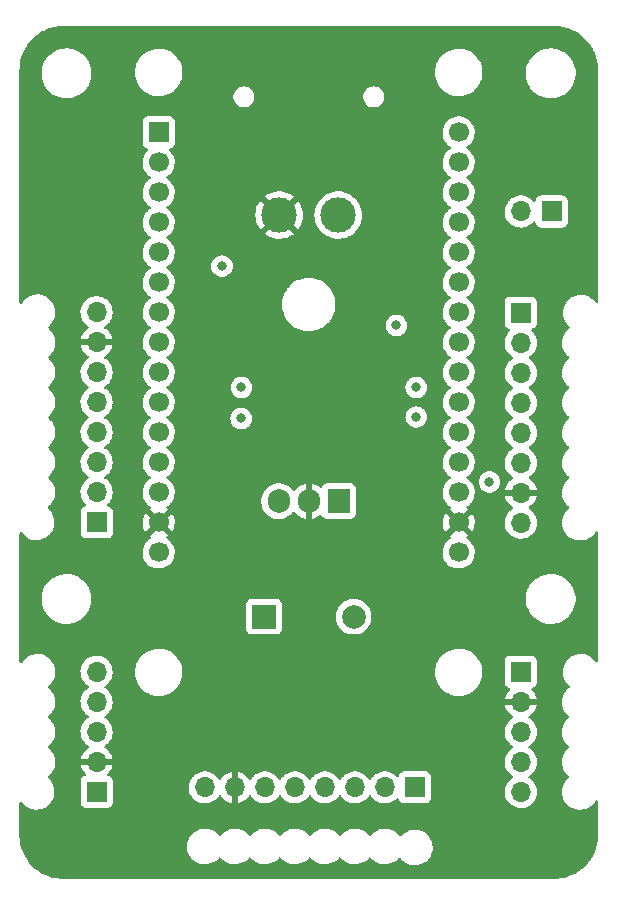
<source format=gbr>
%TF.GenerationSoftware,KiCad,Pcbnew,(6.0.7)*%
%TF.CreationDate,2022-11-12T16:10:30-08:00*%
%TF.ProjectId,Cublic,4375626c-6963-42e6-9b69-6361645f7063,rev?*%
%TF.SameCoordinates,Original*%
%TF.FileFunction,Copper,L2,Inr*%
%TF.FilePolarity,Positive*%
%FSLAX46Y46*%
G04 Gerber Fmt 4.6, Leading zero omitted, Abs format (unit mm)*
G04 Created by KiCad (PCBNEW (6.0.7)) date 2022-11-12 16:10:30*
%MOMM*%
%LPD*%
G01*
G04 APERTURE LIST*
%TA.AperFunction,ComponentPad*%
%ADD10R,1.700000X1.700000*%
%TD*%
%TA.AperFunction,ComponentPad*%
%ADD11O,1.700000X1.700000*%
%TD*%
%TA.AperFunction,ComponentPad*%
%ADD12C,1.700000*%
%TD*%
%TA.AperFunction,ComponentPad*%
%ADD13R,1.905000X2.000000*%
%TD*%
%TA.AperFunction,ComponentPad*%
%ADD14O,1.905000X2.000000*%
%TD*%
%TA.AperFunction,ComponentPad*%
%ADD15R,2.000000X2.000000*%
%TD*%
%TA.AperFunction,ComponentPad*%
%ADD16C,2.000000*%
%TD*%
%TA.AperFunction,ComponentPad*%
%ADD17C,3.000000*%
%TD*%
%TA.AperFunction,ViaPad*%
%ADD18C,0.800000*%
%TD*%
G04 APERTURE END LIST*
D10*
%TO.N,START*%
%TO.C,SW1*%
X20575000Y-16200000D03*
D11*
%TO.N,+5V*%
X17960000Y-16200000D03*
%TD*%
D10*
%TO.N,M3_ENCA*%
%TO.C,U3*%
X17960000Y-24762500D03*
D11*
%TO.N,M3_ENCB*%
X17960000Y-27302500D03*
%TO.N,+5V*%
X17960000Y-29842500D03*
%TO.N,M3_DIR*%
X17960000Y-32382500D03*
%TO.N,M3_PWM*%
X17960000Y-34922500D03*
%TO.N,EMO*%
X17960000Y-37462500D03*
%TO.N,GND*%
X17960000Y-40002500D03*
%TO.N,+BATT*%
X17960000Y-42542500D03*
%TD*%
D10*
%TO.N,M1_ENCA*%
%TO.C,U1*%
X-17960000Y-42506000D03*
D11*
%TO.N,M1_ENCB*%
X-17960000Y-39966000D03*
%TO.N,+5V*%
X-17960000Y-37426000D03*
%TO.N,M1_DIR*%
X-17960000Y-34886000D03*
%TO.N,M1_PWM*%
X-17960000Y-32346000D03*
%TO.N,EMO*%
X-17960000Y-29806000D03*
%TO.N,GND*%
X-17960000Y-27266000D03*
%TO.N,+BATT*%
X-17960000Y-24726000D03*
%TD*%
D10*
%TO.N,unconnected-(U5-Pad1)*%
%TO.C,U5*%
X-12700000Y-9500000D03*
D12*
%TO.N,unconnected-(U5-Pad2)*%
X-12700000Y-12040000D03*
%TO.N,unconnected-(U5-Pad3)*%
X-12700000Y-14580000D03*
%TO.N,Vsense*%
X-12700000Y-17120000D03*
%TO.N,unconnected-(U5-Pad5)*%
X-12700000Y-19660000D03*
%TO.N,M1_DIR*%
X-12700000Y-22200000D03*
%TO.N,M1_PWM*%
X-12700000Y-24740000D03*
%TO.N,M2_DIR*%
X-12700000Y-27280000D03*
%TO.N,M2_PWM*%
X-12700000Y-29820000D03*
%TO.N,M3_DIR*%
X-12700000Y-32360000D03*
%TO.N,M3_PWM*%
X-12700000Y-34900000D03*
%TO.N,unconnected-(U5-Pad12)*%
X-12700000Y-37440000D03*
%TO.N,EMO*%
X-12700000Y-39980000D03*
%TO.N,GND*%
X-12700000Y-42520000D03*
%TO.N,+5V*%
X-12700000Y-45060000D03*
%TO.N,unconnected-(U5-Pad16)*%
X12700000Y-9500000D03*
%TO.N,SCL*%
X12700000Y-12040000D03*
%TO.N,unconnected-(U5-Pad18)*%
X12700000Y-14580000D03*
%TO.N,unconnected-(U5-Pad19)*%
X12700000Y-17120000D03*
%TO.N,SDA*%
X12700000Y-19660000D03*
%TO.N,START*%
X12700000Y-22200000D03*
%TO.N,Valarm*%
X12700000Y-24740000D03*
%TO.N,M1_ENCA*%
X12700000Y-27280000D03*
%TO.N,M1_ENCB*%
X12700000Y-29820000D03*
%TO.N,M2_ENCA*%
X12700000Y-32360000D03*
%TO.N,M2_ENCB*%
X12700000Y-34900000D03*
%TO.N,M3_ENCA*%
X12700000Y-37440000D03*
%TO.N,M3_ENCB*%
X12700000Y-39980000D03*
%TO.N,GND*%
X12700000Y-42520000D03*
%TO.N,+3V3*%
X12700000Y-45060000D03*
%TD*%
D11*
%TO.N,+BATT*%
%TO.C,U2*%
X-8792500Y-64960000D03*
%TO.N,GND*%
X-6252500Y-64960000D03*
%TO.N,EMO*%
X-3712500Y-64960000D03*
%TO.N,M2_PWM*%
X-1172500Y-64960000D03*
%TO.N,M2_DIR*%
X1367500Y-64960000D03*
%TO.N,+5V*%
X3907500Y-64960000D03*
%TO.N,M2_ENCB*%
X6447500Y-64960000D03*
D10*
%TO.N,M2_ENCA*%
X8987500Y-64960000D03*
%TD*%
D11*
%TO.N,N/C*%
%TO.C,U6*%
X17960000Y-65332500D03*
%TO.N,Net-(R14-Pad2)*%
X17960000Y-62792500D03*
%TO.N,SDA*%
X17960000Y-60252500D03*
%TO.N,GND*%
X17960000Y-57712500D03*
D10*
%TO.N,+5V*%
X17960000Y-55172500D03*
%TD*%
D11*
%TO.N,N/C*%
%TO.C,U7*%
X-17960000Y-55167500D03*
%TO.N,Net-(R16-Pad2)*%
X-17960000Y-57707500D03*
%TO.N,SDA*%
X-17960000Y-60247500D03*
%TO.N,GND*%
X-17960000Y-62787500D03*
D10*
%TO.N,+5V*%
X-17960000Y-65327500D03*
%TD*%
D13*
%TO.N,+BATT*%
%TO.C,U4*%
X2540000Y-40730000D03*
D14*
%TO.N,GND*%
X0Y-40730000D03*
%TO.N,+5V*%
X-2540000Y-40730000D03*
%TD*%
D15*
%TO.N,+5V*%
%TO.C,BZ1*%
X-3800000Y-50500000D03*
D16*
%TO.N,Net-(BZ1-Pad2)*%
X3800000Y-50500000D03*
%TD*%
D17*
%TO.N,+BATT*%
%TO.C,J1*%
X2500000Y-16500000D03*
%TO.N,GND*%
X-2500000Y-16500000D03*
%TD*%
D18*
%TO.N,GND*%
X-1500000Y-52100000D03*
X17400000Y-13200000D03*
%TO.N,M3_DIR*%
X9100000Y-31100000D03*
X-5700000Y-31100000D03*
%TO.N,M3_PWM*%
X9100000Y-33600000D03*
X-5725000Y-33725000D03*
%TO.N,GND*%
X-7382500Y-41117200D03*
%TO.N,M3_ENCB*%
X15300000Y-39100000D03*
%TO.N,Net-(Q1-Pad2)*%
X7415200Y-25842300D03*
%TO.N,+BATT*%
X-7337500Y-20825500D03*
%TO.N,GND*%
X-7375000Y-28525000D03*
X-7352000Y-15998000D03*
%TD*%
%TA.AperFunction,Conductor*%
%TO.N,GND*%
G36*
X20770018Y-510000D02*
G01*
X20784852Y-512310D01*
X20784855Y-512310D01*
X20793724Y-513691D01*
X20802627Y-512527D01*
X20802629Y-512527D01*
X20813078Y-511161D01*
X20835594Y-510249D01*
X21155654Y-525973D01*
X21167948Y-527184D01*
X21514052Y-578523D01*
X21526174Y-580933D01*
X21625630Y-605846D01*
X21865580Y-665951D01*
X21877412Y-669540D01*
X22206848Y-787414D01*
X22218272Y-792146D01*
X22534567Y-941742D01*
X22545472Y-947571D01*
X22845582Y-1127450D01*
X22855863Y-1134320D01*
X23136891Y-1342745D01*
X23146449Y-1350589D01*
X23405698Y-1585558D01*
X23414442Y-1594302D01*
X23649411Y-1853551D01*
X23657255Y-1863109D01*
X23865680Y-2144137D01*
X23872550Y-2154418D01*
X24052431Y-2454532D01*
X24058256Y-2465429D01*
X24102494Y-2558962D01*
X24207854Y-2781728D01*
X24212586Y-2793152D01*
X24330460Y-3122588D01*
X24334049Y-3134420D01*
X24419066Y-3473823D01*
X24421477Y-3485948D01*
X24469413Y-3809103D01*
X24472816Y-3832047D01*
X24474027Y-3844346D01*
X24485926Y-4086522D01*
X24489390Y-4157034D01*
X24488042Y-4182598D01*
X24486309Y-4193724D01*
X24489111Y-4215148D01*
X24490436Y-4225283D01*
X24491500Y-4241621D01*
X24491500Y-23804923D01*
X24471498Y-23873044D01*
X24417842Y-23919537D01*
X24347568Y-23929641D01*
X24282988Y-23900147D01*
X24261288Y-23875746D01*
X24222302Y-23818381D01*
X24219456Y-23814193D01*
X24052668Y-23637819D01*
X24013405Y-23607800D01*
X23863846Y-23493453D01*
X23863842Y-23493450D01*
X23859826Y-23490380D01*
X23841007Y-23480289D01*
X23662943Y-23384812D01*
X23645891Y-23375669D01*
X23416369Y-23296638D01*
X23317022Y-23279478D01*
X23181074Y-23255996D01*
X23181068Y-23255995D01*
X23177164Y-23255321D01*
X23173203Y-23255141D01*
X23173202Y-23255141D01*
X23149494Y-23254064D01*
X23149475Y-23254064D01*
X23148075Y-23254000D01*
X22978999Y-23254000D01*
X22976491Y-23254202D01*
X22976486Y-23254202D01*
X22803076Y-23268154D01*
X22803071Y-23268155D01*
X22798035Y-23268560D01*
X22793127Y-23269766D01*
X22793124Y-23269766D01*
X22602319Y-23316632D01*
X22562294Y-23326463D01*
X22557642Y-23328438D01*
X22557638Y-23328439D01*
X22450252Y-23374022D01*
X22338844Y-23421312D01*
X22334560Y-23424010D01*
X22137712Y-23547972D01*
X22137709Y-23547974D01*
X22133433Y-23550667D01*
X22129639Y-23554012D01*
X21955142Y-23707850D01*
X21955139Y-23707853D01*
X21951345Y-23711198D01*
X21948135Y-23715106D01*
X21948134Y-23715107D01*
X21814004Y-23878401D01*
X21797266Y-23898778D01*
X21748221Y-23983046D01*
X21682573Y-24095840D01*
X21675159Y-24108578D01*
X21673346Y-24113301D01*
X21603233Y-24295954D01*
X21588167Y-24335202D01*
X21587133Y-24340152D01*
X21587132Y-24340155D01*
X21549034Y-24522522D01*
X21538526Y-24572820D01*
X21527514Y-24815317D01*
X21528095Y-24820337D01*
X21528095Y-24820341D01*
X21554805Y-25051182D01*
X21555415Y-25056456D01*
X21556791Y-25061320D01*
X21556792Y-25061323D01*
X21587076Y-25168345D01*
X21621510Y-25290032D01*
X21623644Y-25294608D01*
X21623646Y-25294614D01*
X21717105Y-25495038D01*
X21724099Y-25510036D01*
X21726940Y-25514217D01*
X21726941Y-25514218D01*
X21750572Y-25548990D01*
X21860544Y-25710807D01*
X22027332Y-25887181D01*
X22043063Y-25899208D01*
X22085030Y-25956471D01*
X22089376Y-26027335D01*
X22049859Y-26093818D01*
X21875142Y-26247850D01*
X21875139Y-26247853D01*
X21871345Y-26251198D01*
X21868135Y-26255106D01*
X21868134Y-26255107D01*
X21734004Y-26418401D01*
X21717266Y-26438778D01*
X21669315Y-26521166D01*
X21602420Y-26636103D01*
X21595159Y-26648578D01*
X21593346Y-26653301D01*
X21523233Y-26835954D01*
X21508167Y-26875202D01*
X21507133Y-26880152D01*
X21507132Y-26880155D01*
X21469034Y-27062522D01*
X21458526Y-27112820D01*
X21447514Y-27355317D01*
X21448095Y-27360337D01*
X21448095Y-27360341D01*
X21474734Y-27590569D01*
X21475415Y-27596456D01*
X21541510Y-27830032D01*
X21543644Y-27834608D01*
X21543646Y-27834614D01*
X21641962Y-28045454D01*
X21644099Y-28050036D01*
X21646940Y-28054217D01*
X21646941Y-28054218D01*
X21670572Y-28088990D01*
X21780544Y-28250807D01*
X21947332Y-28427181D01*
X21951358Y-28430259D01*
X21951359Y-28430260D01*
X22005907Y-28471965D01*
X22047875Y-28529230D01*
X22052220Y-28600093D01*
X22012703Y-28666575D01*
X21875142Y-28787850D01*
X21875139Y-28787853D01*
X21871345Y-28791198D01*
X21868135Y-28795106D01*
X21868134Y-28795107D01*
X21734004Y-28958401D01*
X21717266Y-28978778D01*
X21668221Y-29063046D01*
X21602573Y-29175840D01*
X21595159Y-29188578D01*
X21593346Y-29193301D01*
X21523233Y-29375954D01*
X21508167Y-29415202D01*
X21507133Y-29420152D01*
X21507132Y-29420155D01*
X21469034Y-29602522D01*
X21458526Y-29652820D01*
X21447514Y-29895317D01*
X21448095Y-29900337D01*
X21448095Y-29900341D01*
X21474734Y-30130569D01*
X21475415Y-30136456D01*
X21541510Y-30370032D01*
X21543644Y-30374608D01*
X21543646Y-30374614D01*
X21641962Y-30585454D01*
X21644099Y-30590036D01*
X21646940Y-30594217D01*
X21646941Y-30594218D01*
X21670572Y-30628990D01*
X21780544Y-30790807D01*
X21947332Y-30967181D01*
X21951358Y-30970259D01*
X21951359Y-30970260D01*
X22005907Y-31011965D01*
X22047875Y-31069230D01*
X22052220Y-31140093D01*
X22012703Y-31206575D01*
X21875142Y-31327850D01*
X21875139Y-31327853D01*
X21871345Y-31331198D01*
X21868135Y-31335106D01*
X21868134Y-31335107D01*
X21734004Y-31498401D01*
X21717266Y-31518778D01*
X21668221Y-31603046D01*
X21602573Y-31715840D01*
X21595159Y-31728578D01*
X21593346Y-31733301D01*
X21523233Y-31915954D01*
X21508167Y-31955202D01*
X21507133Y-31960152D01*
X21507132Y-31960155D01*
X21469034Y-32142522D01*
X21458526Y-32192820D01*
X21447514Y-32435317D01*
X21448095Y-32440337D01*
X21448095Y-32440341D01*
X21474734Y-32670569D01*
X21475415Y-32676456D01*
X21476791Y-32681320D01*
X21476792Y-32681323D01*
X21491667Y-32733891D01*
X21541510Y-32910032D01*
X21543644Y-32914608D01*
X21543646Y-32914614D01*
X21641962Y-33125454D01*
X21644099Y-33130036D01*
X21646940Y-33134217D01*
X21646941Y-33134218D01*
X21670572Y-33168990D01*
X21780544Y-33330807D01*
X21947332Y-33507181D01*
X21951358Y-33510259D01*
X21951359Y-33510260D01*
X22005907Y-33551965D01*
X22047875Y-33609230D01*
X22052220Y-33680093D01*
X22012703Y-33746575D01*
X21875142Y-33867850D01*
X21875139Y-33867853D01*
X21871345Y-33871198D01*
X21868135Y-33875106D01*
X21868134Y-33875107D01*
X21734004Y-34038401D01*
X21717266Y-34058778D01*
X21668916Y-34141852D01*
X21602573Y-34255840D01*
X21595159Y-34268578D01*
X21593346Y-34273301D01*
X21519335Y-34466109D01*
X21508167Y-34495202D01*
X21507133Y-34500152D01*
X21507132Y-34500155D01*
X21469034Y-34682522D01*
X21458526Y-34732820D01*
X21447514Y-34975317D01*
X21448095Y-34980337D01*
X21448095Y-34980341D01*
X21474734Y-35210569D01*
X21475415Y-35216456D01*
X21541510Y-35450032D01*
X21543644Y-35454608D01*
X21543646Y-35454614D01*
X21641962Y-35665454D01*
X21644099Y-35670036D01*
X21646940Y-35674217D01*
X21646941Y-35674218D01*
X21670572Y-35708990D01*
X21780544Y-35870807D01*
X21947332Y-36047181D01*
X21951358Y-36050259D01*
X21951359Y-36050260D01*
X22005907Y-36091965D01*
X22047875Y-36149230D01*
X22052220Y-36220093D01*
X22012703Y-36286575D01*
X21875142Y-36407850D01*
X21875139Y-36407853D01*
X21871345Y-36411198D01*
X21868135Y-36415106D01*
X21868134Y-36415107D01*
X21734004Y-36578401D01*
X21717266Y-36598778D01*
X21668221Y-36683046D01*
X21602573Y-36795840D01*
X21595159Y-36808578D01*
X21593346Y-36813301D01*
X21523233Y-36995954D01*
X21508167Y-37035202D01*
X21507133Y-37040152D01*
X21507132Y-37040155D01*
X21469034Y-37222522D01*
X21458526Y-37272820D01*
X21447514Y-37515317D01*
X21448095Y-37520337D01*
X21448095Y-37520341D01*
X21474734Y-37750569D01*
X21475415Y-37756456D01*
X21541510Y-37990032D01*
X21543644Y-37994608D01*
X21543646Y-37994614D01*
X21641962Y-38205454D01*
X21644099Y-38210036D01*
X21646940Y-38214217D01*
X21646941Y-38214218D01*
X21670572Y-38248990D01*
X21780544Y-38410807D01*
X21947332Y-38587181D01*
X21951358Y-38590259D01*
X21951359Y-38590260D01*
X22005907Y-38631965D01*
X22047875Y-38689230D01*
X22052220Y-38760093D01*
X22012703Y-38826575D01*
X21875142Y-38947850D01*
X21875139Y-38947853D01*
X21871345Y-38951198D01*
X21868135Y-38955106D01*
X21868134Y-38955107D01*
X21734004Y-39118401D01*
X21717266Y-39138778D01*
X21668906Y-39221869D01*
X21602573Y-39335840D01*
X21595159Y-39348578D01*
X21593346Y-39353301D01*
X21510188Y-39569938D01*
X21508167Y-39575202D01*
X21507133Y-39580152D01*
X21507132Y-39580155D01*
X21461757Y-39797356D01*
X21458526Y-39812820D01*
X21447514Y-40055317D01*
X21448095Y-40060337D01*
X21448095Y-40060341D01*
X21472704Y-40273023D01*
X21475415Y-40296456D01*
X21541510Y-40530032D01*
X21543644Y-40534608D01*
X21543646Y-40534614D01*
X21641962Y-40745454D01*
X21644099Y-40750036D01*
X21646940Y-40754217D01*
X21646941Y-40754218D01*
X21670572Y-40788990D01*
X21780544Y-40950807D01*
X21947332Y-41127181D01*
X21951358Y-41130259D01*
X21951359Y-41130260D01*
X22005907Y-41171965D01*
X22047875Y-41229230D01*
X22052220Y-41300093D01*
X22012703Y-41366575D01*
X21875142Y-41487850D01*
X21875139Y-41487853D01*
X21871345Y-41491198D01*
X21868135Y-41495106D01*
X21868134Y-41495107D01*
X21726673Y-41667326D01*
X21717266Y-41678778D01*
X21668832Y-41761995D01*
X21604960Y-41871739D01*
X21595159Y-41888578D01*
X21593346Y-41893301D01*
X21514524Y-42098642D01*
X21508167Y-42115202D01*
X21507133Y-42120152D01*
X21507132Y-42120155D01*
X21469017Y-42302604D01*
X21458526Y-42352820D01*
X21447514Y-42595317D01*
X21448095Y-42600337D01*
X21448095Y-42600341D01*
X21474734Y-42830569D01*
X21475415Y-42836456D01*
X21476791Y-42841320D01*
X21476792Y-42841323D01*
X21501417Y-42928345D01*
X21541510Y-43070032D01*
X21543644Y-43074608D01*
X21543646Y-43074614D01*
X21638897Y-43278880D01*
X21644099Y-43290036D01*
X21780544Y-43490807D01*
X21947332Y-43667181D01*
X21951358Y-43670259D01*
X21951359Y-43670260D01*
X22136154Y-43811547D01*
X22136158Y-43811550D01*
X22140174Y-43814620D01*
X22144632Y-43817010D01*
X22144633Y-43817011D01*
X22233200Y-43864500D01*
X22354109Y-43929331D01*
X22583631Y-44008362D01*
X22682978Y-44025522D01*
X22818926Y-44049004D01*
X22818932Y-44049005D01*
X22822836Y-44049679D01*
X22826797Y-44049859D01*
X22826798Y-44049859D01*
X22850506Y-44050936D01*
X22850525Y-44050936D01*
X22851925Y-44051000D01*
X23021001Y-44051000D01*
X23023509Y-44050798D01*
X23023514Y-44050798D01*
X23196924Y-44036846D01*
X23196929Y-44036845D01*
X23201965Y-44036440D01*
X23206873Y-44035234D01*
X23206876Y-44035234D01*
X23432792Y-43979744D01*
X23437706Y-43978537D01*
X23442358Y-43976562D01*
X23442362Y-43976561D01*
X23631993Y-43896067D01*
X23661156Y-43883688D01*
X23767629Y-43816638D01*
X23862288Y-43757028D01*
X23862291Y-43757026D01*
X23866567Y-43754333D01*
X23965422Y-43667181D01*
X24044858Y-43597150D01*
X24044861Y-43597147D01*
X24048655Y-43593802D01*
X24051866Y-43589893D01*
X24199526Y-43410128D01*
X24199528Y-43410125D01*
X24202734Y-43406222D01*
X24205279Y-43401850D01*
X24205282Y-43401845D01*
X24256602Y-43313670D01*
X24308155Y-43264857D01*
X24377915Y-43251664D01*
X24443734Y-43278281D01*
X24484713Y-43336257D01*
X24491500Y-43377051D01*
X24491500Y-54214923D01*
X24471498Y-54283044D01*
X24417842Y-54329537D01*
X24347568Y-54339641D01*
X24282988Y-54310147D01*
X24261288Y-54285746D01*
X24222302Y-54228381D01*
X24219456Y-54224193D01*
X24052668Y-54047819D01*
X24005319Y-54011618D01*
X23863846Y-53903453D01*
X23863842Y-53903450D01*
X23859826Y-53900380D01*
X23752929Y-53843062D01*
X23650352Y-53788061D01*
X23645891Y-53785669D01*
X23416369Y-53706638D01*
X23317022Y-53689478D01*
X23181074Y-53665996D01*
X23181068Y-53665995D01*
X23177164Y-53665321D01*
X23173203Y-53665141D01*
X23173202Y-53665141D01*
X23149494Y-53664064D01*
X23149475Y-53664064D01*
X23148075Y-53664000D01*
X22978999Y-53664000D01*
X22976491Y-53664202D01*
X22976486Y-53664202D01*
X22803076Y-53678154D01*
X22803071Y-53678155D01*
X22798035Y-53678560D01*
X22793127Y-53679766D01*
X22793124Y-53679766D01*
X22574606Y-53733439D01*
X22562294Y-53736463D01*
X22557642Y-53738438D01*
X22557638Y-53738439D01*
X22471648Y-53774940D01*
X22338844Y-53831312D01*
X22309853Y-53849569D01*
X22137712Y-53957972D01*
X22137709Y-53957974D01*
X22133433Y-53960667D01*
X22129639Y-53964012D01*
X21955142Y-54117850D01*
X21955139Y-54117853D01*
X21951345Y-54121198D01*
X21948135Y-54125106D01*
X21948134Y-54125107D01*
X21816185Y-54285746D01*
X21797266Y-54308778D01*
X21675159Y-54518578D01*
X21673346Y-54523301D01*
X21591225Y-54737236D01*
X21588167Y-54745202D01*
X21587133Y-54750152D01*
X21587132Y-54750155D01*
X21539571Y-54977820D01*
X21538526Y-54982820D01*
X21527514Y-55225317D01*
X21528095Y-55230337D01*
X21528095Y-55230341D01*
X21554729Y-55460523D01*
X21555415Y-55466456D01*
X21621510Y-55700032D01*
X21623644Y-55704608D01*
X21623646Y-55704614D01*
X21721767Y-55915036D01*
X21724099Y-55920036D01*
X21860544Y-56120807D01*
X22027332Y-56297181D01*
X22043063Y-56309208D01*
X22085030Y-56366471D01*
X22089376Y-56437335D01*
X22049859Y-56503818D01*
X21875142Y-56657850D01*
X21875139Y-56657853D01*
X21871345Y-56661198D01*
X21868135Y-56665106D01*
X21868134Y-56665107D01*
X21788252Y-56762358D01*
X21717266Y-56848778D01*
X21595159Y-57058578D01*
X21593346Y-57063301D01*
X21510788Y-57278375D01*
X21508167Y-57285202D01*
X21507133Y-57290152D01*
X21507132Y-57290155D01*
X21459571Y-57517820D01*
X21458526Y-57522820D01*
X21447514Y-57765317D01*
X21448095Y-57770337D01*
X21448095Y-57770341D01*
X21474729Y-58000523D01*
X21475415Y-58006456D01*
X21541510Y-58240032D01*
X21543644Y-58244608D01*
X21543646Y-58244614D01*
X21641767Y-58455036D01*
X21644099Y-58460036D01*
X21780544Y-58660807D01*
X21947332Y-58837181D01*
X21951358Y-58840259D01*
X21951359Y-58840260D01*
X22005907Y-58881965D01*
X22047875Y-58939230D01*
X22052220Y-59010093D01*
X22012703Y-59076575D01*
X21875142Y-59197850D01*
X21875139Y-59197853D01*
X21871345Y-59201198D01*
X21717266Y-59388778D01*
X21595159Y-59598578D01*
X21593346Y-59603301D01*
X21514693Y-59808202D01*
X21508167Y-59825202D01*
X21507133Y-59830152D01*
X21507132Y-59830155D01*
X21459571Y-60057820D01*
X21458526Y-60062820D01*
X21447514Y-60305317D01*
X21448095Y-60310337D01*
X21448095Y-60310341D01*
X21474734Y-60540569D01*
X21475415Y-60546456D01*
X21541510Y-60780032D01*
X21543644Y-60784608D01*
X21543646Y-60784614D01*
X21641767Y-60995036D01*
X21644099Y-61000036D01*
X21780544Y-61200807D01*
X21947332Y-61377181D01*
X21951358Y-61380259D01*
X21951359Y-61380260D01*
X22005907Y-61421965D01*
X22047875Y-61479230D01*
X22052220Y-61550093D01*
X22012703Y-61616575D01*
X21875142Y-61737850D01*
X21875139Y-61737853D01*
X21871345Y-61741198D01*
X21717266Y-61928778D01*
X21595159Y-62138578D01*
X21593346Y-62143301D01*
X21526628Y-62317110D01*
X21508167Y-62365202D01*
X21507133Y-62370152D01*
X21507132Y-62370155D01*
X21459571Y-62597820D01*
X21458526Y-62602820D01*
X21447514Y-62845317D01*
X21448095Y-62850337D01*
X21448095Y-62850341D01*
X21474734Y-63080569D01*
X21475415Y-63086456D01*
X21476791Y-63091320D01*
X21476792Y-63091323D01*
X21506157Y-63195096D01*
X21541510Y-63320032D01*
X21543644Y-63324608D01*
X21543646Y-63324614D01*
X21641767Y-63535036D01*
X21644099Y-63540036D01*
X21780544Y-63740807D01*
X21947332Y-63917181D01*
X21951358Y-63920259D01*
X21951359Y-63920260D01*
X22005907Y-63961965D01*
X22047875Y-64019230D01*
X22052220Y-64090093D01*
X22012703Y-64156575D01*
X21875142Y-64277850D01*
X21875139Y-64277853D01*
X21871345Y-64281198D01*
X21868135Y-64285106D01*
X21868134Y-64285107D01*
X21731852Y-64451021D01*
X21717266Y-64468778D01*
X21595159Y-64678578D01*
X21593346Y-64683301D01*
X21526628Y-64857110D01*
X21508167Y-64905202D01*
X21507133Y-64910152D01*
X21507132Y-64910155D01*
X21471189Y-65082207D01*
X21458526Y-65142820D01*
X21447514Y-65385317D01*
X21448095Y-65390337D01*
X21448095Y-65390341D01*
X21474734Y-65620569D01*
X21475415Y-65626456D01*
X21476791Y-65631320D01*
X21476792Y-65631323D01*
X21515748Y-65768990D01*
X21541510Y-65860032D01*
X21543644Y-65864608D01*
X21543646Y-65864614D01*
X21641767Y-66075036D01*
X21644099Y-66080036D01*
X21780544Y-66280807D01*
X21947332Y-66457181D01*
X21951358Y-66460259D01*
X21951359Y-66460260D01*
X22136154Y-66601547D01*
X22136158Y-66601550D01*
X22140174Y-66604620D01*
X22144632Y-66607010D01*
X22144633Y-66607011D01*
X22255626Y-66666525D01*
X22354109Y-66719331D01*
X22583631Y-66798362D01*
X22682978Y-66815522D01*
X22818926Y-66839004D01*
X22818932Y-66839005D01*
X22822836Y-66839679D01*
X22826797Y-66839859D01*
X22826798Y-66839859D01*
X22850506Y-66840936D01*
X22850525Y-66840936D01*
X22851925Y-66841000D01*
X23021001Y-66841000D01*
X23023509Y-66840798D01*
X23023514Y-66840798D01*
X23196924Y-66826846D01*
X23196929Y-66826845D01*
X23201965Y-66826440D01*
X23206873Y-66825234D01*
X23206876Y-66825234D01*
X23432792Y-66769744D01*
X23437706Y-66768537D01*
X23442358Y-66766562D01*
X23442362Y-66766561D01*
X23631993Y-66686067D01*
X23661156Y-66673688D01*
X23767037Y-66607011D01*
X23862288Y-66547028D01*
X23862291Y-66547026D01*
X23866567Y-66544333D01*
X23967601Y-66455260D01*
X24044858Y-66387150D01*
X24044861Y-66387147D01*
X24048655Y-66383802D01*
X24052762Y-66378802D01*
X24199526Y-66200128D01*
X24199528Y-66200125D01*
X24202734Y-66196222D01*
X24205279Y-66191850D01*
X24205282Y-66191845D01*
X24256602Y-66103670D01*
X24308155Y-66054857D01*
X24377915Y-66041664D01*
X24443734Y-66068281D01*
X24484713Y-66126257D01*
X24491500Y-66167051D01*
X24491500Y-68950633D01*
X24490000Y-68970018D01*
X24489269Y-68974717D01*
X24486309Y-68993724D01*
X24487473Y-69002627D01*
X24487473Y-69002629D01*
X24488839Y-69013078D01*
X24489751Y-69035594D01*
X24476463Y-69306078D01*
X24474028Y-69355648D01*
X24472816Y-69367948D01*
X24452059Y-69507886D01*
X24421478Y-69714049D01*
X24419067Y-69726174D01*
X24412830Y-69751071D01*
X24334049Y-70065580D01*
X24330460Y-70077412D01*
X24212586Y-70406848D01*
X24207854Y-70418272D01*
X24125274Y-70592873D01*
X24071043Y-70707536D01*
X24058258Y-70734567D01*
X24052431Y-70745468D01*
X24008358Y-70819000D01*
X23872550Y-71045582D01*
X23865680Y-71055863D01*
X23657255Y-71336891D01*
X23649411Y-71346449D01*
X23414442Y-71605698D01*
X23405698Y-71614442D01*
X23146449Y-71849411D01*
X23136891Y-71857255D01*
X22855863Y-72065680D01*
X22845582Y-72072550D01*
X22545472Y-72252429D01*
X22534567Y-72258258D01*
X22218272Y-72407854D01*
X22206848Y-72412586D01*
X21877412Y-72530460D01*
X21865580Y-72534049D01*
X21625629Y-72594154D01*
X21526174Y-72619067D01*
X21514052Y-72621477D01*
X21167948Y-72672816D01*
X21155654Y-72674027D01*
X20842962Y-72689390D01*
X20817402Y-72688042D01*
X20806276Y-72686309D01*
X20774714Y-72690436D01*
X20758379Y-72691500D01*
X-20750633Y-72691500D01*
X-20770018Y-72690000D01*
X-20784852Y-72687690D01*
X-20784855Y-72687690D01*
X-20793724Y-72686309D01*
X-20802627Y-72687473D01*
X-20802629Y-72687473D01*
X-20813078Y-72688839D01*
X-20835594Y-72689751D01*
X-21155654Y-72674027D01*
X-21167948Y-72672816D01*
X-21514052Y-72621477D01*
X-21526174Y-72619067D01*
X-21625629Y-72594154D01*
X-21865580Y-72534049D01*
X-21877412Y-72530460D01*
X-22206847Y-72412586D01*
X-22218271Y-72407854D01*
X-22534566Y-72258258D01*
X-22545471Y-72252429D01*
X-22845581Y-72072549D01*
X-22855862Y-72065679D01*
X-23136890Y-71857254D01*
X-23146448Y-71849410D01*
X-23405697Y-71614441D01*
X-23414441Y-71605697D01*
X-23649410Y-71346448D01*
X-23657254Y-71336890D01*
X-23865679Y-71055862D01*
X-23872549Y-71045581D01*
X-24052429Y-70745471D01*
X-24058258Y-70734566D01*
X-24207854Y-70418271D01*
X-24212586Y-70406847D01*
X-24330460Y-70077412D01*
X-24334049Y-70065580D01*
X-24347266Y-70012817D01*
X-10304986Y-70012817D01*
X-10277085Y-70253956D01*
X-10210990Y-70487532D01*
X-10208856Y-70492108D01*
X-10208854Y-70492114D01*
X-10110538Y-70702954D01*
X-10108401Y-70707536D01*
X-9971956Y-70908307D01*
X-9805168Y-71084681D01*
X-9801142Y-71087759D01*
X-9801141Y-71087760D01*
X-9616346Y-71229047D01*
X-9616342Y-71229050D01*
X-9612326Y-71232120D01*
X-9607868Y-71234510D01*
X-9607867Y-71234511D01*
X-9570535Y-71254528D01*
X-9398391Y-71346831D01*
X-9168869Y-71425862D01*
X-9069522Y-71443022D01*
X-8933574Y-71466504D01*
X-8933568Y-71466505D01*
X-8929664Y-71467179D01*
X-8925703Y-71467359D01*
X-8925702Y-71467359D01*
X-8901994Y-71468436D01*
X-8901975Y-71468436D01*
X-8900575Y-71468500D01*
X-8731499Y-71468500D01*
X-8728991Y-71468298D01*
X-8728986Y-71468298D01*
X-8555576Y-71454346D01*
X-8555571Y-71454345D01*
X-8550535Y-71453940D01*
X-8545627Y-71452734D01*
X-8545624Y-71452734D01*
X-8319708Y-71397244D01*
X-8314794Y-71396037D01*
X-8310142Y-71394062D01*
X-8310138Y-71394061D01*
X-8122731Y-71314511D01*
X-8091344Y-71301188D01*
X-7985463Y-71234511D01*
X-7890212Y-71174528D01*
X-7890209Y-71174526D01*
X-7885933Y-71171833D01*
X-7787078Y-71084681D01*
X-7707642Y-71014650D01*
X-7707639Y-71014647D01*
X-7703845Y-71011302D01*
X-7681517Y-70984120D01*
X-7622746Y-70912570D01*
X-7564051Y-70872627D01*
X-7493079Y-70870757D01*
X-7432541Y-70907446D01*
X-7431956Y-70908307D01*
X-7265168Y-71084681D01*
X-7261142Y-71087759D01*
X-7261141Y-71087760D01*
X-7076346Y-71229047D01*
X-7076342Y-71229050D01*
X-7072326Y-71232120D01*
X-7067868Y-71234510D01*
X-7067867Y-71234511D01*
X-7030535Y-71254528D01*
X-6858391Y-71346831D01*
X-6628869Y-71425862D01*
X-6529522Y-71443022D01*
X-6393574Y-71466504D01*
X-6393568Y-71466505D01*
X-6389664Y-71467179D01*
X-6385703Y-71467359D01*
X-6385702Y-71467359D01*
X-6361994Y-71468436D01*
X-6361975Y-71468436D01*
X-6360575Y-71468500D01*
X-6191499Y-71468500D01*
X-6188991Y-71468298D01*
X-6188986Y-71468298D01*
X-6015576Y-71454346D01*
X-6015571Y-71454345D01*
X-6010535Y-71453940D01*
X-6005627Y-71452734D01*
X-6005624Y-71452734D01*
X-5779708Y-71397244D01*
X-5774794Y-71396037D01*
X-5770142Y-71394062D01*
X-5770138Y-71394061D01*
X-5582731Y-71314511D01*
X-5551344Y-71301188D01*
X-5445463Y-71234511D01*
X-5350212Y-71174528D01*
X-5350209Y-71174526D01*
X-5345933Y-71171833D01*
X-5247078Y-71084681D01*
X-5167642Y-71014650D01*
X-5167639Y-71014647D01*
X-5163845Y-71011302D01*
X-5141517Y-70984120D01*
X-5082746Y-70912570D01*
X-5024051Y-70872627D01*
X-4953079Y-70870757D01*
X-4892541Y-70907446D01*
X-4891956Y-70908307D01*
X-4725168Y-71084681D01*
X-4721142Y-71087759D01*
X-4721141Y-71087760D01*
X-4536346Y-71229047D01*
X-4536342Y-71229050D01*
X-4532326Y-71232120D01*
X-4527868Y-71234510D01*
X-4527867Y-71234511D01*
X-4490535Y-71254528D01*
X-4318391Y-71346831D01*
X-4088869Y-71425862D01*
X-3989522Y-71443022D01*
X-3853574Y-71466504D01*
X-3853568Y-71466505D01*
X-3849664Y-71467179D01*
X-3845703Y-71467359D01*
X-3845702Y-71467359D01*
X-3821994Y-71468436D01*
X-3821975Y-71468436D01*
X-3820575Y-71468500D01*
X-3651499Y-71468500D01*
X-3648991Y-71468298D01*
X-3648986Y-71468298D01*
X-3475576Y-71454346D01*
X-3475571Y-71454345D01*
X-3470535Y-71453940D01*
X-3465627Y-71452734D01*
X-3465624Y-71452734D01*
X-3239708Y-71397244D01*
X-3234794Y-71396037D01*
X-3230142Y-71394062D01*
X-3230138Y-71394061D01*
X-3042731Y-71314511D01*
X-3011344Y-71301188D01*
X-2905463Y-71234511D01*
X-2810212Y-71174528D01*
X-2810209Y-71174526D01*
X-2805933Y-71171833D01*
X-2707078Y-71084681D01*
X-2627642Y-71014650D01*
X-2627639Y-71014647D01*
X-2623845Y-71011302D01*
X-2601517Y-70984120D01*
X-2542746Y-70912570D01*
X-2484051Y-70872627D01*
X-2413079Y-70870757D01*
X-2352541Y-70907446D01*
X-2351956Y-70908307D01*
X-2185168Y-71084681D01*
X-2181142Y-71087759D01*
X-2181141Y-71087760D01*
X-1996346Y-71229047D01*
X-1996342Y-71229050D01*
X-1992326Y-71232120D01*
X-1987868Y-71234510D01*
X-1987867Y-71234511D01*
X-1950535Y-71254528D01*
X-1778391Y-71346831D01*
X-1548869Y-71425862D01*
X-1449522Y-71443022D01*
X-1313574Y-71466504D01*
X-1313568Y-71466505D01*
X-1309664Y-71467179D01*
X-1305703Y-71467359D01*
X-1305702Y-71467359D01*
X-1281994Y-71468436D01*
X-1281975Y-71468436D01*
X-1280575Y-71468500D01*
X-1111499Y-71468500D01*
X-1108991Y-71468298D01*
X-1108986Y-71468298D01*
X-935576Y-71454346D01*
X-935571Y-71454345D01*
X-930535Y-71453940D01*
X-925627Y-71452734D01*
X-925624Y-71452734D01*
X-699708Y-71397244D01*
X-694794Y-71396037D01*
X-690142Y-71394062D01*
X-690138Y-71394061D01*
X-502731Y-71314511D01*
X-471344Y-71301188D01*
X-365463Y-71234511D01*
X-270212Y-71174528D01*
X-270209Y-71174526D01*
X-265933Y-71171833D01*
X-167078Y-71084681D01*
X-87642Y-71014650D01*
X-87639Y-71014647D01*
X-83845Y-71011302D01*
X-61517Y-70984120D01*
X-2746Y-70912570D01*
X55949Y-70872627D01*
X126921Y-70870757D01*
X187459Y-70907446D01*
X188044Y-70908307D01*
X354832Y-71084681D01*
X358858Y-71087759D01*
X358859Y-71087760D01*
X543654Y-71229047D01*
X543658Y-71229050D01*
X547674Y-71232120D01*
X552132Y-71234510D01*
X552133Y-71234511D01*
X589465Y-71254528D01*
X761609Y-71346831D01*
X991131Y-71425862D01*
X1090478Y-71443022D01*
X1226426Y-71466504D01*
X1226432Y-71466505D01*
X1230336Y-71467179D01*
X1234297Y-71467359D01*
X1234298Y-71467359D01*
X1258006Y-71468436D01*
X1258025Y-71468436D01*
X1259425Y-71468500D01*
X1428501Y-71468500D01*
X1431009Y-71468298D01*
X1431014Y-71468298D01*
X1604424Y-71454346D01*
X1604429Y-71454345D01*
X1609465Y-71453940D01*
X1614373Y-71452734D01*
X1614376Y-71452734D01*
X1840292Y-71397244D01*
X1845206Y-71396037D01*
X1849858Y-71394062D01*
X1849862Y-71394061D01*
X2037269Y-71314511D01*
X2068656Y-71301188D01*
X2174537Y-71234511D01*
X2269788Y-71174528D01*
X2269791Y-71174526D01*
X2274067Y-71171833D01*
X2372922Y-71084681D01*
X2452358Y-71014650D01*
X2452361Y-71014647D01*
X2456155Y-71011302D01*
X2478483Y-70984120D01*
X2537254Y-70912570D01*
X2595949Y-70872627D01*
X2666921Y-70870757D01*
X2727459Y-70907446D01*
X2728044Y-70908307D01*
X2894832Y-71084681D01*
X2898858Y-71087759D01*
X2898859Y-71087760D01*
X3083654Y-71229047D01*
X3083658Y-71229050D01*
X3087674Y-71232120D01*
X3092132Y-71234510D01*
X3092133Y-71234511D01*
X3129465Y-71254528D01*
X3301609Y-71346831D01*
X3531131Y-71425862D01*
X3630478Y-71443022D01*
X3766426Y-71466504D01*
X3766432Y-71466505D01*
X3770336Y-71467179D01*
X3774297Y-71467359D01*
X3774298Y-71467359D01*
X3798006Y-71468436D01*
X3798025Y-71468436D01*
X3799425Y-71468500D01*
X3968501Y-71468500D01*
X3971009Y-71468298D01*
X3971014Y-71468298D01*
X4144424Y-71454346D01*
X4144429Y-71454345D01*
X4149465Y-71453940D01*
X4154373Y-71452734D01*
X4154376Y-71452734D01*
X4380292Y-71397244D01*
X4385206Y-71396037D01*
X4389858Y-71394062D01*
X4389862Y-71394061D01*
X4577269Y-71314511D01*
X4608656Y-71301188D01*
X4714537Y-71234511D01*
X4809788Y-71174528D01*
X4809791Y-71174526D01*
X4814067Y-71171833D01*
X4912922Y-71084681D01*
X4992358Y-71014650D01*
X4992361Y-71014647D01*
X4996155Y-71011302D01*
X5018483Y-70984120D01*
X5077254Y-70912570D01*
X5135949Y-70872627D01*
X5206921Y-70870757D01*
X5267459Y-70907446D01*
X5268044Y-70908307D01*
X5434832Y-71084681D01*
X5438858Y-71087759D01*
X5438859Y-71087760D01*
X5623654Y-71229047D01*
X5623658Y-71229050D01*
X5627674Y-71232120D01*
X5632132Y-71234510D01*
X5632133Y-71234511D01*
X5669465Y-71254528D01*
X5841609Y-71346831D01*
X6071131Y-71425862D01*
X6170478Y-71443022D01*
X6306426Y-71466504D01*
X6306432Y-71466505D01*
X6310336Y-71467179D01*
X6314297Y-71467359D01*
X6314298Y-71467359D01*
X6338006Y-71468436D01*
X6338025Y-71468436D01*
X6339425Y-71468500D01*
X6508501Y-71468500D01*
X6511009Y-71468298D01*
X6511014Y-71468298D01*
X6684424Y-71454346D01*
X6684429Y-71454345D01*
X6689465Y-71453940D01*
X6694373Y-71452734D01*
X6694376Y-71452734D01*
X6920292Y-71397244D01*
X6925206Y-71396037D01*
X6929858Y-71394062D01*
X6929862Y-71394061D01*
X7117269Y-71314511D01*
X7148656Y-71301188D01*
X7254537Y-71234511D01*
X7349788Y-71174528D01*
X7349791Y-71174526D01*
X7354067Y-71171833D01*
X7452922Y-71084681D01*
X7532358Y-71014650D01*
X7532361Y-71014647D01*
X7536155Y-71011302D01*
X7555043Y-70988307D01*
X7586588Y-70949904D01*
X7645282Y-70909960D01*
X7716254Y-70908090D01*
X7776971Y-70944887D01*
X7788164Y-70959055D01*
X7808044Y-70988307D01*
X7974832Y-71164681D01*
X7978858Y-71167759D01*
X7978859Y-71167760D01*
X8163654Y-71309047D01*
X8163658Y-71309050D01*
X8167674Y-71312120D01*
X8172132Y-71314510D01*
X8172133Y-71314511D01*
X8223144Y-71341863D01*
X8381609Y-71426831D01*
X8611131Y-71505862D01*
X8710478Y-71523022D01*
X8846426Y-71546504D01*
X8846432Y-71546505D01*
X8850336Y-71547179D01*
X8854297Y-71547359D01*
X8854298Y-71547359D01*
X8878006Y-71548436D01*
X8878025Y-71548436D01*
X8879425Y-71548500D01*
X9048501Y-71548500D01*
X9051009Y-71548298D01*
X9051014Y-71548298D01*
X9224424Y-71534346D01*
X9224429Y-71534345D01*
X9229465Y-71533940D01*
X9234373Y-71532734D01*
X9234376Y-71532734D01*
X9460292Y-71477244D01*
X9465206Y-71476037D01*
X9469858Y-71474062D01*
X9469862Y-71474061D01*
X9683998Y-71383165D01*
X9688656Y-71381188D01*
X9794537Y-71314511D01*
X9889788Y-71254528D01*
X9889791Y-71254526D01*
X9894067Y-71251833D01*
X9992922Y-71164681D01*
X10072358Y-71094650D01*
X10072361Y-71094647D01*
X10076155Y-71091302D01*
X10113710Y-71045582D01*
X10227026Y-70907628D01*
X10227028Y-70907625D01*
X10230234Y-70903722D01*
X10328686Y-70734566D01*
X10349799Y-70698290D01*
X10349800Y-70698288D01*
X10352341Y-70693922D01*
X10439333Y-70467298D01*
X10449575Y-70418272D01*
X10487940Y-70234631D01*
X10487940Y-70234627D01*
X10488974Y-70229680D01*
X10499986Y-69987183D01*
X10472085Y-69746044D01*
X10463032Y-69714049D01*
X10407366Y-69517331D01*
X10405990Y-69512468D01*
X10403856Y-69507892D01*
X10403854Y-69507886D01*
X10305538Y-69297046D01*
X10305536Y-69297042D01*
X10303401Y-69292464D01*
X10166956Y-69091693D01*
X10000168Y-68915319D01*
X9900346Y-68838999D01*
X9811346Y-68770953D01*
X9811342Y-68770950D01*
X9807326Y-68767880D01*
X9770562Y-68748167D01*
X9597852Y-68655561D01*
X9593391Y-68653169D01*
X9363869Y-68574138D01*
X9264522Y-68556978D01*
X9128574Y-68533496D01*
X9128568Y-68533495D01*
X9124664Y-68532821D01*
X9120703Y-68532641D01*
X9120702Y-68532641D01*
X9096994Y-68531564D01*
X9096975Y-68531564D01*
X9095575Y-68531500D01*
X8926499Y-68531500D01*
X8923991Y-68531702D01*
X8923986Y-68531702D01*
X8750576Y-68545654D01*
X8750571Y-68545655D01*
X8745535Y-68546060D01*
X8740627Y-68547266D01*
X8740624Y-68547266D01*
X8625427Y-68575561D01*
X8509794Y-68603963D01*
X8505142Y-68605938D01*
X8505138Y-68605939D01*
X8397752Y-68651522D01*
X8286344Y-68698812D01*
X8282060Y-68701510D01*
X8085212Y-68825472D01*
X8085209Y-68825474D01*
X8080933Y-68828167D01*
X8035334Y-68868367D01*
X7902642Y-68985350D01*
X7902639Y-68985353D01*
X7898845Y-68988698D01*
X7895630Y-68992612D01*
X7895629Y-68992613D01*
X7848412Y-69050096D01*
X7789718Y-69090040D01*
X7718746Y-69091910D01*
X7658029Y-69055113D01*
X7646835Y-69040944D01*
X7629802Y-69015880D01*
X7629799Y-69015876D01*
X7626956Y-69011693D01*
X7460168Y-68835319D01*
X7371962Y-68767880D01*
X7271346Y-68690953D01*
X7271342Y-68690950D01*
X7267326Y-68687880D01*
X7053391Y-68573169D01*
X6823869Y-68494138D01*
X6724522Y-68476978D01*
X6588574Y-68453496D01*
X6588568Y-68453495D01*
X6584664Y-68452821D01*
X6580703Y-68452641D01*
X6580702Y-68452641D01*
X6556994Y-68451564D01*
X6556975Y-68451564D01*
X6555575Y-68451500D01*
X6386499Y-68451500D01*
X6383991Y-68451702D01*
X6383986Y-68451702D01*
X6210576Y-68465654D01*
X6210571Y-68465655D01*
X6205535Y-68466060D01*
X6200627Y-68467266D01*
X6200624Y-68467266D01*
X6084507Y-68495787D01*
X5969794Y-68523963D01*
X5965142Y-68525938D01*
X5965138Y-68525939D01*
X5857752Y-68571522D01*
X5746344Y-68618812D01*
X5742060Y-68621510D01*
X5545212Y-68745472D01*
X5545209Y-68745474D01*
X5540933Y-68748167D01*
X5537139Y-68751512D01*
X5362642Y-68905350D01*
X5362639Y-68905353D01*
X5358845Y-68908698D01*
X5355635Y-68912606D01*
X5355634Y-68912607D01*
X5277746Y-69007430D01*
X5219051Y-69047373D01*
X5148079Y-69049243D01*
X5087541Y-69012554D01*
X5086956Y-69011693D01*
X4920168Y-68835319D01*
X4831962Y-68767880D01*
X4731346Y-68690953D01*
X4731342Y-68690950D01*
X4727326Y-68687880D01*
X4513391Y-68573169D01*
X4283869Y-68494138D01*
X4184522Y-68476978D01*
X4048574Y-68453496D01*
X4048568Y-68453495D01*
X4044664Y-68452821D01*
X4040703Y-68452641D01*
X4040702Y-68452641D01*
X4016994Y-68451564D01*
X4016975Y-68451564D01*
X4015575Y-68451500D01*
X3846499Y-68451500D01*
X3843991Y-68451702D01*
X3843986Y-68451702D01*
X3670576Y-68465654D01*
X3670571Y-68465655D01*
X3665535Y-68466060D01*
X3660627Y-68467266D01*
X3660624Y-68467266D01*
X3544507Y-68495787D01*
X3429794Y-68523963D01*
X3425142Y-68525938D01*
X3425138Y-68525939D01*
X3317752Y-68571522D01*
X3206344Y-68618812D01*
X3202060Y-68621510D01*
X3005212Y-68745472D01*
X3005209Y-68745474D01*
X3000933Y-68748167D01*
X2997139Y-68751512D01*
X2822642Y-68905350D01*
X2822639Y-68905353D01*
X2818845Y-68908698D01*
X2815635Y-68912606D01*
X2815634Y-68912607D01*
X2737746Y-69007430D01*
X2679051Y-69047373D01*
X2608079Y-69049243D01*
X2547541Y-69012554D01*
X2546956Y-69011693D01*
X2380168Y-68835319D01*
X2291962Y-68767880D01*
X2191346Y-68690953D01*
X2191342Y-68690950D01*
X2187326Y-68687880D01*
X1973391Y-68573169D01*
X1743869Y-68494138D01*
X1644522Y-68476978D01*
X1508574Y-68453496D01*
X1508568Y-68453495D01*
X1504664Y-68452821D01*
X1500703Y-68452641D01*
X1500702Y-68452641D01*
X1476994Y-68451564D01*
X1476975Y-68451564D01*
X1475575Y-68451500D01*
X1306499Y-68451500D01*
X1303991Y-68451702D01*
X1303986Y-68451702D01*
X1130576Y-68465654D01*
X1130571Y-68465655D01*
X1125535Y-68466060D01*
X1120627Y-68467266D01*
X1120624Y-68467266D01*
X1004507Y-68495787D01*
X889794Y-68523963D01*
X885142Y-68525938D01*
X885138Y-68525939D01*
X777752Y-68571522D01*
X666344Y-68618812D01*
X662060Y-68621510D01*
X465212Y-68745472D01*
X465209Y-68745474D01*
X460933Y-68748167D01*
X457139Y-68751512D01*
X282642Y-68905350D01*
X282639Y-68905353D01*
X278845Y-68908698D01*
X275635Y-68912606D01*
X275634Y-68912607D01*
X197746Y-69007430D01*
X139051Y-69047373D01*
X68079Y-69049243D01*
X7541Y-69012554D01*
X6956Y-69011693D01*
X-159832Y-68835319D01*
X-248038Y-68767880D01*
X-348654Y-68690953D01*
X-348658Y-68690950D01*
X-352674Y-68687880D01*
X-566609Y-68573169D01*
X-796131Y-68494138D01*
X-895478Y-68476978D01*
X-1031426Y-68453496D01*
X-1031432Y-68453495D01*
X-1035336Y-68452821D01*
X-1039297Y-68452641D01*
X-1039298Y-68452641D01*
X-1063006Y-68451564D01*
X-1063025Y-68451564D01*
X-1064425Y-68451500D01*
X-1233501Y-68451500D01*
X-1236009Y-68451702D01*
X-1236014Y-68451702D01*
X-1409424Y-68465654D01*
X-1409429Y-68465655D01*
X-1414465Y-68466060D01*
X-1419373Y-68467266D01*
X-1419376Y-68467266D01*
X-1535493Y-68495787D01*
X-1650206Y-68523963D01*
X-1654858Y-68525938D01*
X-1654862Y-68525939D01*
X-1762248Y-68571522D01*
X-1873656Y-68618812D01*
X-1877940Y-68621510D01*
X-2074788Y-68745472D01*
X-2074791Y-68745474D01*
X-2079067Y-68748167D01*
X-2082861Y-68751512D01*
X-2257358Y-68905350D01*
X-2257361Y-68905353D01*
X-2261155Y-68908698D01*
X-2264365Y-68912606D01*
X-2264366Y-68912607D01*
X-2342254Y-69007430D01*
X-2400949Y-69047373D01*
X-2471921Y-69049243D01*
X-2532459Y-69012554D01*
X-2533044Y-69011693D01*
X-2699832Y-68835319D01*
X-2788038Y-68767880D01*
X-2888654Y-68690953D01*
X-2888658Y-68690950D01*
X-2892674Y-68687880D01*
X-3106609Y-68573169D01*
X-3336131Y-68494138D01*
X-3435478Y-68476978D01*
X-3571426Y-68453496D01*
X-3571432Y-68453495D01*
X-3575336Y-68452821D01*
X-3579297Y-68452641D01*
X-3579298Y-68452641D01*
X-3603006Y-68451564D01*
X-3603025Y-68451564D01*
X-3604425Y-68451500D01*
X-3773501Y-68451500D01*
X-3776009Y-68451702D01*
X-3776014Y-68451702D01*
X-3949424Y-68465654D01*
X-3949429Y-68465655D01*
X-3954465Y-68466060D01*
X-3959373Y-68467266D01*
X-3959376Y-68467266D01*
X-4075493Y-68495787D01*
X-4190206Y-68523963D01*
X-4194858Y-68525938D01*
X-4194862Y-68525939D01*
X-4302248Y-68571522D01*
X-4413656Y-68618812D01*
X-4417940Y-68621510D01*
X-4614788Y-68745472D01*
X-4614791Y-68745474D01*
X-4619067Y-68748167D01*
X-4622861Y-68751512D01*
X-4797358Y-68905350D01*
X-4797361Y-68905353D01*
X-4801155Y-68908698D01*
X-4804365Y-68912606D01*
X-4804366Y-68912607D01*
X-4882254Y-69007430D01*
X-4940949Y-69047373D01*
X-5011921Y-69049243D01*
X-5072459Y-69012554D01*
X-5073044Y-69011693D01*
X-5239832Y-68835319D01*
X-5328038Y-68767880D01*
X-5428654Y-68690953D01*
X-5428658Y-68690950D01*
X-5432674Y-68687880D01*
X-5646609Y-68573169D01*
X-5876131Y-68494138D01*
X-5975478Y-68476978D01*
X-6111426Y-68453496D01*
X-6111432Y-68453495D01*
X-6115336Y-68452821D01*
X-6119297Y-68452641D01*
X-6119298Y-68452641D01*
X-6143006Y-68451564D01*
X-6143025Y-68451564D01*
X-6144425Y-68451500D01*
X-6313501Y-68451500D01*
X-6316009Y-68451702D01*
X-6316014Y-68451702D01*
X-6489424Y-68465654D01*
X-6489429Y-68465655D01*
X-6494465Y-68466060D01*
X-6499373Y-68467266D01*
X-6499376Y-68467266D01*
X-6615493Y-68495787D01*
X-6730206Y-68523963D01*
X-6734858Y-68525938D01*
X-6734862Y-68525939D01*
X-6842248Y-68571522D01*
X-6953656Y-68618812D01*
X-6957940Y-68621510D01*
X-7154788Y-68745472D01*
X-7154791Y-68745474D01*
X-7159067Y-68748167D01*
X-7162861Y-68751512D01*
X-7337358Y-68905350D01*
X-7337361Y-68905353D01*
X-7341155Y-68908698D01*
X-7344365Y-68912606D01*
X-7344366Y-68912607D01*
X-7422254Y-69007430D01*
X-7480949Y-69047373D01*
X-7551921Y-69049243D01*
X-7612459Y-69012554D01*
X-7613044Y-69011693D01*
X-7779832Y-68835319D01*
X-7868038Y-68767880D01*
X-7968654Y-68690953D01*
X-7968658Y-68690950D01*
X-7972674Y-68687880D01*
X-8186609Y-68573169D01*
X-8416131Y-68494138D01*
X-8515478Y-68476978D01*
X-8651426Y-68453496D01*
X-8651432Y-68453495D01*
X-8655336Y-68452821D01*
X-8659297Y-68452641D01*
X-8659298Y-68452641D01*
X-8683006Y-68451564D01*
X-8683025Y-68451564D01*
X-8684425Y-68451500D01*
X-8853501Y-68451500D01*
X-8856009Y-68451702D01*
X-8856014Y-68451702D01*
X-9029424Y-68465654D01*
X-9029429Y-68465655D01*
X-9034465Y-68466060D01*
X-9039373Y-68467266D01*
X-9039376Y-68467266D01*
X-9155493Y-68495787D01*
X-9270206Y-68523963D01*
X-9274858Y-68525938D01*
X-9274862Y-68525939D01*
X-9382248Y-68571522D01*
X-9493656Y-68618812D01*
X-9497940Y-68621510D01*
X-9694788Y-68745472D01*
X-9694791Y-68745474D01*
X-9699067Y-68748167D01*
X-9702861Y-68751512D01*
X-9877358Y-68905350D01*
X-9877361Y-68905353D01*
X-9881155Y-68908698D01*
X-9884365Y-68912606D01*
X-9884366Y-68912607D01*
X-10031646Y-69091910D01*
X-10035234Y-69096278D01*
X-10037776Y-69100646D01*
X-10149417Y-69292464D01*
X-10157341Y-69306078D01*
X-10244333Y-69532702D01*
X-10245367Y-69537652D01*
X-10245368Y-69537655D01*
X-10288902Y-69746044D01*
X-10293974Y-69770320D01*
X-10304986Y-70012817D01*
X-24347266Y-70012817D01*
X-24412830Y-69751071D01*
X-24419067Y-69726174D01*
X-24421478Y-69714049D01*
X-24452059Y-69507886D01*
X-24472816Y-69367948D01*
X-24474028Y-69355648D01*
X-24477132Y-69292464D01*
X-24489390Y-69042962D01*
X-24488042Y-69017402D01*
X-24486309Y-69006276D01*
X-24490436Y-68974714D01*
X-24491500Y-68958379D01*
X-24491500Y-66285077D01*
X-24471498Y-66216956D01*
X-24417842Y-66170463D01*
X-24347568Y-66160359D01*
X-24282988Y-66189853D01*
X-24261288Y-66214254D01*
X-24238361Y-66247990D01*
X-24219456Y-66275807D01*
X-24052668Y-66452181D01*
X-24048642Y-66455259D01*
X-24048641Y-66455260D01*
X-23863846Y-66596547D01*
X-23863842Y-66596550D01*
X-23859826Y-66599620D01*
X-23645891Y-66714331D01*
X-23416369Y-66793362D01*
X-23317022Y-66810522D01*
X-23181074Y-66834004D01*
X-23181068Y-66834005D01*
X-23177164Y-66834679D01*
X-23173203Y-66834859D01*
X-23173202Y-66834859D01*
X-23149494Y-66835936D01*
X-23149475Y-66835936D01*
X-23148075Y-66836000D01*
X-22978999Y-66836000D01*
X-22976491Y-66835798D01*
X-22976486Y-66835798D01*
X-22803076Y-66821846D01*
X-22803071Y-66821845D01*
X-22798035Y-66821440D01*
X-22793127Y-66820234D01*
X-22793124Y-66820234D01*
X-22567208Y-66764744D01*
X-22562294Y-66763537D01*
X-22557642Y-66761562D01*
X-22557638Y-66761561D01*
X-22380234Y-66686257D01*
X-22338844Y-66668688D01*
X-22237106Y-66604620D01*
X-22137712Y-66542028D01*
X-22137709Y-66542026D01*
X-22133433Y-66539333D01*
X-22087834Y-66499133D01*
X-21955142Y-66382150D01*
X-21955139Y-66382147D01*
X-21951345Y-66378802D01*
X-21944139Y-66370029D01*
X-21825532Y-66225634D01*
X-19318500Y-66225634D01*
X-19311745Y-66287816D01*
X-19260615Y-66424205D01*
X-19173261Y-66540761D01*
X-19056705Y-66628115D01*
X-18920316Y-66679245D01*
X-18858134Y-66686000D01*
X-17061866Y-66686000D01*
X-16999684Y-66679245D01*
X-16863295Y-66628115D01*
X-16746739Y-66540761D01*
X-16659385Y-66424205D01*
X-16608255Y-66287816D01*
X-16601500Y-66225634D01*
X-16601500Y-64926695D01*
X-10155249Y-64926695D01*
X-10154952Y-64931848D01*
X-10154952Y-64931851D01*
X-10144977Y-65104842D01*
X-10142390Y-65149715D01*
X-10141253Y-65154761D01*
X-10141252Y-65154767D01*
X-10120225Y-65248069D01*
X-10093278Y-65367639D01*
X-10009234Y-65574616D01*
X-9971815Y-65635678D01*
X-9895209Y-65760688D01*
X-9892513Y-65765088D01*
X-9746250Y-65933938D01*
X-9574374Y-66076632D01*
X-9381500Y-66189338D01*
X-9376675Y-66191180D01*
X-9376674Y-66191181D01*
X-9374935Y-66191845D01*
X-9172808Y-66269030D01*
X-9167740Y-66270061D01*
X-9167737Y-66270062D01*
X-9072638Y-66289410D01*
X-8953903Y-66313567D01*
X-8948728Y-66313757D01*
X-8948726Y-66313757D01*
X-8735827Y-66321564D01*
X-8735823Y-66321564D01*
X-8730663Y-66321753D01*
X-8725543Y-66321097D01*
X-8725541Y-66321097D01*
X-8514212Y-66294025D01*
X-8514211Y-66294025D01*
X-8509084Y-66293368D01*
X-8504134Y-66291883D01*
X-8300071Y-66230661D01*
X-8300066Y-66230659D01*
X-8295116Y-66229174D01*
X-8094506Y-66130896D01*
X-7912640Y-66001173D01*
X-7754404Y-65843489D01*
X-7751144Y-65838953D01*
X-7624047Y-65662077D01*
X-7622860Y-65662930D01*
X-7575540Y-65619362D01*
X-7505603Y-65607145D01*
X-7440162Y-65634678D01*
X-7412334Y-65666511D01*
X-7354806Y-65760388D01*
X-7348723Y-65768699D01*
X-7209287Y-65929667D01*
X-7201920Y-65936883D01*
X-7038066Y-66072916D01*
X-7029619Y-66078831D01*
X-6845744Y-66186279D01*
X-6836458Y-66190729D01*
X-6637499Y-66266703D01*
X-6627601Y-66269579D01*
X-6524250Y-66290606D01*
X-6510201Y-66289410D01*
X-6506500Y-66279065D01*
X-6506500Y-66278517D01*
X-5998500Y-66278517D01*
X-5994436Y-66292359D01*
X-5981022Y-66294393D01*
X-5974316Y-66293534D01*
X-5964238Y-66291392D01*
X-5760245Y-66230191D01*
X-5750658Y-66226433D01*
X-5559405Y-66132739D01*
X-5550555Y-66127464D01*
X-5377172Y-66003792D01*
X-5369300Y-65997139D01*
X-5218448Y-65846812D01*
X-5211770Y-65838965D01*
X-5084478Y-65661819D01*
X-5083221Y-65662722D01*
X-5036127Y-65619362D01*
X-4966189Y-65607145D01*
X-4900749Y-65634678D01*
X-4872921Y-65666511D01*
X-4812513Y-65765088D01*
X-4666250Y-65933938D01*
X-4494374Y-66076632D01*
X-4301500Y-66189338D01*
X-4296675Y-66191180D01*
X-4296674Y-66191181D01*
X-4294935Y-66191845D01*
X-4092808Y-66269030D01*
X-4087740Y-66270061D01*
X-4087737Y-66270062D01*
X-3992638Y-66289410D01*
X-3873903Y-66313567D01*
X-3868728Y-66313757D01*
X-3868726Y-66313757D01*
X-3655827Y-66321564D01*
X-3655823Y-66321564D01*
X-3650663Y-66321753D01*
X-3645543Y-66321097D01*
X-3645541Y-66321097D01*
X-3434212Y-66294025D01*
X-3434211Y-66294025D01*
X-3429084Y-66293368D01*
X-3424134Y-66291883D01*
X-3220071Y-66230661D01*
X-3220066Y-66230659D01*
X-3215116Y-66229174D01*
X-3014506Y-66130896D01*
X-2832640Y-66001173D01*
X-2674404Y-65843489D01*
X-2671144Y-65838953D01*
X-2544047Y-65662077D01*
X-2542724Y-65663028D01*
X-2495855Y-65619857D01*
X-2425920Y-65607625D01*
X-2360474Y-65635144D01*
X-2332625Y-65666994D01*
X-2272513Y-65765088D01*
X-2126250Y-65933938D01*
X-1954374Y-66076632D01*
X-1761500Y-66189338D01*
X-1756675Y-66191180D01*
X-1756674Y-66191181D01*
X-1754935Y-66191845D01*
X-1552808Y-66269030D01*
X-1547740Y-66270061D01*
X-1547737Y-66270062D01*
X-1452638Y-66289410D01*
X-1333903Y-66313567D01*
X-1328728Y-66313757D01*
X-1328726Y-66313757D01*
X-1115827Y-66321564D01*
X-1115823Y-66321564D01*
X-1110663Y-66321753D01*
X-1105543Y-66321097D01*
X-1105541Y-66321097D01*
X-894212Y-66294025D01*
X-894211Y-66294025D01*
X-889084Y-66293368D01*
X-884134Y-66291883D01*
X-680071Y-66230661D01*
X-680066Y-66230659D01*
X-675116Y-66229174D01*
X-474506Y-66130896D01*
X-292640Y-66001173D01*
X-134404Y-65843489D01*
X-131144Y-65838953D01*
X-4047Y-65662077D01*
X-2724Y-65663028D01*
X44145Y-65619857D01*
X114080Y-65607625D01*
X179526Y-65635144D01*
X207375Y-65666994D01*
X267487Y-65765088D01*
X413750Y-65933938D01*
X585626Y-66076632D01*
X778500Y-66189338D01*
X783325Y-66191180D01*
X783326Y-66191181D01*
X785065Y-66191845D01*
X987192Y-66269030D01*
X992260Y-66270061D01*
X992263Y-66270062D01*
X1087362Y-66289410D01*
X1206097Y-66313567D01*
X1211272Y-66313757D01*
X1211274Y-66313757D01*
X1424173Y-66321564D01*
X1424177Y-66321564D01*
X1429337Y-66321753D01*
X1434457Y-66321097D01*
X1434459Y-66321097D01*
X1645788Y-66294025D01*
X1645789Y-66294025D01*
X1650916Y-66293368D01*
X1655866Y-66291883D01*
X1859929Y-66230661D01*
X1859934Y-66230659D01*
X1864884Y-66229174D01*
X2065494Y-66130896D01*
X2247360Y-66001173D01*
X2405596Y-65843489D01*
X2408856Y-65838953D01*
X2535953Y-65662077D01*
X2537276Y-65663028D01*
X2584145Y-65619857D01*
X2654080Y-65607625D01*
X2719526Y-65635144D01*
X2747375Y-65666994D01*
X2807487Y-65765088D01*
X2953750Y-65933938D01*
X3125626Y-66076632D01*
X3318500Y-66189338D01*
X3323325Y-66191180D01*
X3323326Y-66191181D01*
X3325065Y-66191845D01*
X3527192Y-66269030D01*
X3532260Y-66270061D01*
X3532263Y-66270062D01*
X3627362Y-66289410D01*
X3746097Y-66313567D01*
X3751272Y-66313757D01*
X3751274Y-66313757D01*
X3964173Y-66321564D01*
X3964177Y-66321564D01*
X3969337Y-66321753D01*
X3974457Y-66321097D01*
X3974459Y-66321097D01*
X4185788Y-66294025D01*
X4185789Y-66294025D01*
X4190916Y-66293368D01*
X4195866Y-66291883D01*
X4399929Y-66230661D01*
X4399934Y-66230659D01*
X4404884Y-66229174D01*
X4605494Y-66130896D01*
X4787360Y-66001173D01*
X4945596Y-65843489D01*
X4948856Y-65838953D01*
X5075953Y-65662077D01*
X5077276Y-65663028D01*
X5124145Y-65619857D01*
X5194080Y-65607625D01*
X5259526Y-65635144D01*
X5287375Y-65666994D01*
X5347487Y-65765088D01*
X5493750Y-65933938D01*
X5665626Y-66076632D01*
X5858500Y-66189338D01*
X5863325Y-66191180D01*
X5863326Y-66191181D01*
X5865065Y-66191845D01*
X6067192Y-66269030D01*
X6072260Y-66270061D01*
X6072263Y-66270062D01*
X6167362Y-66289410D01*
X6286097Y-66313567D01*
X6291272Y-66313757D01*
X6291274Y-66313757D01*
X6504173Y-66321564D01*
X6504177Y-66321564D01*
X6509337Y-66321753D01*
X6514457Y-66321097D01*
X6514459Y-66321097D01*
X6725788Y-66294025D01*
X6725789Y-66294025D01*
X6730916Y-66293368D01*
X6735866Y-66291883D01*
X6939929Y-66230661D01*
X6939934Y-66230659D01*
X6944884Y-66229174D01*
X7145494Y-66130896D01*
X7327360Y-66001173D01*
X7435591Y-65893319D01*
X7497962Y-65859404D01*
X7568768Y-65864592D01*
X7625530Y-65907238D01*
X7642512Y-65938341D01*
X7660300Y-65985790D01*
X7686885Y-66056705D01*
X7774239Y-66173261D01*
X7890795Y-66260615D01*
X8027184Y-66311745D01*
X8089366Y-66318500D01*
X9885634Y-66318500D01*
X9947816Y-66311745D01*
X10084205Y-66260615D01*
X10200761Y-66173261D01*
X10288115Y-66056705D01*
X10339245Y-65920316D01*
X10346000Y-65858134D01*
X10346000Y-65299195D01*
X16597251Y-65299195D01*
X16597548Y-65304348D01*
X16597548Y-65304351D01*
X16603011Y-65399090D01*
X16610110Y-65522215D01*
X16611247Y-65527261D01*
X16611248Y-65527267D01*
X16629250Y-65607145D01*
X16659222Y-65740139D01*
X16707650Y-65859404D01*
X16736329Y-65930031D01*
X16743266Y-65947116D01*
X16767353Y-65986422D01*
X16857016Y-66132739D01*
X16859987Y-66137588D01*
X17006250Y-66306438D01*
X17178126Y-66449132D01*
X17371000Y-66561838D01*
X17579692Y-66641530D01*
X17584760Y-66642561D01*
X17584763Y-66642562D01*
X17692017Y-66664383D01*
X17798597Y-66686067D01*
X17803772Y-66686257D01*
X17803774Y-66686257D01*
X18016673Y-66694064D01*
X18016677Y-66694064D01*
X18021837Y-66694253D01*
X18026957Y-66693597D01*
X18026959Y-66693597D01*
X18238288Y-66666525D01*
X18238289Y-66666525D01*
X18243416Y-66665868D01*
X18248366Y-66664383D01*
X18452429Y-66603161D01*
X18452434Y-66603159D01*
X18457384Y-66601674D01*
X18657994Y-66503396D01*
X18839860Y-66373673D01*
X18892152Y-66321564D01*
X18958719Y-66255229D01*
X18998096Y-66215989D01*
X19024933Y-66178642D01*
X19118594Y-66048297D01*
X19128453Y-66034577D01*
X19143481Y-66004171D01*
X19225136Y-65838953D01*
X19225137Y-65838951D01*
X19227430Y-65834311D01*
X19289103Y-65631323D01*
X19290865Y-65625523D01*
X19290865Y-65625521D01*
X19292370Y-65620569D01*
X19321529Y-65399090D01*
X19322181Y-65372425D01*
X19323074Y-65335865D01*
X19323074Y-65335861D01*
X19323156Y-65332500D01*
X19304852Y-65109861D01*
X19250431Y-64893202D01*
X19161354Y-64688340D01*
X19108896Y-64607253D01*
X19042822Y-64505117D01*
X19042820Y-64505114D01*
X19040014Y-64500777D01*
X18889670Y-64335551D01*
X18885619Y-64332352D01*
X18885615Y-64332348D01*
X18718414Y-64200300D01*
X18718410Y-64200298D01*
X18714359Y-64197098D01*
X18673053Y-64174296D01*
X18623084Y-64123864D01*
X18608312Y-64054421D01*
X18633428Y-63988016D01*
X18660780Y-63961409D01*
X18725481Y-63915258D01*
X18839860Y-63833673D01*
X18869519Y-63804118D01*
X18994435Y-63679637D01*
X18998096Y-63675989D01*
X19047381Y-63607402D01*
X19122657Y-63502643D01*
X19128453Y-63494577D01*
X19176628Y-63397103D01*
X19225136Y-63298953D01*
X19225137Y-63298951D01*
X19227430Y-63294311D01*
X19289103Y-63091323D01*
X19290865Y-63085523D01*
X19290865Y-63085521D01*
X19292370Y-63080569D01*
X19321529Y-62859090D01*
X19323156Y-62792500D01*
X19304852Y-62569861D01*
X19250431Y-62353202D01*
X19161354Y-62148340D01*
X19098847Y-62051719D01*
X19042822Y-61965117D01*
X19042820Y-61965114D01*
X19040014Y-61960777D01*
X18889670Y-61795551D01*
X18885619Y-61792352D01*
X18885615Y-61792348D01*
X18718414Y-61660300D01*
X18718410Y-61660298D01*
X18714359Y-61657098D01*
X18673053Y-61634296D01*
X18623084Y-61583864D01*
X18608312Y-61514421D01*
X18633428Y-61448016D01*
X18660780Y-61421409D01*
X18722785Y-61377181D01*
X18839860Y-61293673D01*
X18998096Y-61135989D01*
X19055222Y-61056490D01*
X19122657Y-60962643D01*
X19128453Y-60954577D01*
X19212454Y-60784614D01*
X19225136Y-60758953D01*
X19225137Y-60758951D01*
X19227430Y-60754311D01*
X19289103Y-60551323D01*
X19290865Y-60545523D01*
X19290865Y-60545521D01*
X19292370Y-60540569D01*
X19321529Y-60319090D01*
X19323156Y-60252500D01*
X19304852Y-60029861D01*
X19250431Y-59813202D01*
X19161354Y-59608340D01*
X19098847Y-59511719D01*
X19042822Y-59425117D01*
X19042820Y-59425114D01*
X19040014Y-59420777D01*
X18889670Y-59255551D01*
X18885619Y-59252352D01*
X18885615Y-59252348D01*
X18718414Y-59120300D01*
X18718410Y-59120298D01*
X18714359Y-59117098D01*
X18705302Y-59112098D01*
X18672569Y-59094029D01*
X18622598Y-59043597D01*
X18607826Y-58974154D01*
X18632942Y-58907748D01*
X18660294Y-58881141D01*
X18835328Y-58756292D01*
X18843200Y-58749639D01*
X18994052Y-58599312D01*
X19000730Y-58591465D01*
X19125003Y-58418520D01*
X19130313Y-58409683D01*
X19224670Y-58218767D01*
X19228469Y-58209172D01*
X19290377Y-58005410D01*
X19292555Y-57995337D01*
X19293986Y-57984462D01*
X19291775Y-57970278D01*
X19278617Y-57966500D01*
X16643225Y-57966500D01*
X16629694Y-57970473D01*
X16628257Y-57980466D01*
X16658565Y-58114946D01*
X16661645Y-58124775D01*
X16741770Y-58322103D01*
X16746413Y-58331294D01*
X16857694Y-58512888D01*
X16863777Y-58521199D01*
X17003213Y-58682167D01*
X17010580Y-58689383D01*
X17174434Y-58825416D01*
X17182881Y-58831331D01*
X17251969Y-58871703D01*
X17300693Y-58923342D01*
X17313764Y-58993125D01*
X17287033Y-59058896D01*
X17246584Y-59092252D01*
X17233607Y-59099007D01*
X17229474Y-59102110D01*
X17229471Y-59102112D01*
X17061624Y-59228135D01*
X17054965Y-59233135D01*
X17051393Y-59236873D01*
X16909962Y-59384872D01*
X16900629Y-59394638D01*
X16897715Y-59398910D01*
X16897714Y-59398911D01*
X16841881Y-59480760D01*
X16774743Y-59579180D01*
X16759003Y-59613090D01*
X16711519Y-59715386D01*
X16680688Y-59781805D01*
X16620989Y-59997070D01*
X16597251Y-60219195D01*
X16597548Y-60224348D01*
X16597548Y-60224351D01*
X16602914Y-60317408D01*
X16610110Y-60442215D01*
X16611247Y-60447261D01*
X16611248Y-60447267D01*
X16632265Y-60540523D01*
X16659222Y-60660139D01*
X16743266Y-60867116D01*
X16767353Y-60906422D01*
X16834832Y-61016538D01*
X16859987Y-61057588D01*
X17006250Y-61226438D01*
X17081213Y-61288673D01*
X17168123Y-61360827D01*
X17178126Y-61369132D01*
X17248595Y-61410311D01*
X17251445Y-61411976D01*
X17300169Y-61463614D01*
X17313240Y-61533397D01*
X17286509Y-61599169D01*
X17246055Y-61632527D01*
X17233607Y-61639007D01*
X17229474Y-61642110D01*
X17229471Y-61642112D01*
X17065260Y-61765405D01*
X17054965Y-61773135D01*
X17051393Y-61776873D01*
X16909962Y-61924872D01*
X16900629Y-61934638D01*
X16897715Y-61938910D01*
X16897714Y-61938911D01*
X16841881Y-62020760D01*
X16774743Y-62119180D01*
X16759003Y-62153090D01*
X16711519Y-62255386D01*
X16680688Y-62321805D01*
X16620989Y-62537070D01*
X16597251Y-62759195D01*
X16597548Y-62764348D01*
X16597548Y-62764351D01*
X16603011Y-62859090D01*
X16610110Y-62982215D01*
X16611247Y-62987261D01*
X16611248Y-62987267D01*
X16632275Y-63080569D01*
X16659222Y-63200139D01*
X16743266Y-63407116D01*
X16767353Y-63446422D01*
X16834832Y-63556538D01*
X16859987Y-63597588D01*
X17006250Y-63766438D01*
X17178126Y-63909132D01*
X17203924Y-63924207D01*
X17251445Y-63951976D01*
X17300169Y-64003614D01*
X17313240Y-64073397D01*
X17286509Y-64139169D01*
X17246055Y-64172527D01*
X17233607Y-64179007D01*
X17229474Y-64182110D01*
X17229471Y-64182112D01*
X17059100Y-64310030D01*
X17054965Y-64313135D01*
X17051393Y-64316873D01*
X16909962Y-64464872D01*
X16900629Y-64474638D01*
X16897715Y-64478910D01*
X16897714Y-64478911D01*
X16885404Y-64496957D01*
X16774743Y-64659180D01*
X16753674Y-64704570D01*
X16711519Y-64795386D01*
X16680688Y-64861805D01*
X16620989Y-65077070D01*
X16597251Y-65299195D01*
X10346000Y-65299195D01*
X10346000Y-64061866D01*
X10339245Y-63999684D01*
X10288115Y-63863295D01*
X10200761Y-63746739D01*
X10084205Y-63659385D01*
X9947816Y-63608255D01*
X9885634Y-63601500D01*
X8089366Y-63601500D01*
X8027184Y-63608255D01*
X7890795Y-63659385D01*
X7774239Y-63746739D01*
X7686885Y-63863295D01*
X7683733Y-63871703D01*
X7642419Y-63981907D01*
X7599777Y-64038671D01*
X7533216Y-64063371D01*
X7463867Y-64048163D01*
X7431243Y-64022476D01*
X7380651Y-63966875D01*
X7380642Y-63966866D01*
X7377170Y-63963051D01*
X7373119Y-63959852D01*
X7373115Y-63959848D01*
X7205914Y-63827800D01*
X7205910Y-63827798D01*
X7201859Y-63824598D01*
X7165528Y-63804542D01*
X7079707Y-63757167D01*
X7006289Y-63716638D01*
X7001420Y-63714914D01*
X7001416Y-63714912D01*
X6800587Y-63643795D01*
X6800583Y-63643794D01*
X6795712Y-63642069D01*
X6790619Y-63641162D01*
X6790616Y-63641161D01*
X6580873Y-63603800D01*
X6580867Y-63603799D01*
X6575784Y-63602894D01*
X6501952Y-63601992D01*
X6357581Y-63600228D01*
X6357579Y-63600228D01*
X6352411Y-63600165D01*
X6131591Y-63633955D01*
X5919256Y-63703357D01*
X5721107Y-63806507D01*
X5716974Y-63809610D01*
X5716971Y-63809612D01*
X5569602Y-63920260D01*
X5542465Y-63940635D01*
X5501588Y-63983410D01*
X5415595Y-64073397D01*
X5388129Y-64102138D01*
X5280701Y-64259621D01*
X5225793Y-64304621D01*
X5155268Y-64312792D01*
X5091521Y-64281538D01*
X5070824Y-64257054D01*
X4990322Y-64132617D01*
X4990320Y-64132614D01*
X4987514Y-64128277D01*
X4837170Y-63963051D01*
X4833119Y-63959852D01*
X4833115Y-63959848D01*
X4665914Y-63827800D01*
X4665910Y-63827798D01*
X4661859Y-63824598D01*
X4625528Y-63804542D01*
X4539707Y-63757167D01*
X4466289Y-63716638D01*
X4461420Y-63714914D01*
X4461416Y-63714912D01*
X4260587Y-63643795D01*
X4260583Y-63643794D01*
X4255712Y-63642069D01*
X4250619Y-63641162D01*
X4250616Y-63641161D01*
X4040873Y-63603800D01*
X4040867Y-63603799D01*
X4035784Y-63602894D01*
X3961952Y-63601992D01*
X3817581Y-63600228D01*
X3817579Y-63600228D01*
X3812411Y-63600165D01*
X3591591Y-63633955D01*
X3379256Y-63703357D01*
X3181107Y-63806507D01*
X3176974Y-63809610D01*
X3176971Y-63809612D01*
X3029602Y-63920260D01*
X3002465Y-63940635D01*
X2961588Y-63983410D01*
X2875595Y-64073397D01*
X2848129Y-64102138D01*
X2740701Y-64259621D01*
X2685793Y-64304621D01*
X2615268Y-64312792D01*
X2551521Y-64281538D01*
X2530824Y-64257054D01*
X2450322Y-64132617D01*
X2450320Y-64132614D01*
X2447514Y-64128277D01*
X2297170Y-63963051D01*
X2293119Y-63959852D01*
X2293115Y-63959848D01*
X2125914Y-63827800D01*
X2125910Y-63827798D01*
X2121859Y-63824598D01*
X2085528Y-63804542D01*
X1999707Y-63757167D01*
X1926289Y-63716638D01*
X1921420Y-63714914D01*
X1921416Y-63714912D01*
X1720587Y-63643795D01*
X1720583Y-63643794D01*
X1715712Y-63642069D01*
X1710619Y-63641162D01*
X1710616Y-63641161D01*
X1500873Y-63603800D01*
X1500867Y-63603799D01*
X1495784Y-63602894D01*
X1421952Y-63601992D01*
X1277581Y-63600228D01*
X1277579Y-63600228D01*
X1272411Y-63600165D01*
X1051591Y-63633955D01*
X839256Y-63703357D01*
X641107Y-63806507D01*
X636974Y-63809610D01*
X636971Y-63809612D01*
X489602Y-63920260D01*
X462465Y-63940635D01*
X421588Y-63983410D01*
X335595Y-64073397D01*
X308129Y-64102138D01*
X200701Y-64259621D01*
X145793Y-64304621D01*
X75268Y-64312792D01*
X11521Y-64281538D01*
X-9176Y-64257054D01*
X-89678Y-64132617D01*
X-89680Y-64132614D01*
X-92486Y-64128277D01*
X-242830Y-63963051D01*
X-246881Y-63959852D01*
X-246885Y-63959848D01*
X-414086Y-63827800D01*
X-414090Y-63827798D01*
X-418141Y-63824598D01*
X-454472Y-63804542D01*
X-540293Y-63757167D01*
X-613711Y-63716638D01*
X-618580Y-63714914D01*
X-618584Y-63714912D01*
X-819413Y-63643795D01*
X-819417Y-63643794D01*
X-824288Y-63642069D01*
X-829381Y-63641162D01*
X-829384Y-63641161D01*
X-1039127Y-63603800D01*
X-1039133Y-63603799D01*
X-1044216Y-63602894D01*
X-1118048Y-63601992D01*
X-1262419Y-63600228D01*
X-1262421Y-63600228D01*
X-1267589Y-63600165D01*
X-1488409Y-63633955D01*
X-1700744Y-63703357D01*
X-1898893Y-63806507D01*
X-1903026Y-63809610D01*
X-1903029Y-63809612D01*
X-2050398Y-63920260D01*
X-2077535Y-63940635D01*
X-2118412Y-63983410D01*
X-2204405Y-64073397D01*
X-2231871Y-64102138D01*
X-2339299Y-64259621D01*
X-2394207Y-64304621D01*
X-2464732Y-64312792D01*
X-2528479Y-64281538D01*
X-2549176Y-64257054D01*
X-2629678Y-64132617D01*
X-2629680Y-64132614D01*
X-2632486Y-64128277D01*
X-2782830Y-63963051D01*
X-2786881Y-63959852D01*
X-2786885Y-63959848D01*
X-2954086Y-63827800D01*
X-2954090Y-63827798D01*
X-2958141Y-63824598D01*
X-2994472Y-63804542D01*
X-3080293Y-63757167D01*
X-3153711Y-63716638D01*
X-3158580Y-63714914D01*
X-3158584Y-63714912D01*
X-3359413Y-63643795D01*
X-3359417Y-63643794D01*
X-3364288Y-63642069D01*
X-3369381Y-63641162D01*
X-3369384Y-63641161D01*
X-3579127Y-63603800D01*
X-3579133Y-63603799D01*
X-3584216Y-63602894D01*
X-3658048Y-63601992D01*
X-3802419Y-63600228D01*
X-3802421Y-63600228D01*
X-3807589Y-63600165D01*
X-4028409Y-63633955D01*
X-4240744Y-63703357D01*
X-4438893Y-63806507D01*
X-4443026Y-63809610D01*
X-4443029Y-63809612D01*
X-4590398Y-63920260D01*
X-4617535Y-63940635D01*
X-4658412Y-63983410D01*
X-4744405Y-64073397D01*
X-4771871Y-64102138D01*
X-4774780Y-64106403D01*
X-4774786Y-64106411D01*
X-4797132Y-64139169D01*
X-4879296Y-64259618D01*
X-4879602Y-64260066D01*
X-4934513Y-64305069D01*
X-5005038Y-64313240D01*
X-5068785Y-64281986D01*
X-5089482Y-64257502D01*
X-5170074Y-64132926D01*
X-5176364Y-64124757D01*
X-5319694Y-63967240D01*
X-5327227Y-63960215D01*
X-5494361Y-63828222D01*
X-5502948Y-63822517D01*
X-5689383Y-63719599D01*
X-5698795Y-63715369D01*
X-5899541Y-63644280D01*
X-5909512Y-63641646D01*
X-5980663Y-63628972D01*
X-5993960Y-63630432D01*
X-5998500Y-63644989D01*
X-5998500Y-66278517D01*
X-6506500Y-66278517D01*
X-6506500Y-63643102D01*
X-6510418Y-63629758D01*
X-6524694Y-63627771D01*
X-6563176Y-63633660D01*
X-6573212Y-63636051D01*
X-6775632Y-63702212D01*
X-6785141Y-63706209D01*
X-6974037Y-63804542D01*
X-6982762Y-63810036D01*
X-7153067Y-63937905D01*
X-7160774Y-63944748D01*
X-7307910Y-64098717D01*
X-7314391Y-64106722D01*
X-7419002Y-64260074D01*
X-7473913Y-64305076D01*
X-7544438Y-64313247D01*
X-7608185Y-64281993D01*
X-7628882Y-64257509D01*
X-7709678Y-64132617D01*
X-7709680Y-64132614D01*
X-7712486Y-64128277D01*
X-7862830Y-63963051D01*
X-7866881Y-63959852D01*
X-7866885Y-63959848D01*
X-8034086Y-63827800D01*
X-8034090Y-63827798D01*
X-8038141Y-63824598D01*
X-8074472Y-63804542D01*
X-8160293Y-63757167D01*
X-8233711Y-63716638D01*
X-8238580Y-63714914D01*
X-8238584Y-63714912D01*
X-8439413Y-63643795D01*
X-8439417Y-63643794D01*
X-8444288Y-63642069D01*
X-8449381Y-63641162D01*
X-8449384Y-63641161D01*
X-8659127Y-63603800D01*
X-8659133Y-63603799D01*
X-8664216Y-63602894D01*
X-8738048Y-63601992D01*
X-8882419Y-63600228D01*
X-8882421Y-63600228D01*
X-8887589Y-63600165D01*
X-9108409Y-63633955D01*
X-9320744Y-63703357D01*
X-9518893Y-63806507D01*
X-9523026Y-63809610D01*
X-9523029Y-63809612D01*
X-9670398Y-63920260D01*
X-9697535Y-63940635D01*
X-9738412Y-63983410D01*
X-9824405Y-64073397D01*
X-9851871Y-64102138D01*
X-9854780Y-64106403D01*
X-9854786Y-64106411D01*
X-9906426Y-64182112D01*
X-9977757Y-64286680D01*
X-10018772Y-64375040D01*
X-10066987Y-64478911D01*
X-10071812Y-64489305D01*
X-10131511Y-64704570D01*
X-10155249Y-64926695D01*
X-16601500Y-64926695D01*
X-16601500Y-64429366D01*
X-16608255Y-64367184D01*
X-16659385Y-64230795D01*
X-16746739Y-64114239D01*
X-16863295Y-64026885D01*
X-16925370Y-64003614D01*
X-16982313Y-63982267D01*
X-17039077Y-63939625D01*
X-17063777Y-63873064D01*
X-17048570Y-63803715D01*
X-17027023Y-63775035D01*
X-16925948Y-63674312D01*
X-16919270Y-63666465D01*
X-16794997Y-63493520D01*
X-16789687Y-63484683D01*
X-16695330Y-63293767D01*
X-16691531Y-63284172D01*
X-16629623Y-63080410D01*
X-16627445Y-63070337D01*
X-16626014Y-63059462D01*
X-16628225Y-63045278D01*
X-16641383Y-63041500D01*
X-19276775Y-63041500D01*
X-19290306Y-63045473D01*
X-19291743Y-63055466D01*
X-19261435Y-63189946D01*
X-19258355Y-63199775D01*
X-19178230Y-63397103D01*
X-19173587Y-63406294D01*
X-19062306Y-63587888D01*
X-19056223Y-63596199D01*
X-18916787Y-63757167D01*
X-18909423Y-63764379D01*
X-18904478Y-63768485D01*
X-18864844Y-63827389D01*
X-18863347Y-63898370D01*
X-18900463Y-63958892D01*
X-18940736Y-63983410D01*
X-19048295Y-64023732D01*
X-19048296Y-64023733D01*
X-19056705Y-64026885D01*
X-19173261Y-64114239D01*
X-19260615Y-64230795D01*
X-19311745Y-64367184D01*
X-19318500Y-64429366D01*
X-19318500Y-66225634D01*
X-21825532Y-66225634D01*
X-21800474Y-66195128D01*
X-21800472Y-66195125D01*
X-21797266Y-66191222D01*
X-21710221Y-66041664D01*
X-21677701Y-65985790D01*
X-21677700Y-65985788D01*
X-21675159Y-65981422D01*
X-21630321Y-65864614D01*
X-21589980Y-65759522D01*
X-21589979Y-65759518D01*
X-21588167Y-65754798D01*
X-21586104Y-65744925D01*
X-21539560Y-65522131D01*
X-21539560Y-65522127D01*
X-21538526Y-65517180D01*
X-21527514Y-65274683D01*
X-21541973Y-65149715D01*
X-21554833Y-65038571D01*
X-21554834Y-65038567D01*
X-21555415Y-65033544D01*
X-21587102Y-64921562D01*
X-21620134Y-64804831D01*
X-21621510Y-64799968D01*
X-21623644Y-64795392D01*
X-21623646Y-64795386D01*
X-21721962Y-64584546D01*
X-21721964Y-64584542D01*
X-21724099Y-64579964D01*
X-21860544Y-64379193D01*
X-22027332Y-64202819D01*
X-22043063Y-64190792D01*
X-22085030Y-64133529D01*
X-22089376Y-64062665D01*
X-22049859Y-63996182D01*
X-21875142Y-63842150D01*
X-21875139Y-63842147D01*
X-21871345Y-63838802D01*
X-21864139Y-63830029D01*
X-21720474Y-63655128D01*
X-21720472Y-63655125D01*
X-21717266Y-63651222D01*
X-21630221Y-63501664D01*
X-21597701Y-63445790D01*
X-21597700Y-63445788D01*
X-21595159Y-63441422D01*
X-21508167Y-63214798D01*
X-21506104Y-63204925D01*
X-21459560Y-62982131D01*
X-21459560Y-62982127D01*
X-21458526Y-62977180D01*
X-21447514Y-62734683D01*
X-21448095Y-62729659D01*
X-21474833Y-62498571D01*
X-21474834Y-62498567D01*
X-21475415Y-62493544D01*
X-21541510Y-62259968D01*
X-21543644Y-62255392D01*
X-21543646Y-62255386D01*
X-21641962Y-62044546D01*
X-21641964Y-62044542D01*
X-21644099Y-62039964D01*
X-21780544Y-61839193D01*
X-21947332Y-61662819D01*
X-22005907Y-61618035D01*
X-22047875Y-61560770D01*
X-22052220Y-61489907D01*
X-22012703Y-61423425D01*
X-21875142Y-61302150D01*
X-21875139Y-61302147D01*
X-21871345Y-61298802D01*
X-21867132Y-61293673D01*
X-21720474Y-61115128D01*
X-21720472Y-61115125D01*
X-21717266Y-61111222D01*
X-21630221Y-60961664D01*
X-21597701Y-60905790D01*
X-21597700Y-60905788D01*
X-21595159Y-60901422D01*
X-21581990Y-60867116D01*
X-21509980Y-60679522D01*
X-21509979Y-60679518D01*
X-21508167Y-60674798D01*
X-21506104Y-60664925D01*
X-21459560Y-60442131D01*
X-21459560Y-60442127D01*
X-21458526Y-60437180D01*
X-21448400Y-60214195D01*
X-19322749Y-60214195D01*
X-19322452Y-60219348D01*
X-19322452Y-60219351D01*
X-19316989Y-60314090D01*
X-19309890Y-60437215D01*
X-19308753Y-60442261D01*
X-19308752Y-60442267D01*
X-19307625Y-60447267D01*
X-19260778Y-60655139D01*
X-19176734Y-60862116D01*
X-19152647Y-60901422D01*
X-19082104Y-61016538D01*
X-19060013Y-61052588D01*
X-18913750Y-61221438D01*
X-18741874Y-61364132D01*
X-18719543Y-61377181D01*
X-18668045Y-61407274D01*
X-18619321Y-61458912D01*
X-18606250Y-61528695D01*
X-18632981Y-61594467D01*
X-18673438Y-61627827D01*
X-18681543Y-61632046D01*
X-18690262Y-61637536D01*
X-18860567Y-61765405D01*
X-18868274Y-61772248D01*
X-19015410Y-61926217D01*
X-19021896Y-61934227D01*
X-19141902Y-62110149D01*
X-19147000Y-62119123D01*
X-19236662Y-62312283D01*
X-19240225Y-62321970D01*
X-19295611Y-62521683D01*
X-19294088Y-62530107D01*
X-19281708Y-62533500D01*
X-16641656Y-62533500D01*
X-16628125Y-62529527D01*
X-16626820Y-62520447D01*
X-16668786Y-62353375D01*
X-16672106Y-62343624D01*
X-16757028Y-62148314D01*
X-16761895Y-62139239D01*
X-16877574Y-61960426D01*
X-16883864Y-61952257D01*
X-17027194Y-61794740D01*
X-17034727Y-61787715D01*
X-17201861Y-61655722D01*
X-17210444Y-61650020D01*
X-17247398Y-61629620D01*
X-17297369Y-61579187D01*
X-17312141Y-61509745D01*
X-17287025Y-61443339D01*
X-17259673Y-61416732D01*
X-17208541Y-61380260D01*
X-17080140Y-61288673D01*
X-16921904Y-61130989D01*
X-16914099Y-61120128D01*
X-16794565Y-60953777D01*
X-16791547Y-60949577D01*
X-16770218Y-60906422D01*
X-16694864Y-60753953D01*
X-16694863Y-60753951D01*
X-16692570Y-60749311D01*
X-16630654Y-60545523D01*
X-16629135Y-60540523D01*
X-16629135Y-60540521D01*
X-16627630Y-60535569D01*
X-16598471Y-60314090D01*
X-16598379Y-60310341D01*
X-16596926Y-60250865D01*
X-16596926Y-60250861D01*
X-16596844Y-60247500D01*
X-16615148Y-60024861D01*
X-16669569Y-59808202D01*
X-16758646Y-59603340D01*
X-16828228Y-59495782D01*
X-16877178Y-59420117D01*
X-16877180Y-59420114D01*
X-16879986Y-59415777D01*
X-17030330Y-59250551D01*
X-17034381Y-59247352D01*
X-17034385Y-59247348D01*
X-17201586Y-59115300D01*
X-17201590Y-59115298D01*
X-17205641Y-59112098D01*
X-17246947Y-59089296D01*
X-17296916Y-59038864D01*
X-17311688Y-58969421D01*
X-17286572Y-58903016D01*
X-17259220Y-58876409D01*
X-17196023Y-58831331D01*
X-17080140Y-58748673D01*
X-16921904Y-58590989D01*
X-16914099Y-58580128D01*
X-16794565Y-58413777D01*
X-16791547Y-58409577D01*
X-16770218Y-58366422D01*
X-16694864Y-58213953D01*
X-16694863Y-58213951D01*
X-16692570Y-58209311D01*
X-16630620Y-58005410D01*
X-16629135Y-58000523D01*
X-16629135Y-58000521D01*
X-16627630Y-57995569D01*
X-16598471Y-57774090D01*
X-16598379Y-57770341D01*
X-16596926Y-57710865D01*
X-16596926Y-57710861D01*
X-16596844Y-57707500D01*
X-16615148Y-57484861D01*
X-16669569Y-57268202D01*
X-16758646Y-57063340D01*
X-16828228Y-56955782D01*
X-16877178Y-56880117D01*
X-16877180Y-56880114D01*
X-16879986Y-56875777D01*
X-17030330Y-56710551D01*
X-17034381Y-56707352D01*
X-17034385Y-56707348D01*
X-17201586Y-56575300D01*
X-17201590Y-56575298D01*
X-17205641Y-56572098D01*
X-17246947Y-56549296D01*
X-17296916Y-56498864D01*
X-17311688Y-56429421D01*
X-17286572Y-56363016D01*
X-17259220Y-56336409D01*
X-17197215Y-56292181D01*
X-17080140Y-56208673D01*
X-16921904Y-56050989D01*
X-16894018Y-56012182D01*
X-16794565Y-55873777D01*
X-16791547Y-55869577D01*
X-16780022Y-55846259D01*
X-16694864Y-55673953D01*
X-16694863Y-55673951D01*
X-16692570Y-55669311D01*
X-16630938Y-55466456D01*
X-16629135Y-55460523D01*
X-16629135Y-55460521D01*
X-16627630Y-55455569D01*
X-16598471Y-55234090D01*
X-16598379Y-55230341D01*
X-16596926Y-55170865D01*
X-16596926Y-55170861D01*
X-16596844Y-55167500D01*
X-16598305Y-55149733D01*
X-14712178Y-55149733D01*
X-14712025Y-55154121D01*
X-14712025Y-55154127D01*
X-14704756Y-55362267D01*
X-14702375Y-55430458D01*
X-14701613Y-55434781D01*
X-14701612Y-55434788D01*
X-14677836Y-55569624D01*
X-14653598Y-55707087D01*
X-14566797Y-55974235D01*
X-14564869Y-55978188D01*
X-14564867Y-55978193D01*
X-14519780Y-56070634D01*
X-14443660Y-56226702D01*
X-14441205Y-56230341D01*
X-14441202Y-56230347D01*
X-14394046Y-56300258D01*
X-14286585Y-56459576D01*
X-14283640Y-56462847D01*
X-14283639Y-56462848D01*
X-14246749Y-56503818D01*
X-14098629Y-56668322D01*
X-14095267Y-56671143D01*
X-14095266Y-56671144D01*
X-14034350Y-56722259D01*
X-13883450Y-56848879D01*
X-13645236Y-56997731D01*
X-13388625Y-57111982D01*
X-13384397Y-57113194D01*
X-13384398Y-57113194D01*
X-13167507Y-57175386D01*
X-13118610Y-57189407D01*
X-13114260Y-57190018D01*
X-13114257Y-57190019D01*
X-13011310Y-57204487D01*
X-12840448Y-57228500D01*
X-12629854Y-57228500D01*
X-12627668Y-57228347D01*
X-12627664Y-57228347D01*
X-12424173Y-57214118D01*
X-12424168Y-57214117D01*
X-12419788Y-57213811D01*
X-12145030Y-57155409D01*
X-12140901Y-57153906D01*
X-12140897Y-57153905D01*
X-11885219Y-57060846D01*
X-11885215Y-57060844D01*
X-11881074Y-57059337D01*
X-11633058Y-56927464D01*
X-11629497Y-56924877D01*
X-11409371Y-56764947D01*
X-11409368Y-56764944D01*
X-11405808Y-56762358D01*
X-11402530Y-56759193D01*
X-11292409Y-56652850D01*
X-11203748Y-56567231D01*
X-11030812Y-56345882D01*
X-11028616Y-56342078D01*
X-11028611Y-56342071D01*
X-10897978Y-56115807D01*
X-10890364Y-56102619D01*
X-10785138Y-55842176D01*
X-10781210Y-55826422D01*
X-10718247Y-55573893D01*
X-10718246Y-55573888D01*
X-10717183Y-55569624D01*
X-10705195Y-55455569D01*
X-10688281Y-55294636D01*
X-10688281Y-55294633D01*
X-10687822Y-55290267D01*
X-10687975Y-55285873D01*
X-10692729Y-55149733D01*
X10687822Y-55149733D01*
X10687975Y-55154121D01*
X10687975Y-55154127D01*
X10695244Y-55362267D01*
X10697625Y-55430458D01*
X10698387Y-55434781D01*
X10698388Y-55434788D01*
X10722164Y-55569624D01*
X10746402Y-55707087D01*
X10833203Y-55974235D01*
X10835131Y-55978188D01*
X10835133Y-55978193D01*
X10880220Y-56070634D01*
X10956340Y-56226702D01*
X10958795Y-56230341D01*
X10958798Y-56230347D01*
X11005954Y-56300258D01*
X11113415Y-56459576D01*
X11116360Y-56462847D01*
X11116361Y-56462848D01*
X11153251Y-56503818D01*
X11301371Y-56668322D01*
X11304733Y-56671143D01*
X11304734Y-56671144D01*
X11365650Y-56722259D01*
X11516550Y-56848879D01*
X11754764Y-56997731D01*
X12011375Y-57111982D01*
X12015603Y-57113194D01*
X12015602Y-57113194D01*
X12232493Y-57175386D01*
X12281390Y-57189407D01*
X12285740Y-57190018D01*
X12285743Y-57190019D01*
X12388690Y-57204487D01*
X12559552Y-57228500D01*
X12770146Y-57228500D01*
X12772332Y-57228347D01*
X12772336Y-57228347D01*
X12975827Y-57214118D01*
X12975832Y-57214117D01*
X12980212Y-57213811D01*
X13254970Y-57155409D01*
X13259099Y-57153906D01*
X13259103Y-57153905D01*
X13514781Y-57060846D01*
X13514785Y-57060844D01*
X13518926Y-57059337D01*
X13766942Y-56927464D01*
X13770503Y-56924877D01*
X13990629Y-56764947D01*
X13990632Y-56764944D01*
X13994192Y-56762358D01*
X13997470Y-56759193D01*
X14107591Y-56652850D01*
X14196252Y-56567231D01*
X14369188Y-56345882D01*
X14371384Y-56342078D01*
X14371389Y-56342071D01*
X14502022Y-56115807D01*
X14509636Y-56102619D01*
X14522559Y-56070634D01*
X16601500Y-56070634D01*
X16608255Y-56132816D01*
X16659385Y-56269205D01*
X16746739Y-56385761D01*
X16863295Y-56473115D01*
X16871704Y-56476267D01*
X16871705Y-56476268D01*
X16980960Y-56517226D01*
X17037725Y-56559867D01*
X17062425Y-56626429D01*
X17047218Y-56695778D01*
X17027825Y-56722259D01*
X16904590Y-56851217D01*
X16898104Y-56859227D01*
X16778098Y-57035149D01*
X16773000Y-57044123D01*
X16683338Y-57237283D01*
X16679775Y-57246970D01*
X16624389Y-57446683D01*
X16625912Y-57455107D01*
X16638292Y-57458500D01*
X19278344Y-57458500D01*
X19291875Y-57454527D01*
X19293180Y-57445447D01*
X19251214Y-57278375D01*
X19247894Y-57268624D01*
X19162972Y-57073314D01*
X19158105Y-57064239D01*
X19042426Y-56885426D01*
X19036136Y-56877257D01*
X18892293Y-56719177D01*
X18861241Y-56655331D01*
X18869635Y-56584833D01*
X18914812Y-56530064D01*
X18941256Y-56516395D01*
X19048297Y-56476267D01*
X19056705Y-56473115D01*
X19173261Y-56385761D01*
X19260615Y-56269205D01*
X19311745Y-56132816D01*
X19318500Y-56070634D01*
X19318500Y-54274366D01*
X19311745Y-54212184D01*
X19260615Y-54075795D01*
X19173261Y-53959239D01*
X19056705Y-53871885D01*
X18920316Y-53820755D01*
X18858134Y-53814000D01*
X17061866Y-53814000D01*
X16999684Y-53820755D01*
X16863295Y-53871885D01*
X16746739Y-53959239D01*
X16659385Y-54075795D01*
X16608255Y-54212184D01*
X16601500Y-54274366D01*
X16601500Y-56070634D01*
X14522559Y-56070634D01*
X14614862Y-55842176D01*
X14618790Y-55826422D01*
X14681753Y-55573893D01*
X14681754Y-55573888D01*
X14682817Y-55569624D01*
X14694805Y-55455569D01*
X14711719Y-55294636D01*
X14711719Y-55294633D01*
X14712178Y-55290267D01*
X14712025Y-55285873D01*
X14702529Y-55013939D01*
X14702528Y-55013933D01*
X14702375Y-55009542D01*
X14698555Y-54987873D01*
X14654360Y-54737236D01*
X14653598Y-54732913D01*
X14566797Y-54465765D01*
X14544459Y-54419964D01*
X14492359Y-54313146D01*
X14443660Y-54213298D01*
X14441205Y-54209659D01*
X14441202Y-54209653D01*
X14346066Y-54068609D01*
X14286585Y-53980424D01*
X14226099Y-53913247D01*
X14167945Y-53848661D01*
X14098629Y-53771678D01*
X14056662Y-53736463D01*
X14023083Y-53708287D01*
X13883450Y-53591121D01*
X13645236Y-53442269D01*
X13388625Y-53328018D01*
X13118610Y-53250593D01*
X13114260Y-53249982D01*
X13114257Y-53249981D01*
X13011310Y-53235513D01*
X12840448Y-53211500D01*
X12629854Y-53211500D01*
X12627668Y-53211653D01*
X12627664Y-53211653D01*
X12424173Y-53225882D01*
X12424168Y-53225883D01*
X12419788Y-53226189D01*
X12145030Y-53284591D01*
X12140901Y-53286094D01*
X12140897Y-53286095D01*
X11885219Y-53379154D01*
X11885215Y-53379156D01*
X11881074Y-53380663D01*
X11633058Y-53512536D01*
X11629499Y-53515122D01*
X11629497Y-53515123D01*
X11424307Y-53664202D01*
X11405808Y-53677642D01*
X11402644Y-53680698D01*
X11402641Y-53680700D01*
X11350075Y-53731463D01*
X11203748Y-53872769D01*
X11030812Y-54094118D01*
X11028616Y-54097922D01*
X11028611Y-54097929D01*
X10958600Y-54219193D01*
X10890364Y-54337381D01*
X10785138Y-54597824D01*
X10784073Y-54602097D01*
X10784072Y-54602099D01*
X10747158Y-54750155D01*
X10717183Y-54870376D01*
X10716724Y-54874744D01*
X10716723Y-54874749D01*
X10689455Y-55134195D01*
X10687822Y-55149733D01*
X-10692729Y-55149733D01*
X-10697471Y-55013939D01*
X-10697472Y-55013933D01*
X-10697625Y-55009542D01*
X-10701445Y-54987873D01*
X-10745640Y-54737236D01*
X-10746402Y-54732913D01*
X-10833203Y-54465765D01*
X-10855541Y-54419964D01*
X-10907641Y-54313146D01*
X-10956340Y-54213298D01*
X-10958795Y-54209659D01*
X-10958798Y-54209653D01*
X-11053934Y-54068609D01*
X-11113415Y-53980424D01*
X-11173901Y-53913247D01*
X-11232055Y-53848661D01*
X-11301371Y-53771678D01*
X-11343338Y-53736463D01*
X-11376917Y-53708287D01*
X-11516550Y-53591121D01*
X-11754764Y-53442269D01*
X-12011375Y-53328018D01*
X-12281390Y-53250593D01*
X-12285740Y-53249982D01*
X-12285743Y-53249981D01*
X-12388690Y-53235513D01*
X-12559552Y-53211500D01*
X-12770146Y-53211500D01*
X-12772332Y-53211653D01*
X-12772336Y-53211653D01*
X-12975827Y-53225882D01*
X-12975832Y-53225883D01*
X-12980212Y-53226189D01*
X-13254970Y-53284591D01*
X-13259099Y-53286094D01*
X-13259103Y-53286095D01*
X-13514781Y-53379154D01*
X-13514785Y-53379156D01*
X-13518926Y-53380663D01*
X-13766942Y-53512536D01*
X-13770501Y-53515122D01*
X-13770503Y-53515123D01*
X-13975693Y-53664202D01*
X-13994192Y-53677642D01*
X-13997356Y-53680698D01*
X-13997359Y-53680700D01*
X-14049925Y-53731463D01*
X-14196252Y-53872769D01*
X-14369188Y-54094118D01*
X-14371384Y-54097922D01*
X-14371389Y-54097929D01*
X-14441400Y-54219193D01*
X-14509636Y-54337381D01*
X-14614862Y-54597824D01*
X-14615927Y-54602097D01*
X-14615928Y-54602099D01*
X-14652842Y-54750155D01*
X-14682817Y-54870376D01*
X-14683276Y-54874744D01*
X-14683277Y-54874749D01*
X-14710545Y-55134195D01*
X-14712178Y-55149733D01*
X-16598305Y-55149733D01*
X-16615148Y-54944861D01*
X-16669569Y-54728202D01*
X-16758646Y-54523340D01*
X-16798094Y-54462362D01*
X-16877178Y-54340117D01*
X-16877180Y-54340114D01*
X-16879986Y-54335777D01*
X-17030330Y-54170551D01*
X-17034381Y-54167352D01*
X-17034385Y-54167348D01*
X-17201586Y-54035300D01*
X-17201590Y-54035298D01*
X-17205641Y-54032098D01*
X-17401211Y-53924138D01*
X-17406080Y-53922414D01*
X-17406084Y-53922412D01*
X-17606913Y-53851295D01*
X-17606917Y-53851294D01*
X-17611788Y-53849569D01*
X-17616881Y-53848662D01*
X-17616884Y-53848661D01*
X-17826627Y-53811300D01*
X-17826633Y-53811299D01*
X-17831716Y-53810394D01*
X-17905548Y-53809492D01*
X-18049919Y-53807728D01*
X-18049921Y-53807728D01*
X-18055089Y-53807665D01*
X-18275909Y-53841455D01*
X-18488244Y-53910857D01*
X-18686393Y-54014007D01*
X-18690526Y-54017110D01*
X-18690529Y-54017112D01*
X-18834365Y-54125107D01*
X-18865035Y-54148135D01*
X-18868607Y-54151873D01*
X-19010038Y-54299872D01*
X-19019371Y-54309638D01*
X-19022285Y-54313910D01*
X-19022286Y-54313911D01*
X-19078508Y-54396330D01*
X-19145257Y-54494180D01*
X-19160997Y-54528090D01*
X-19210802Y-54635386D01*
X-19239312Y-54696805D01*
X-19299011Y-54912070D01*
X-19322749Y-55134195D01*
X-19322452Y-55139348D01*
X-19322452Y-55139351D01*
X-19313750Y-55290267D01*
X-19309890Y-55357215D01*
X-19308753Y-55362261D01*
X-19308752Y-55362267D01*
X-19294375Y-55426061D01*
X-19260778Y-55575139D01*
X-19176734Y-55782116D01*
X-19152647Y-55821422D01*
X-19082104Y-55936538D01*
X-19060013Y-55972588D01*
X-18913750Y-56141438D01*
X-18741874Y-56284132D01*
X-18698963Y-56309207D01*
X-18668555Y-56326976D01*
X-18619831Y-56378614D01*
X-18606760Y-56448397D01*
X-18633491Y-56514169D01*
X-18673945Y-56547527D01*
X-18686393Y-56554007D01*
X-18690526Y-56557110D01*
X-18690529Y-56557112D01*
X-18860900Y-56685030D01*
X-18865035Y-56688135D01*
X-18868607Y-56691873D01*
X-19010038Y-56839872D01*
X-19019371Y-56849638D01*
X-19022285Y-56853910D01*
X-19022286Y-56853911D01*
X-19070696Y-56924877D01*
X-19145257Y-57034180D01*
X-19159210Y-57064239D01*
X-19210802Y-57175386D01*
X-19239312Y-57236805D01*
X-19299011Y-57452070D01*
X-19322749Y-57674195D01*
X-19322452Y-57679348D01*
X-19322452Y-57679351D01*
X-19316989Y-57774090D01*
X-19309890Y-57897215D01*
X-19308753Y-57902261D01*
X-19308752Y-57902267D01*
X-19291128Y-57980466D01*
X-19260778Y-58115139D01*
X-19176734Y-58322116D01*
X-19152647Y-58361422D01*
X-19082104Y-58476538D01*
X-19060013Y-58512588D01*
X-18913750Y-58681438D01*
X-18741874Y-58824132D01*
X-18719543Y-58837181D01*
X-18668555Y-58866976D01*
X-18619831Y-58918614D01*
X-18606760Y-58988397D01*
X-18633491Y-59054169D01*
X-18673945Y-59087527D01*
X-18686393Y-59094007D01*
X-18690526Y-59097110D01*
X-18690529Y-59097112D01*
X-18834365Y-59205107D01*
X-18865035Y-59228135D01*
X-18890106Y-59254370D01*
X-19010038Y-59379872D01*
X-19019371Y-59389638D01*
X-19022285Y-59393910D01*
X-19022286Y-59393911D01*
X-19078508Y-59476330D01*
X-19145257Y-59574180D01*
X-19159095Y-59603992D01*
X-19210802Y-59715386D01*
X-19239312Y-59776805D01*
X-19299011Y-59992070D01*
X-19322749Y-60214195D01*
X-21448400Y-60214195D01*
X-21447514Y-60194683D01*
X-21448095Y-60189659D01*
X-21474833Y-59958571D01*
X-21474834Y-59958567D01*
X-21475415Y-59953544D01*
X-21541510Y-59719968D01*
X-21543644Y-59715392D01*
X-21543646Y-59715386D01*
X-21641962Y-59504546D01*
X-21641964Y-59504542D01*
X-21644099Y-59499964D01*
X-21780544Y-59299193D01*
X-21947332Y-59122819D01*
X-22005907Y-59078035D01*
X-22047875Y-59020770D01*
X-22052220Y-58949907D01*
X-22012703Y-58883425D01*
X-21875142Y-58762150D01*
X-21875139Y-58762147D01*
X-21871345Y-58758802D01*
X-21868134Y-58754893D01*
X-21720474Y-58575128D01*
X-21720472Y-58575125D01*
X-21717266Y-58571222D01*
X-21595159Y-58361422D01*
X-21583594Y-58331294D01*
X-21509980Y-58139522D01*
X-21509979Y-58139518D01*
X-21508167Y-58134798D01*
X-21504060Y-58115139D01*
X-21459560Y-57902131D01*
X-21459560Y-57902127D01*
X-21458526Y-57897180D01*
X-21447514Y-57654683D01*
X-21448095Y-57649659D01*
X-21474833Y-57418571D01*
X-21474834Y-57418567D01*
X-21475415Y-57413544D01*
X-21541510Y-57179968D01*
X-21543644Y-57175392D01*
X-21543646Y-57175386D01*
X-21641962Y-56964546D01*
X-21641964Y-56964542D01*
X-21644099Y-56959964D01*
X-21780544Y-56759193D01*
X-21947332Y-56582819D01*
X-21956521Y-56575793D01*
X-22005907Y-56538035D01*
X-22047875Y-56480770D01*
X-22052220Y-56409907D01*
X-22012703Y-56343425D01*
X-21875142Y-56222150D01*
X-21875139Y-56222147D01*
X-21871345Y-56218802D01*
X-21868134Y-56214893D01*
X-21720474Y-56035128D01*
X-21720472Y-56035125D01*
X-21717266Y-56031222D01*
X-21620486Y-55864938D01*
X-21597701Y-55825790D01*
X-21597700Y-55825788D01*
X-21595159Y-55821422D01*
X-21593346Y-55816699D01*
X-21509980Y-55599522D01*
X-21509979Y-55599518D01*
X-21508167Y-55594798D01*
X-21504060Y-55575139D01*
X-21459560Y-55362131D01*
X-21459560Y-55362127D01*
X-21458526Y-55357180D01*
X-21447514Y-55114683D01*
X-21448095Y-55109659D01*
X-21474833Y-54878571D01*
X-21474834Y-54878567D01*
X-21475415Y-54873544D01*
X-21541510Y-54639968D01*
X-21543644Y-54635392D01*
X-21543646Y-54635386D01*
X-21641962Y-54424546D01*
X-21641964Y-54424542D01*
X-21644099Y-54419964D01*
X-21780544Y-54219193D01*
X-21947332Y-54042819D01*
X-22028941Y-53980424D01*
X-22136154Y-53898453D01*
X-22136158Y-53898450D01*
X-22140174Y-53895380D01*
X-22227304Y-53848661D01*
X-22349648Y-53783061D01*
X-22354109Y-53780669D01*
X-22583631Y-53701638D01*
X-22682978Y-53684478D01*
X-22818926Y-53660996D01*
X-22818932Y-53660995D01*
X-22822836Y-53660321D01*
X-22826797Y-53660141D01*
X-22826798Y-53660141D01*
X-22850506Y-53659064D01*
X-22850525Y-53659064D01*
X-22851925Y-53659000D01*
X-23021001Y-53659000D01*
X-23023509Y-53659202D01*
X-23023514Y-53659202D01*
X-23196924Y-53673154D01*
X-23196929Y-53673155D01*
X-23201965Y-53673560D01*
X-23206873Y-53674766D01*
X-23206876Y-53674766D01*
X-23432792Y-53730256D01*
X-23437706Y-53731463D01*
X-23442358Y-53733438D01*
X-23442362Y-53733439D01*
X-23549748Y-53779022D01*
X-23661156Y-53826312D01*
X-23687754Y-53843062D01*
X-23862288Y-53952972D01*
X-23862291Y-53952974D01*
X-23866567Y-53955667D01*
X-23898790Y-53984075D01*
X-24044858Y-54112850D01*
X-24044861Y-54112853D01*
X-24048655Y-54116198D01*
X-24051865Y-54120106D01*
X-24051866Y-54120107D01*
X-24187922Y-54285746D01*
X-24202734Y-54303778D01*
X-24205279Y-54308150D01*
X-24205282Y-54308155D01*
X-24256602Y-54396330D01*
X-24308155Y-54445143D01*
X-24377915Y-54458336D01*
X-24443734Y-54431719D01*
X-24484713Y-54373743D01*
X-24491500Y-54332949D01*
X-24491500Y-51548134D01*
X-5308500Y-51548134D01*
X-5301745Y-51610316D01*
X-5250615Y-51746705D01*
X-5163261Y-51863261D01*
X-5046705Y-51950615D01*
X-4910316Y-52001745D01*
X-4848134Y-52008500D01*
X-2751866Y-52008500D01*
X-2689684Y-52001745D01*
X-2553295Y-51950615D01*
X-2436739Y-51863261D01*
X-2349385Y-51746705D01*
X-2298255Y-51610316D01*
X-2291500Y-51548134D01*
X-2291500Y-50500000D01*
X2286835Y-50500000D01*
X2305465Y-50736711D01*
X2306619Y-50741518D01*
X2306620Y-50741524D01*
X2341640Y-50887391D01*
X2360895Y-50967594D01*
X2362788Y-50972165D01*
X2362789Y-50972167D01*
X2419260Y-51108500D01*
X2451760Y-51186963D01*
X2454346Y-51191183D01*
X2573241Y-51385202D01*
X2573245Y-51385208D01*
X2575824Y-51389416D01*
X2730031Y-51569969D01*
X2910584Y-51724176D01*
X2914792Y-51726755D01*
X2914798Y-51726759D01*
X3108817Y-51845654D01*
X3113037Y-51848240D01*
X3117607Y-51850133D01*
X3117611Y-51850135D01*
X3327833Y-51937211D01*
X3332406Y-51939105D01*
X3380349Y-51950615D01*
X3558476Y-51993380D01*
X3558482Y-51993381D01*
X3563289Y-51994535D01*
X3800000Y-52013165D01*
X4036711Y-51994535D01*
X4041518Y-51993381D01*
X4041524Y-51993380D01*
X4219651Y-51950615D01*
X4267594Y-51939105D01*
X4272167Y-51937211D01*
X4482389Y-51850135D01*
X4482393Y-51850133D01*
X4486963Y-51848240D01*
X4491183Y-51845654D01*
X4685202Y-51726759D01*
X4685208Y-51726755D01*
X4689416Y-51724176D01*
X4869969Y-51569969D01*
X5024176Y-51389416D01*
X5026755Y-51385208D01*
X5026759Y-51385202D01*
X5145654Y-51191183D01*
X5148240Y-51186963D01*
X5180741Y-51108500D01*
X5237211Y-50972167D01*
X5237212Y-50972165D01*
X5239105Y-50967594D01*
X5258360Y-50887391D01*
X5293380Y-50741524D01*
X5293381Y-50741518D01*
X5294535Y-50736711D01*
X5313165Y-50500000D01*
X5294535Y-50263289D01*
X5285964Y-50227586D01*
X5240260Y-50037218D01*
X5239105Y-50032406D01*
X5218557Y-49982799D01*
X5150135Y-49817611D01*
X5150133Y-49817607D01*
X5148240Y-49813037D01*
X5145654Y-49808817D01*
X5026759Y-49614798D01*
X5026755Y-49614792D01*
X5024176Y-49610584D01*
X4869969Y-49430031D01*
X4689416Y-49275824D01*
X4685208Y-49273245D01*
X4685202Y-49273241D01*
X4491183Y-49154346D01*
X4486963Y-49151760D01*
X4482393Y-49149867D01*
X4482389Y-49149865D01*
X4440956Y-49132703D01*
X18390743Y-49132703D01*
X18391302Y-49136947D01*
X18391302Y-49136951D01*
X18393002Y-49149865D01*
X18428268Y-49417734D01*
X18429401Y-49421874D01*
X18429401Y-49421876D01*
X18433035Y-49435159D01*
X18504129Y-49695036D01*
X18616923Y-49959476D01*
X18764561Y-50206161D01*
X18944313Y-50430528D01*
X19152851Y-50628423D01*
X19386317Y-50796186D01*
X19390112Y-50798195D01*
X19390113Y-50798196D01*
X19411869Y-50809715D01*
X19640392Y-50930712D01*
X19910373Y-51029511D01*
X20191264Y-51090755D01*
X20219841Y-51093004D01*
X20414282Y-51108307D01*
X20414291Y-51108307D01*
X20416739Y-51108500D01*
X20572271Y-51108500D01*
X20574407Y-51108354D01*
X20574418Y-51108354D01*
X20782548Y-51094165D01*
X20782554Y-51094164D01*
X20786825Y-51093873D01*
X20791020Y-51093004D01*
X20791022Y-51093004D01*
X20927584Y-51064723D01*
X21068342Y-51035574D01*
X21339343Y-50939607D01*
X21594812Y-50807750D01*
X21598313Y-50805289D01*
X21598317Y-50805287D01*
X21712417Y-50725096D01*
X21830023Y-50642441D01*
X22040622Y-50446740D01*
X22222713Y-50224268D01*
X22372927Y-49979142D01*
X22488483Y-49715898D01*
X22567244Y-49439406D01*
X22607751Y-49154784D01*
X22607845Y-49136951D01*
X22609235Y-48871583D01*
X22609235Y-48871576D01*
X22609257Y-48867297D01*
X22571732Y-48582266D01*
X22495871Y-48304964D01*
X22383077Y-48040524D01*
X22235439Y-47793839D01*
X22055687Y-47569472D01*
X21847149Y-47371577D01*
X21613683Y-47203814D01*
X21591843Y-47192250D01*
X21568654Y-47179972D01*
X21359608Y-47069288D01*
X21089627Y-46970489D01*
X20808736Y-46909245D01*
X20777685Y-46906801D01*
X20585718Y-46891693D01*
X20585709Y-46891693D01*
X20583261Y-46891500D01*
X20427729Y-46891500D01*
X20425593Y-46891646D01*
X20425582Y-46891646D01*
X20217452Y-46905835D01*
X20217446Y-46905836D01*
X20213175Y-46906127D01*
X20208980Y-46906996D01*
X20208978Y-46906996D01*
X20072416Y-46935277D01*
X19931658Y-46964426D01*
X19660657Y-47060393D01*
X19405188Y-47192250D01*
X19401687Y-47194711D01*
X19401683Y-47194713D01*
X19391594Y-47201804D01*
X19169977Y-47357559D01*
X18959378Y-47553260D01*
X18777287Y-47775732D01*
X18627073Y-48020858D01*
X18511517Y-48284102D01*
X18432756Y-48560594D01*
X18392249Y-48845216D01*
X18392227Y-48849505D01*
X18392226Y-48849512D01*
X18391403Y-49006620D01*
X18390743Y-49132703D01*
X4440956Y-49132703D01*
X4272167Y-49062789D01*
X4272165Y-49062788D01*
X4267594Y-49060895D01*
X4187391Y-49041640D01*
X4041524Y-49006620D01*
X4041518Y-49006619D01*
X4036711Y-49005465D01*
X3800000Y-48986835D01*
X3563289Y-49005465D01*
X3558482Y-49006619D01*
X3558476Y-49006620D01*
X3412609Y-49041640D01*
X3332406Y-49060895D01*
X3327835Y-49062788D01*
X3327833Y-49062789D01*
X3117611Y-49149865D01*
X3117607Y-49149867D01*
X3113037Y-49151760D01*
X3108817Y-49154346D01*
X2914798Y-49273241D01*
X2914792Y-49273245D01*
X2910584Y-49275824D01*
X2730031Y-49430031D01*
X2575824Y-49610584D01*
X2573245Y-49614792D01*
X2573241Y-49614798D01*
X2454346Y-49808817D01*
X2451760Y-49813037D01*
X2449867Y-49817607D01*
X2449865Y-49817611D01*
X2381443Y-49982799D01*
X2360895Y-50032406D01*
X2359740Y-50037218D01*
X2314037Y-50227586D01*
X2305465Y-50263289D01*
X2286835Y-50500000D01*
X-2291500Y-50500000D01*
X-2291500Y-49451866D01*
X-2298255Y-49389684D01*
X-2349385Y-49253295D01*
X-2436739Y-49136739D01*
X-2553295Y-49049385D01*
X-2689684Y-48998255D01*
X-2751866Y-48991500D01*
X-4848134Y-48991500D01*
X-4910316Y-48998255D01*
X-5046705Y-49049385D01*
X-5163261Y-49136739D01*
X-5250615Y-49253295D01*
X-5301745Y-49389684D01*
X-5308500Y-49451866D01*
X-5308500Y-51548134D01*
X-24491500Y-51548134D01*
X-24491500Y-49132703D01*
X-22609257Y-49132703D01*
X-22608698Y-49136947D01*
X-22608698Y-49136951D01*
X-22606998Y-49149865D01*
X-22571732Y-49417734D01*
X-22570599Y-49421874D01*
X-22570599Y-49421876D01*
X-22566965Y-49435159D01*
X-22495871Y-49695036D01*
X-22383077Y-49959476D01*
X-22235439Y-50206161D01*
X-22055687Y-50430528D01*
X-21847149Y-50628423D01*
X-21613683Y-50796186D01*
X-21609888Y-50798195D01*
X-21609887Y-50798196D01*
X-21588131Y-50809715D01*
X-21359608Y-50930712D01*
X-21089627Y-51029511D01*
X-20808736Y-51090755D01*
X-20780159Y-51093004D01*
X-20585718Y-51108307D01*
X-20585709Y-51108307D01*
X-20583261Y-51108500D01*
X-20427729Y-51108500D01*
X-20425593Y-51108354D01*
X-20425582Y-51108354D01*
X-20217452Y-51094165D01*
X-20217446Y-51094164D01*
X-20213175Y-51093873D01*
X-20208980Y-51093004D01*
X-20208978Y-51093004D01*
X-20072416Y-51064723D01*
X-19931658Y-51035574D01*
X-19660657Y-50939607D01*
X-19405188Y-50807750D01*
X-19401687Y-50805289D01*
X-19401683Y-50805287D01*
X-19287583Y-50725096D01*
X-19169977Y-50642441D01*
X-18959378Y-50446740D01*
X-18777287Y-50224268D01*
X-18627073Y-49979142D01*
X-18511517Y-49715898D01*
X-18432756Y-49439406D01*
X-18392249Y-49154784D01*
X-18392155Y-49136951D01*
X-18390765Y-48871583D01*
X-18390765Y-48871576D01*
X-18390743Y-48867297D01*
X-18428268Y-48582266D01*
X-18504129Y-48304964D01*
X-18616923Y-48040524D01*
X-18764561Y-47793839D01*
X-18944313Y-47569472D01*
X-19152851Y-47371577D01*
X-19386317Y-47203814D01*
X-19408157Y-47192250D01*
X-19431346Y-47179972D01*
X-19640392Y-47069288D01*
X-19910373Y-46970489D01*
X-20191264Y-46909245D01*
X-20222315Y-46906801D01*
X-20414282Y-46891693D01*
X-20414291Y-46891693D01*
X-20416739Y-46891500D01*
X-20572271Y-46891500D01*
X-20574407Y-46891646D01*
X-20574418Y-46891646D01*
X-20782548Y-46905835D01*
X-20782554Y-46905836D01*
X-20786825Y-46906127D01*
X-20791020Y-46906996D01*
X-20791022Y-46906996D01*
X-20927584Y-46935277D01*
X-21068342Y-46964426D01*
X-21339343Y-47060393D01*
X-21594812Y-47192250D01*
X-21598313Y-47194711D01*
X-21598317Y-47194713D01*
X-21608406Y-47201804D01*
X-21830023Y-47357559D01*
X-22040622Y-47553260D01*
X-22222713Y-47775732D01*
X-22372927Y-48020858D01*
X-22488483Y-48284102D01*
X-22567244Y-48560594D01*
X-22607751Y-48845216D01*
X-22607773Y-48849505D01*
X-22607774Y-48849512D01*
X-22608597Y-49006620D01*
X-22609257Y-49132703D01*
X-24491500Y-49132703D01*
X-24491500Y-45026695D01*
X-14062749Y-45026695D01*
X-14062452Y-45031848D01*
X-14062452Y-45031851D01*
X-14056989Y-45126590D01*
X-14049890Y-45249715D01*
X-14048753Y-45254761D01*
X-14048752Y-45254767D01*
X-14028881Y-45342939D01*
X-14000778Y-45467639D01*
X-13916734Y-45674616D01*
X-13800013Y-45865088D01*
X-13653750Y-46033938D01*
X-13481874Y-46176632D01*
X-13289000Y-46289338D01*
X-13080308Y-46369030D01*
X-13075240Y-46370061D01*
X-13075237Y-46370062D01*
X-12967983Y-46391883D01*
X-12861403Y-46413567D01*
X-12856228Y-46413757D01*
X-12856226Y-46413757D01*
X-12643327Y-46421564D01*
X-12643323Y-46421564D01*
X-12638163Y-46421753D01*
X-12633043Y-46421097D01*
X-12633041Y-46421097D01*
X-12421712Y-46394025D01*
X-12421711Y-46394025D01*
X-12416584Y-46393368D01*
X-12411634Y-46391883D01*
X-12207571Y-46330661D01*
X-12207566Y-46330659D01*
X-12202616Y-46329174D01*
X-12002006Y-46230896D01*
X-11820140Y-46101173D01*
X-11661904Y-45943489D01*
X-11602406Y-45860689D01*
X-11534565Y-45766277D01*
X-11531547Y-45762077D01*
X-11432570Y-45561811D01*
X-11367630Y-45348069D01*
X-11338471Y-45126590D01*
X-11336844Y-45060000D01*
X-11339582Y-45026695D01*
X11337251Y-45026695D01*
X11337548Y-45031848D01*
X11337548Y-45031851D01*
X11343011Y-45126590D01*
X11350110Y-45249715D01*
X11351247Y-45254761D01*
X11351248Y-45254767D01*
X11371119Y-45342939D01*
X11399222Y-45467639D01*
X11483266Y-45674616D01*
X11599987Y-45865088D01*
X11746250Y-46033938D01*
X11918126Y-46176632D01*
X12111000Y-46289338D01*
X12319692Y-46369030D01*
X12324760Y-46370061D01*
X12324763Y-46370062D01*
X12432017Y-46391883D01*
X12538597Y-46413567D01*
X12543772Y-46413757D01*
X12543774Y-46413757D01*
X12756673Y-46421564D01*
X12756677Y-46421564D01*
X12761837Y-46421753D01*
X12766957Y-46421097D01*
X12766959Y-46421097D01*
X12978288Y-46394025D01*
X12978289Y-46394025D01*
X12983416Y-46393368D01*
X12988366Y-46391883D01*
X13192429Y-46330661D01*
X13192434Y-46330659D01*
X13197384Y-46329174D01*
X13397994Y-46230896D01*
X13579860Y-46101173D01*
X13738096Y-45943489D01*
X13797594Y-45860689D01*
X13865435Y-45766277D01*
X13868453Y-45762077D01*
X13967430Y-45561811D01*
X14032370Y-45348069D01*
X14061529Y-45126590D01*
X14063156Y-45060000D01*
X14044852Y-44837361D01*
X13990431Y-44620702D01*
X13901354Y-44415840D01*
X13780014Y-44228277D01*
X13629670Y-44063051D01*
X13625619Y-44059852D01*
X13625615Y-44059848D01*
X13458414Y-43927800D01*
X13458410Y-43927798D01*
X13454359Y-43924598D01*
X13412569Y-43901529D01*
X13362598Y-43851097D01*
X13347826Y-43781654D01*
X13372942Y-43715248D01*
X13400293Y-43688642D01*
X13449247Y-43653723D01*
X13457648Y-43643023D01*
X13450660Y-43629870D01*
X12712812Y-42892022D01*
X12698868Y-42884408D01*
X12697035Y-42884539D01*
X12690420Y-42888790D01*
X11946737Y-43632473D01*
X11939977Y-43644853D01*
X11945258Y-43651907D01*
X11991969Y-43679203D01*
X12040693Y-43730841D01*
X12053764Y-43800624D01*
X12027033Y-43866396D01*
X11986584Y-43899752D01*
X11973607Y-43906507D01*
X11969474Y-43909610D01*
X11969471Y-43909612D01*
X11802158Y-44035234D01*
X11794965Y-44040635D01*
X11640629Y-44202138D01*
X11514743Y-44386680D01*
X11420688Y-44589305D01*
X11360989Y-44804570D01*
X11337251Y-45026695D01*
X-11339582Y-45026695D01*
X-11355148Y-44837361D01*
X-11409569Y-44620702D01*
X-11498646Y-44415840D01*
X-11619986Y-44228277D01*
X-11770330Y-44063051D01*
X-11774381Y-44059852D01*
X-11774385Y-44059848D01*
X-11941586Y-43927800D01*
X-11941590Y-43927798D01*
X-11945641Y-43924598D01*
X-11987431Y-43901529D01*
X-12037402Y-43851097D01*
X-12052174Y-43781654D01*
X-12027058Y-43715248D01*
X-11999707Y-43688642D01*
X-11950753Y-43653723D01*
X-11942352Y-43643023D01*
X-11949340Y-43629870D01*
X-12687188Y-42892022D01*
X-12701132Y-42884408D01*
X-12702965Y-42884539D01*
X-12709580Y-42888790D01*
X-13453263Y-43632473D01*
X-13460023Y-43644853D01*
X-13454742Y-43651907D01*
X-13408031Y-43679203D01*
X-13359307Y-43730841D01*
X-13346236Y-43800624D01*
X-13372967Y-43866396D01*
X-13413416Y-43899752D01*
X-13426393Y-43906507D01*
X-13430526Y-43909610D01*
X-13430529Y-43909612D01*
X-13597842Y-44035234D01*
X-13605035Y-44040635D01*
X-13759371Y-44202138D01*
X-13885257Y-44386680D01*
X-13979312Y-44589305D01*
X-14039011Y-44804570D01*
X-14062749Y-45026695D01*
X-24491500Y-45026695D01*
X-24491500Y-43463577D01*
X-24471498Y-43395456D01*
X-24417842Y-43348963D01*
X-24347568Y-43338859D01*
X-24282988Y-43368353D01*
X-24261288Y-43392754D01*
X-24253554Y-43404134D01*
X-24219456Y-43454307D01*
X-24052668Y-43630681D01*
X-24048642Y-43633759D01*
X-24048641Y-43633760D01*
X-23863846Y-43775047D01*
X-23863842Y-43775050D01*
X-23859826Y-43778120D01*
X-23855368Y-43780510D01*
X-23855367Y-43780511D01*
X-23800805Y-43809767D01*
X-23645891Y-43892831D01*
X-23416369Y-43971862D01*
X-23317022Y-43989022D01*
X-23181074Y-44012504D01*
X-23181068Y-44012505D01*
X-23177164Y-44013179D01*
X-23173203Y-44013359D01*
X-23173202Y-44013359D01*
X-23149494Y-44014436D01*
X-23149475Y-44014436D01*
X-23148075Y-44014500D01*
X-22978999Y-44014500D01*
X-22976491Y-44014298D01*
X-22976486Y-44014298D01*
X-22803076Y-44000346D01*
X-22803071Y-44000345D01*
X-22798035Y-43999940D01*
X-22793127Y-43998734D01*
X-22793124Y-43998734D01*
X-22567208Y-43943244D01*
X-22562294Y-43942037D01*
X-22557642Y-43940062D01*
X-22557638Y-43940061D01*
X-22384095Y-43866396D01*
X-22338844Y-43847188D01*
X-22232963Y-43780511D01*
X-22137712Y-43720528D01*
X-22137709Y-43720526D01*
X-22133433Y-43717833D01*
X-22033658Y-43629870D01*
X-21955142Y-43560650D01*
X-21955139Y-43560647D01*
X-21951345Y-43557302D01*
X-21896726Y-43490807D01*
X-21800474Y-43373628D01*
X-21800472Y-43373625D01*
X-21797266Y-43369722D01*
X-21721730Y-43239938D01*
X-21677701Y-43164290D01*
X-21677700Y-43164288D01*
X-21675159Y-43159922D01*
X-21663521Y-43129603D01*
X-21589980Y-42938022D01*
X-21589979Y-42938018D01*
X-21588167Y-42933298D01*
X-21578869Y-42888790D01*
X-21539560Y-42700631D01*
X-21539560Y-42700627D01*
X-21538526Y-42695680D01*
X-21527514Y-42453183D01*
X-21538542Y-42357873D01*
X-21554833Y-42217071D01*
X-21554834Y-42217067D01*
X-21555415Y-42212044D01*
X-21557805Y-42203596D01*
X-21616848Y-41994945D01*
X-21621510Y-41978468D01*
X-21623644Y-41973892D01*
X-21623646Y-41973886D01*
X-21721962Y-41763046D01*
X-21721964Y-41763042D01*
X-21724099Y-41758464D01*
X-21860544Y-41557693D01*
X-22027332Y-41381319D01*
X-22043063Y-41369292D01*
X-22085030Y-41312029D01*
X-22089376Y-41241165D01*
X-22049859Y-41174682D01*
X-21875142Y-41020650D01*
X-21875139Y-41020647D01*
X-21871345Y-41017302D01*
X-21819746Y-40954484D01*
X-21720474Y-40833628D01*
X-21720472Y-40833625D01*
X-21717266Y-40829722D01*
X-21620486Y-40663438D01*
X-21597701Y-40624290D01*
X-21597700Y-40624288D01*
X-21595159Y-40619922D01*
X-21590308Y-40607285D01*
X-21509980Y-40398022D01*
X-21509979Y-40398018D01*
X-21508167Y-40393298D01*
X-21488952Y-40301323D01*
X-21459560Y-40160631D01*
X-21459560Y-40160627D01*
X-21458526Y-40155680D01*
X-21448400Y-39932695D01*
X-19322749Y-39932695D01*
X-19322452Y-39937848D01*
X-19322452Y-39937851D01*
X-19316989Y-40032590D01*
X-19309890Y-40155715D01*
X-19308753Y-40160761D01*
X-19308752Y-40160767D01*
X-19297644Y-40210056D01*
X-19260778Y-40373639D01*
X-19176734Y-40580616D01*
X-19151620Y-40621598D01*
X-19075721Y-40745454D01*
X-19060013Y-40771088D01*
X-18913750Y-40939938D01*
X-18909770Y-40943242D01*
X-18905019Y-40947187D01*
X-18865384Y-41006090D01*
X-18863887Y-41077071D01*
X-18901003Y-41137593D01*
X-18941275Y-41162112D01*
X-18996100Y-41182665D01*
X-19056705Y-41205385D01*
X-19173261Y-41292739D01*
X-19260615Y-41409295D01*
X-19311745Y-41545684D01*
X-19318500Y-41607866D01*
X-19318500Y-43404134D01*
X-19311745Y-43466316D01*
X-19260615Y-43602705D01*
X-19173261Y-43719261D01*
X-19056705Y-43806615D01*
X-18920316Y-43857745D01*
X-18858134Y-43864500D01*
X-17061866Y-43864500D01*
X-16999684Y-43857745D01*
X-16863295Y-43806615D01*
X-16746739Y-43719261D01*
X-16659385Y-43602705D01*
X-16608255Y-43466316D01*
X-16601500Y-43404134D01*
X-16601500Y-42491863D01*
X-14061950Y-42491863D01*
X-14049691Y-42704477D01*
X-14048255Y-42714697D01*
X-14001435Y-42922446D01*
X-13998355Y-42932275D01*
X-13918230Y-43129603D01*
X-13913587Y-43138794D01*
X-13833540Y-43269420D01*
X-13823084Y-43278880D01*
X-13814306Y-43275096D01*
X-13072022Y-42532812D01*
X-13065644Y-42521132D01*
X-12335592Y-42521132D01*
X-12335461Y-42522965D01*
X-12331210Y-42529580D01*
X-11589526Y-43271264D01*
X-11577516Y-43277823D01*
X-11565777Y-43268855D01*
X-11534996Y-43226019D01*
X-11529685Y-43217180D01*
X-11435330Y-43026267D01*
X-11431531Y-43016672D01*
X-11369624Y-42812915D01*
X-11367445Y-42802834D01*
X-11339410Y-42589887D01*
X-11338891Y-42583212D01*
X-11337428Y-42523364D01*
X-11337622Y-42516646D01*
X-11339659Y-42491863D01*
X11338050Y-42491863D01*
X11350309Y-42704477D01*
X11351745Y-42714697D01*
X11398565Y-42922446D01*
X11401645Y-42932275D01*
X11481770Y-43129603D01*
X11486413Y-43138794D01*
X11566460Y-43269420D01*
X11576916Y-43278880D01*
X11585694Y-43275096D01*
X12327978Y-42532812D01*
X12334356Y-42521132D01*
X13064408Y-42521132D01*
X13064539Y-42522965D01*
X13068790Y-42529580D01*
X13810474Y-43271264D01*
X13822484Y-43277823D01*
X13834223Y-43268855D01*
X13865004Y-43226019D01*
X13870315Y-43217180D01*
X13964670Y-43026267D01*
X13968469Y-43016672D01*
X14030376Y-42812915D01*
X14032555Y-42802834D01*
X14060590Y-42589887D01*
X14061109Y-42583212D01*
X14062572Y-42523364D01*
X14062378Y-42516646D01*
X14061765Y-42509195D01*
X16597251Y-42509195D01*
X16597548Y-42514348D01*
X16597548Y-42514351D01*
X16603011Y-42609090D01*
X16610110Y-42732215D01*
X16611247Y-42737261D01*
X16611248Y-42737267D01*
X16626025Y-42802834D01*
X16659222Y-42950139D01*
X16743266Y-43157116D01*
X16745965Y-43161520D01*
X16811740Y-43268855D01*
X16859987Y-43347588D01*
X17006250Y-43516438D01*
X17178126Y-43659132D01*
X17371000Y-43771838D01*
X17375825Y-43773680D01*
X17375826Y-43773681D01*
X17387451Y-43778120D01*
X17579692Y-43851530D01*
X17584760Y-43852561D01*
X17584763Y-43852562D01*
X17643441Y-43864500D01*
X17798597Y-43896067D01*
X17803772Y-43896257D01*
X17803774Y-43896257D01*
X18016673Y-43904064D01*
X18016677Y-43904064D01*
X18021837Y-43904253D01*
X18026957Y-43903597D01*
X18026959Y-43903597D01*
X18238288Y-43876525D01*
X18238289Y-43876525D01*
X18243416Y-43875868D01*
X18274988Y-43866396D01*
X18452429Y-43813161D01*
X18452434Y-43813159D01*
X18457384Y-43811674D01*
X18657994Y-43713396D01*
X18839860Y-43583673D01*
X18998096Y-43425989D01*
X19039512Y-43368353D01*
X19122015Y-43253536D01*
X19128453Y-43244577D01*
X19141994Y-43217180D01*
X19225136Y-43048953D01*
X19225137Y-43048951D01*
X19227430Y-43044311D01*
X19289103Y-42841323D01*
X19290865Y-42835523D01*
X19290865Y-42835521D01*
X19292370Y-42830569D01*
X19321529Y-42609090D01*
X19323156Y-42542500D01*
X19304852Y-42319861D01*
X19250431Y-42103202D01*
X19161354Y-41898340D01*
X19108896Y-41817253D01*
X19042822Y-41715117D01*
X19042820Y-41715114D01*
X19040014Y-41710777D01*
X18889670Y-41545551D01*
X18885619Y-41542352D01*
X18885615Y-41542348D01*
X18718414Y-41410300D01*
X18718410Y-41410298D01*
X18714359Y-41407098D01*
X18705322Y-41402109D01*
X18674714Y-41385213D01*
X18672569Y-41384029D01*
X18622598Y-41333597D01*
X18607826Y-41264154D01*
X18632942Y-41197748D01*
X18660294Y-41171141D01*
X18835328Y-41046292D01*
X18843200Y-41039639D01*
X18994052Y-40889312D01*
X19000730Y-40881465D01*
X19125003Y-40708520D01*
X19130313Y-40699683D01*
X19224670Y-40508767D01*
X19228469Y-40499172D01*
X19290377Y-40295410D01*
X19292555Y-40285337D01*
X19293986Y-40274462D01*
X19291775Y-40260278D01*
X19278617Y-40256500D01*
X16643225Y-40256500D01*
X16629694Y-40260473D01*
X16628257Y-40270466D01*
X16658565Y-40404946D01*
X16661645Y-40414775D01*
X16741770Y-40612103D01*
X16746413Y-40621294D01*
X16857694Y-40802888D01*
X16863777Y-40811199D01*
X17003213Y-40972167D01*
X17010580Y-40979383D01*
X17174434Y-41115416D01*
X17182881Y-41121331D01*
X17251969Y-41161703D01*
X17300693Y-41213342D01*
X17313764Y-41283125D01*
X17287033Y-41348896D01*
X17246584Y-41382252D01*
X17233607Y-41389007D01*
X17229474Y-41392110D01*
X17229471Y-41392112D01*
X17059100Y-41520030D01*
X17054965Y-41523135D01*
X17051393Y-41526873D01*
X16909962Y-41674872D01*
X16900629Y-41684638D01*
X16897715Y-41688910D01*
X16897714Y-41688911D01*
X16885404Y-41706957D01*
X16774743Y-41869180D01*
X16759927Y-41901098D01*
X16688735Y-42054470D01*
X16680688Y-42071805D01*
X16620989Y-42287070D01*
X16597251Y-42509195D01*
X14061765Y-42509195D01*
X14044781Y-42302604D01*
X14043096Y-42292424D01*
X13991214Y-42085875D01*
X13987894Y-42076124D01*
X13902972Y-41880814D01*
X13898105Y-41871739D01*
X13833063Y-41771197D01*
X13822377Y-41761995D01*
X13812812Y-41766398D01*
X13072022Y-42507188D01*
X13064408Y-42521132D01*
X12334356Y-42521132D01*
X12335592Y-42518868D01*
X12335461Y-42517035D01*
X12331210Y-42510420D01*
X11589849Y-41769059D01*
X11578313Y-41762759D01*
X11566031Y-41772382D01*
X11518089Y-41842662D01*
X11513004Y-41851613D01*
X11423338Y-42044783D01*
X11419775Y-42054470D01*
X11362864Y-42259681D01*
X11360933Y-42269800D01*
X11338302Y-42481574D01*
X11338050Y-42491863D01*
X-11339659Y-42491863D01*
X-11355219Y-42302604D01*
X-11356904Y-42292424D01*
X-11408786Y-42085875D01*
X-11412106Y-42076124D01*
X-11497028Y-41880814D01*
X-11501895Y-41871739D01*
X-11566937Y-41771197D01*
X-11577623Y-41761995D01*
X-11587188Y-41766398D01*
X-12327978Y-42507188D01*
X-12335592Y-42521132D01*
X-13065644Y-42521132D01*
X-13064408Y-42518868D01*
X-13064539Y-42517035D01*
X-13068790Y-42510420D01*
X-13810151Y-41769059D01*
X-13821687Y-41762759D01*
X-13833969Y-41772382D01*
X-13881911Y-41842662D01*
X-13886996Y-41851613D01*
X-13976662Y-42044783D01*
X-13980225Y-42054470D01*
X-14037136Y-42259681D01*
X-14039067Y-42269800D01*
X-14061698Y-42481574D01*
X-14061950Y-42491863D01*
X-16601500Y-42491863D01*
X-16601500Y-41607866D01*
X-16608255Y-41545684D01*
X-16659385Y-41409295D01*
X-16746739Y-41292739D01*
X-16863295Y-41205385D01*
X-16900568Y-41191412D01*
X-16981797Y-41160960D01*
X-17038561Y-41118318D01*
X-17063261Y-41051756D01*
X-17048053Y-40982408D01*
X-17026507Y-40953727D01*
X-16982746Y-40910119D01*
X-16921904Y-40849489D01*
X-16862406Y-40766689D01*
X-16794565Y-40672277D01*
X-16791547Y-40668077D01*
X-16768425Y-40621294D01*
X-16694864Y-40472453D01*
X-16694863Y-40472451D01*
X-16692570Y-40467811D01*
X-16632612Y-40270466D01*
X-16629135Y-40259023D01*
X-16629135Y-40259021D01*
X-16627630Y-40254069D01*
X-16598471Y-40032590D01*
X-16596844Y-39966000D01*
X-16598431Y-39946695D01*
X-14062749Y-39946695D01*
X-14062452Y-39951848D01*
X-14062452Y-39951851D01*
X-14056486Y-40055317D01*
X-14049890Y-40169715D01*
X-14048753Y-40174761D01*
X-14048752Y-40174767D01*
X-14026608Y-40273023D01*
X-14000778Y-40387639D01*
X-13916734Y-40594616D01*
X-13900386Y-40621294D01*
X-13836922Y-40724857D01*
X-13800013Y-40785088D01*
X-13653750Y-40953938D01*
X-13481874Y-41096632D01*
X-13435893Y-41123501D01*
X-13408045Y-41139774D01*
X-13359321Y-41191412D01*
X-13346250Y-41261195D01*
X-13372981Y-41326967D01*
X-13413438Y-41360327D01*
X-13421540Y-41364544D01*
X-13430266Y-41370039D01*
X-13450323Y-41385099D01*
X-13458777Y-41396427D01*
X-13452032Y-41408758D01*
X-12712812Y-42147978D01*
X-12698868Y-42155592D01*
X-12697035Y-42155461D01*
X-12690420Y-42151210D01*
X-11946611Y-41407401D01*
X-11939590Y-41394544D01*
X-11946389Y-41385213D01*
X-11950441Y-41382521D01*
X-11987398Y-41362120D01*
X-12037369Y-41311687D01*
X-12052141Y-41242245D01*
X-12027025Y-41175839D01*
X-11999673Y-41149232D01*
X-11934447Y-41102707D01*
X-11820140Y-41021173D01*
X-11753217Y-40954484D01*
X-11708697Y-40910119D01*
X-11661904Y-40863489D01*
X-11643877Y-40838402D01*
X-4001000Y-40838402D01*
X-4000788Y-40840975D01*
X-4000788Y-40840986D01*
X-3999283Y-40859292D01*
X-3986322Y-41016937D01*
X-3927794Y-41249944D01*
X-3831997Y-41470263D01*
X-3701502Y-41671977D01*
X-3539814Y-41849670D01*
X-3484567Y-41893301D01*
X-3355330Y-41995367D01*
X-3355325Y-41995370D01*
X-3351276Y-41998568D01*
X-3346760Y-42001061D01*
X-3346757Y-42001063D01*
X-3145474Y-42112177D01*
X-3145470Y-42112179D01*
X-3140950Y-42114674D01*
X-3136081Y-42116398D01*
X-3136077Y-42116400D01*
X-2919360Y-42193144D01*
X-2919356Y-42193145D01*
X-2914485Y-42194870D01*
X-2909392Y-42195777D01*
X-2909389Y-42195778D01*
X-2683052Y-42236095D01*
X-2683046Y-42236096D01*
X-2677963Y-42237001D01*
X-2590600Y-42238068D01*
X-2442907Y-42239873D01*
X-2442905Y-42239873D01*
X-2437737Y-42239936D01*
X-2200256Y-42203596D01*
X-2053386Y-42155592D01*
X-1976817Y-42130566D01*
X-1976811Y-42130563D01*
X-1971899Y-42128958D01*
X-1967313Y-42126571D01*
X-1967309Y-42126569D01*
X-1763393Y-42020416D01*
X-1758800Y-42018025D01*
X-1603068Y-41901098D01*
X-1570815Y-41876882D01*
X-1570812Y-41876880D01*
X-1566680Y-41873777D01*
X-1415061Y-41715117D01*
X-1404270Y-41703825D01*
X-1404269Y-41703824D01*
X-1400699Y-41700088D01*
X-1375160Y-41662649D01*
X-1320249Y-41617648D01*
X-1249725Y-41609477D01*
X-1185978Y-41640731D01*
X-1165284Y-41665210D01*
X-1163915Y-41667326D01*
X-1157622Y-41675498D01*
X-1002950Y-41845480D01*
X-995417Y-41852506D01*
X-815056Y-41994945D01*
X-806469Y-42000650D01*
X-605278Y-42111714D01*
X-595866Y-42115944D01*
X-379232Y-42192659D01*
X-369261Y-42195293D01*
X-271837Y-42212647D01*
X-258540Y-42211187D01*
X-254457Y-42198096D01*
X254000Y-42198096D01*
X257918Y-42211440D01*
X272194Y-42213427D01*
X334515Y-42203890D01*
X344543Y-42201501D01*
X562988Y-42130102D01*
X572497Y-42126105D01*
X776344Y-42019989D01*
X785061Y-42014500D01*
X936099Y-41901098D01*
X1002584Y-41876193D01*
X1071980Y-41891186D01*
X1122253Y-41941316D01*
X1129732Y-41957625D01*
X1136885Y-41976705D01*
X1224239Y-42093261D01*
X1340795Y-42180615D01*
X1477184Y-42231745D01*
X1539366Y-42238500D01*
X3540634Y-42238500D01*
X3602816Y-42231745D01*
X3739205Y-42180615D01*
X3855761Y-42093261D01*
X3943115Y-41976705D01*
X3994245Y-41840316D01*
X4001000Y-41778134D01*
X4001000Y-39946695D01*
X11337251Y-39946695D01*
X11337548Y-39951848D01*
X11337548Y-39951851D01*
X11343514Y-40055317D01*
X11350110Y-40169715D01*
X11351247Y-40174761D01*
X11351248Y-40174767D01*
X11373392Y-40273023D01*
X11399222Y-40387639D01*
X11483266Y-40594616D01*
X11499614Y-40621294D01*
X11563078Y-40724857D01*
X11599987Y-40785088D01*
X11746250Y-40953938D01*
X11918126Y-41096632D01*
X11964107Y-41123501D01*
X11991955Y-41139774D01*
X12040679Y-41191412D01*
X12053750Y-41261195D01*
X12027019Y-41326967D01*
X11986562Y-41360327D01*
X11978460Y-41364544D01*
X11969734Y-41370039D01*
X11949677Y-41385099D01*
X11941223Y-41396427D01*
X11947968Y-41408758D01*
X12687188Y-42147978D01*
X12701132Y-42155592D01*
X12702965Y-42155461D01*
X12709580Y-42151210D01*
X13453389Y-41407401D01*
X13460410Y-41394544D01*
X13453611Y-41385213D01*
X13449559Y-41382521D01*
X13412602Y-41362120D01*
X13362631Y-41311687D01*
X13347859Y-41242245D01*
X13372975Y-41175839D01*
X13400327Y-41149232D01*
X13465553Y-41102707D01*
X13579860Y-41021173D01*
X13646783Y-40954484D01*
X13691303Y-40910119D01*
X13738096Y-40863489D01*
X13797594Y-40780689D01*
X13865435Y-40686277D01*
X13868453Y-40682077D01*
X13873297Y-40672277D01*
X13965136Y-40486453D01*
X13965137Y-40486451D01*
X13967430Y-40481811D01*
X14032370Y-40268069D01*
X14061529Y-40046590D01*
X14063156Y-39980000D01*
X14044852Y-39757361D01*
X13990431Y-39540702D01*
X13901354Y-39335840D01*
X13822715Y-39214282D01*
X13782822Y-39152617D01*
X13782820Y-39152614D01*
X13780014Y-39148277D01*
X13736085Y-39100000D01*
X14386496Y-39100000D01*
X14387186Y-39106565D01*
X14405019Y-39276233D01*
X14406458Y-39289928D01*
X14465473Y-39471556D01*
X14468776Y-39477278D01*
X14468777Y-39477279D01*
X14484557Y-39504610D01*
X14560960Y-39636944D01*
X14565378Y-39641851D01*
X14565379Y-39641852D01*
X14622767Y-39705588D01*
X14688747Y-39778866D01*
X14843248Y-39891118D01*
X14849276Y-39893802D01*
X14849278Y-39893803D01*
X15011681Y-39966109D01*
X15017712Y-39968794D01*
X15086263Y-39983365D01*
X15198056Y-40007128D01*
X15198061Y-40007128D01*
X15204513Y-40008500D01*
X15395487Y-40008500D01*
X15401939Y-40007128D01*
X15401944Y-40007128D01*
X15513737Y-39983365D01*
X15582288Y-39968794D01*
X15588319Y-39966109D01*
X15750722Y-39893803D01*
X15750724Y-39893802D01*
X15756752Y-39891118D01*
X15911253Y-39778866D01*
X15977233Y-39705588D01*
X16034621Y-39641852D01*
X16034622Y-39641851D01*
X16039040Y-39636944D01*
X16115443Y-39504610D01*
X16131223Y-39477279D01*
X16131224Y-39477278D01*
X16134527Y-39471556D01*
X16193542Y-39289928D01*
X16194982Y-39276233D01*
X16212814Y-39106565D01*
X16213504Y-39100000D01*
X16208303Y-39050516D01*
X16194232Y-38916635D01*
X16194232Y-38916633D01*
X16193542Y-38910072D01*
X16134527Y-38728444D01*
X16123402Y-38709174D01*
X16078690Y-38631732D01*
X16039040Y-38563056D01*
X16017675Y-38539327D01*
X15915675Y-38426045D01*
X15915674Y-38426044D01*
X15911253Y-38421134D01*
X15802049Y-38341792D01*
X15762094Y-38312763D01*
X15762093Y-38312762D01*
X15756752Y-38308882D01*
X15750724Y-38306198D01*
X15750722Y-38306197D01*
X15588319Y-38233891D01*
X15588318Y-38233891D01*
X15582288Y-38231206D01*
X15482692Y-38210036D01*
X15401944Y-38192872D01*
X15401939Y-38192872D01*
X15395487Y-38191500D01*
X15204513Y-38191500D01*
X15198061Y-38192872D01*
X15198056Y-38192872D01*
X15117308Y-38210036D01*
X15017712Y-38231206D01*
X15011682Y-38233891D01*
X15011681Y-38233891D01*
X14849278Y-38306197D01*
X14849276Y-38306198D01*
X14843248Y-38308882D01*
X14837907Y-38312762D01*
X14837906Y-38312763D01*
X14797951Y-38341792D01*
X14688747Y-38421134D01*
X14684326Y-38426044D01*
X14684325Y-38426045D01*
X14582326Y-38539327D01*
X14560960Y-38563056D01*
X14521310Y-38631732D01*
X14476599Y-38709174D01*
X14465473Y-38728444D01*
X14406458Y-38910072D01*
X14405768Y-38916633D01*
X14405768Y-38916635D01*
X14391697Y-39050516D01*
X14386496Y-39100000D01*
X13736085Y-39100000D01*
X13629670Y-38983051D01*
X13625619Y-38979852D01*
X13625615Y-38979848D01*
X13458414Y-38847800D01*
X13458410Y-38847798D01*
X13454359Y-38844598D01*
X13413053Y-38821796D01*
X13363084Y-38771364D01*
X13348312Y-38701921D01*
X13373428Y-38635516D01*
X13400780Y-38608909D01*
X13457047Y-38568774D01*
X13579860Y-38481173D01*
X13646783Y-38414484D01*
X13734435Y-38327137D01*
X13738096Y-38323489D01*
X13745804Y-38312763D01*
X13865435Y-38146277D01*
X13868453Y-38142077D01*
X13873297Y-38132277D01*
X13965136Y-37946453D01*
X13965137Y-37946451D01*
X13967430Y-37941811D01*
X14032370Y-37728069D01*
X14061529Y-37506590D01*
X14063156Y-37440000D01*
X14062268Y-37429195D01*
X16597251Y-37429195D01*
X16597548Y-37434348D01*
X16597548Y-37434351D01*
X16603011Y-37529090D01*
X16610110Y-37652215D01*
X16611247Y-37657261D01*
X16611248Y-37657267D01*
X16627205Y-37728069D01*
X16659222Y-37870139D01*
X16743266Y-38077116D01*
X16745965Y-38081520D01*
X16839338Y-38233891D01*
X16859987Y-38267588D01*
X17006250Y-38436438D01*
X17178126Y-38579132D01*
X17232484Y-38610896D01*
X17251955Y-38622274D01*
X17300679Y-38673912D01*
X17313750Y-38743695D01*
X17287019Y-38809467D01*
X17246562Y-38842827D01*
X17238457Y-38847046D01*
X17229738Y-38852536D01*
X17059433Y-38980405D01*
X17051726Y-38987248D01*
X16904590Y-39141217D01*
X16898104Y-39149227D01*
X16778098Y-39325149D01*
X16773000Y-39334123D01*
X16683338Y-39527283D01*
X16679775Y-39536970D01*
X16624389Y-39736683D01*
X16625912Y-39745107D01*
X16638292Y-39748500D01*
X19278344Y-39748500D01*
X19291875Y-39744527D01*
X19293180Y-39735447D01*
X19251214Y-39568375D01*
X19247894Y-39558624D01*
X19162972Y-39363314D01*
X19158105Y-39354239D01*
X19042426Y-39175426D01*
X19036136Y-39167257D01*
X18892806Y-39009740D01*
X18885273Y-39002715D01*
X18718139Y-38870722D01*
X18709556Y-38865020D01*
X18672602Y-38844620D01*
X18622631Y-38794187D01*
X18607859Y-38724745D01*
X18632975Y-38658339D01*
X18660327Y-38631732D01*
X18709165Y-38596896D01*
X18839860Y-38503673D01*
X18998096Y-38345989D01*
X19011643Y-38327137D01*
X19122015Y-38173536D01*
X19128453Y-38164577D01*
X19137498Y-38146277D01*
X19225136Y-37968953D01*
X19225137Y-37968951D01*
X19227430Y-37964311D01*
X19289103Y-37761323D01*
X19290865Y-37755523D01*
X19290865Y-37755521D01*
X19292370Y-37750569D01*
X19321529Y-37529090D01*
X19322503Y-37489240D01*
X19323074Y-37465865D01*
X19323074Y-37465861D01*
X19323156Y-37462500D01*
X19304852Y-37239861D01*
X19250431Y-37023202D01*
X19161354Y-36818340D01*
X19108896Y-36737253D01*
X19042822Y-36635117D01*
X19042820Y-36635114D01*
X19040014Y-36630777D01*
X18889670Y-36465551D01*
X18885619Y-36462352D01*
X18885615Y-36462348D01*
X18718414Y-36330300D01*
X18718410Y-36330298D01*
X18714359Y-36327098D01*
X18673053Y-36304296D01*
X18623084Y-36253864D01*
X18608312Y-36184421D01*
X18633428Y-36118016D01*
X18660780Y-36091409D01*
X18725176Y-36045476D01*
X18839860Y-35963673D01*
X18998096Y-35805989D01*
X19011643Y-35787137D01*
X19122015Y-35633536D01*
X19128453Y-35624577D01*
X19137498Y-35606277D01*
X19225136Y-35428953D01*
X19225137Y-35428951D01*
X19227430Y-35424311D01*
X19289103Y-35221323D01*
X19290865Y-35215523D01*
X19290865Y-35215521D01*
X19292370Y-35210569D01*
X19321529Y-34989090D01*
X19322503Y-34949240D01*
X19323074Y-34925865D01*
X19323074Y-34925861D01*
X19323156Y-34922500D01*
X19304852Y-34699861D01*
X19250431Y-34483202D01*
X19161354Y-34278340D01*
X19108896Y-34197253D01*
X19042822Y-34095117D01*
X19042820Y-34095114D01*
X19040014Y-34090777D01*
X18889670Y-33925551D01*
X18885619Y-33922352D01*
X18885615Y-33922348D01*
X18718414Y-33790300D01*
X18718410Y-33790298D01*
X18714359Y-33787098D01*
X18673053Y-33764296D01*
X18623084Y-33713864D01*
X18608312Y-33644421D01*
X18633428Y-33578016D01*
X18660780Y-33551409D01*
X18725176Y-33505476D01*
X18839860Y-33423673D01*
X18998096Y-33265989D01*
X19011643Y-33247137D01*
X19122015Y-33093536D01*
X19128453Y-33084577D01*
X19136264Y-33068774D01*
X19225136Y-32888953D01*
X19225137Y-32888951D01*
X19227430Y-32884311D01*
X19289103Y-32681323D01*
X19290865Y-32675523D01*
X19290865Y-32675521D01*
X19292370Y-32670569D01*
X19321529Y-32449090D01*
X19322503Y-32409240D01*
X19323074Y-32385865D01*
X19323074Y-32385861D01*
X19323156Y-32382500D01*
X19304852Y-32159861D01*
X19250431Y-31943202D01*
X19161354Y-31738340D01*
X19098933Y-31641852D01*
X19042822Y-31555117D01*
X19042820Y-31555114D01*
X19040014Y-31550777D01*
X18889670Y-31385551D01*
X18885619Y-31382352D01*
X18885615Y-31382348D01*
X18718414Y-31250300D01*
X18718410Y-31250298D01*
X18714359Y-31247098D01*
X18673053Y-31224296D01*
X18623084Y-31173864D01*
X18608312Y-31104421D01*
X18633428Y-31038016D01*
X18660780Y-31011409D01*
X18725176Y-30965476D01*
X18839860Y-30883673D01*
X18998096Y-30725989D01*
X19011643Y-30707137D01*
X19122015Y-30553536D01*
X19128453Y-30544577D01*
X19137498Y-30526277D01*
X19225136Y-30348953D01*
X19225137Y-30348951D01*
X19227430Y-30344311D01*
X19289103Y-30141323D01*
X19290865Y-30135523D01*
X19290865Y-30135521D01*
X19292370Y-30130569D01*
X19321529Y-29909090D01*
X19322503Y-29869240D01*
X19323074Y-29845865D01*
X19323074Y-29845861D01*
X19323156Y-29842500D01*
X19304852Y-29619861D01*
X19250431Y-29403202D01*
X19161354Y-29198340D01*
X19108896Y-29117253D01*
X19042822Y-29015117D01*
X19042820Y-29015114D01*
X19040014Y-29010777D01*
X18889670Y-28845551D01*
X18885619Y-28842352D01*
X18885615Y-28842348D01*
X18718414Y-28710300D01*
X18718410Y-28710298D01*
X18714359Y-28707098D01*
X18673053Y-28684296D01*
X18623084Y-28633864D01*
X18608312Y-28564421D01*
X18633428Y-28498016D01*
X18660780Y-28471409D01*
X18725558Y-28425203D01*
X18839860Y-28343673D01*
X18998096Y-28185989D01*
X19011643Y-28167137D01*
X19122015Y-28013536D01*
X19128453Y-28004577D01*
X19137498Y-27986277D01*
X19225136Y-27808953D01*
X19225137Y-27808951D01*
X19227430Y-27804311D01*
X19289103Y-27601323D01*
X19290865Y-27595523D01*
X19290865Y-27595521D01*
X19292370Y-27590569D01*
X19321529Y-27369090D01*
X19322161Y-27343240D01*
X19323074Y-27305865D01*
X19323074Y-27305861D01*
X19323156Y-27302500D01*
X19304852Y-27079861D01*
X19250431Y-26863202D01*
X19161354Y-26658340D01*
X19108896Y-26577253D01*
X19042822Y-26475117D01*
X19042820Y-26475114D01*
X19040014Y-26470777D01*
X19023490Y-26452617D01*
X18892798Y-26308988D01*
X18861746Y-26245142D01*
X18870141Y-26174643D01*
X18915317Y-26119875D01*
X18941761Y-26106206D01*
X19048297Y-26066267D01*
X19056705Y-26063115D01*
X19173261Y-25975761D01*
X19260615Y-25859205D01*
X19311745Y-25722816D01*
X19318500Y-25660634D01*
X19318500Y-23864366D01*
X19311745Y-23802184D01*
X19260615Y-23665795D01*
X19173261Y-23549239D01*
X19056705Y-23461885D01*
X18920316Y-23410755D01*
X18858134Y-23404000D01*
X17061866Y-23404000D01*
X16999684Y-23410755D01*
X16863295Y-23461885D01*
X16746739Y-23549239D01*
X16659385Y-23665795D01*
X16608255Y-23802184D01*
X16601500Y-23864366D01*
X16601500Y-25660634D01*
X16608255Y-25722816D01*
X16659385Y-25859205D01*
X16746739Y-25975761D01*
X16863295Y-26063115D01*
X16871704Y-26066267D01*
X16871705Y-26066268D01*
X16980451Y-26107035D01*
X17037216Y-26149676D01*
X17061916Y-26216238D01*
X17046709Y-26285587D01*
X17027316Y-26312068D01*
X16906088Y-26438926D01*
X16900629Y-26444638D01*
X16897715Y-26448910D01*
X16897714Y-26448911D01*
X16885409Y-26466950D01*
X16774743Y-26629180D01*
X16759003Y-26663090D01*
X16685182Y-26822124D01*
X16680688Y-26831805D01*
X16620989Y-27047070D01*
X16597251Y-27269195D01*
X16597548Y-27274348D01*
X16597548Y-27274351D01*
X16603011Y-27369090D01*
X16610110Y-27492215D01*
X16611247Y-27497261D01*
X16611248Y-27497267D01*
X16627205Y-27568069D01*
X16659222Y-27710139D01*
X16743266Y-27917116D01*
X16745965Y-27921520D01*
X16839833Y-28074699D01*
X16859987Y-28107588D01*
X17006250Y-28276438D01*
X17178126Y-28419132D01*
X17232484Y-28450896D01*
X17251445Y-28461976D01*
X17300169Y-28513614D01*
X17313240Y-28583397D01*
X17286509Y-28649169D01*
X17246055Y-28682527D01*
X17233607Y-28689007D01*
X17229474Y-28692110D01*
X17229471Y-28692112D01*
X17059100Y-28820030D01*
X17054965Y-28823135D01*
X17051396Y-28826870D01*
X17051393Y-28826873D01*
X16909962Y-28974872D01*
X16900629Y-28984638D01*
X16897715Y-28988910D01*
X16897714Y-28988911D01*
X16885404Y-29006957D01*
X16774743Y-29169180D01*
X16759003Y-29203090D01*
X16683057Y-29366702D01*
X16680688Y-29371805D01*
X16620989Y-29587070D01*
X16597251Y-29809195D01*
X16597548Y-29814348D01*
X16597548Y-29814351D01*
X16603011Y-29909090D01*
X16610110Y-30032215D01*
X16611247Y-30037261D01*
X16611248Y-30037267D01*
X16627205Y-30108069D01*
X16659222Y-30250139D01*
X16743266Y-30457116D01*
X16745965Y-30461520D01*
X16809290Y-30564857D01*
X16859987Y-30647588D01*
X17006250Y-30816438D01*
X17178126Y-30959132D01*
X17232484Y-30990896D01*
X17251445Y-31001976D01*
X17300169Y-31053614D01*
X17313240Y-31123397D01*
X17286509Y-31189169D01*
X17246055Y-31222527D01*
X17233607Y-31229007D01*
X17229474Y-31232110D01*
X17229471Y-31232112D01*
X17059100Y-31360030D01*
X17054965Y-31363135D01*
X17051396Y-31366870D01*
X17051393Y-31366873D01*
X16909962Y-31514872D01*
X16900629Y-31524638D01*
X16897715Y-31528910D01*
X16897714Y-31528911D01*
X16885404Y-31546957D01*
X16774743Y-31709180D01*
X16759003Y-31743090D01*
X16683057Y-31906702D01*
X16680688Y-31911805D01*
X16620989Y-32127070D01*
X16597251Y-32349195D01*
X16597548Y-32354348D01*
X16597548Y-32354351D01*
X16603011Y-32449090D01*
X16610110Y-32572215D01*
X16611247Y-32577261D01*
X16611248Y-32577267D01*
X16627205Y-32648069D01*
X16659222Y-32790139D01*
X16743266Y-32997116D01*
X16745965Y-33001520D01*
X16809290Y-33104857D01*
X16859987Y-33187588D01*
X16863367Y-33191490D01*
X16874352Y-33204171D01*
X17006250Y-33356438D01*
X17178126Y-33499132D01*
X17232484Y-33530896D01*
X17251445Y-33541976D01*
X17300169Y-33593614D01*
X17313240Y-33663397D01*
X17286509Y-33729169D01*
X17246055Y-33762527D01*
X17233607Y-33769007D01*
X17229474Y-33772110D01*
X17229471Y-33772112D01*
X17059100Y-33900030D01*
X17054965Y-33903135D01*
X17051396Y-33906870D01*
X17051393Y-33906873D01*
X16909962Y-34054872D01*
X16900629Y-34064638D01*
X16897715Y-34068910D01*
X16897714Y-34068911D01*
X16885404Y-34086957D01*
X16774743Y-34249180D01*
X16759161Y-34282749D01*
X16683057Y-34446702D01*
X16680688Y-34451805D01*
X16620989Y-34667070D01*
X16597251Y-34889195D01*
X16597548Y-34894348D01*
X16597548Y-34894351D01*
X16603011Y-34989090D01*
X16610110Y-35112215D01*
X16611247Y-35117261D01*
X16611248Y-35117267D01*
X16627205Y-35188069D01*
X16659222Y-35330139D01*
X16743266Y-35537116D01*
X16745965Y-35541520D01*
X16809290Y-35644857D01*
X16859987Y-35727588D01*
X17006250Y-35896438D01*
X17178126Y-36039132D01*
X17232484Y-36070896D01*
X17251445Y-36081976D01*
X17300169Y-36133614D01*
X17313240Y-36203397D01*
X17286509Y-36269169D01*
X17246055Y-36302527D01*
X17233607Y-36309007D01*
X17229474Y-36312110D01*
X17229471Y-36312112D01*
X17059100Y-36440030D01*
X17054965Y-36443135D01*
X17051396Y-36446870D01*
X17051393Y-36446873D01*
X16909962Y-36594872D01*
X16900629Y-36604638D01*
X16897715Y-36608910D01*
X16897714Y-36608911D01*
X16885404Y-36626957D01*
X16774743Y-36789180D01*
X16759003Y-36823090D01*
X16683057Y-36986702D01*
X16680688Y-36991805D01*
X16620989Y-37207070D01*
X16597251Y-37429195D01*
X14062268Y-37429195D01*
X14044852Y-37217361D01*
X13990431Y-37000702D01*
X13901354Y-36795840D01*
X13822715Y-36674282D01*
X13782822Y-36612617D01*
X13782820Y-36612614D01*
X13780014Y-36608277D01*
X13629670Y-36443051D01*
X13625619Y-36439852D01*
X13625615Y-36439848D01*
X13458414Y-36307800D01*
X13458410Y-36307798D01*
X13454359Y-36304598D01*
X13413053Y-36281796D01*
X13363084Y-36231364D01*
X13348312Y-36161921D01*
X13373428Y-36095516D01*
X13400780Y-36068909D01*
X13447159Y-36035827D01*
X13579860Y-35941173D01*
X13646783Y-35874484D01*
X13734435Y-35787137D01*
X13738096Y-35783489D01*
X13797594Y-35700689D01*
X13865435Y-35606277D01*
X13868453Y-35602077D01*
X13873297Y-35592277D01*
X13965136Y-35406453D01*
X13965137Y-35406451D01*
X13967430Y-35401811D01*
X14032370Y-35188069D01*
X14061529Y-34966590D01*
X14063156Y-34900000D01*
X14044852Y-34677361D01*
X13990431Y-34460702D01*
X13901354Y-34255840D01*
X13820738Y-34131226D01*
X13782822Y-34072617D01*
X13782820Y-34072614D01*
X13780014Y-34068277D01*
X13629670Y-33903051D01*
X13625619Y-33899852D01*
X13625615Y-33899848D01*
X13458414Y-33767800D01*
X13458410Y-33767798D01*
X13454359Y-33764598D01*
X13413053Y-33741796D01*
X13363084Y-33691364D01*
X13348312Y-33621921D01*
X13373428Y-33555516D01*
X13400780Y-33528909D01*
X13447159Y-33495827D01*
X13579860Y-33401173D01*
X13646783Y-33334484D01*
X13734435Y-33247137D01*
X13738096Y-33243489D01*
X13777929Y-33188056D01*
X13865435Y-33066277D01*
X13868453Y-33062077D01*
X13873297Y-33052277D01*
X13965136Y-32866453D01*
X13965137Y-32866451D01*
X13967430Y-32861811D01*
X14032370Y-32648069D01*
X14061529Y-32426590D01*
X14063156Y-32360000D01*
X14044852Y-32137361D01*
X13990431Y-31920702D01*
X13901354Y-31715840D01*
X13822715Y-31594282D01*
X13782822Y-31532617D01*
X13782820Y-31532614D01*
X13780014Y-31528277D01*
X13629670Y-31363051D01*
X13625619Y-31359852D01*
X13625615Y-31359848D01*
X13458414Y-31227800D01*
X13458410Y-31227798D01*
X13454359Y-31224598D01*
X13413053Y-31201796D01*
X13363084Y-31151364D01*
X13348312Y-31081921D01*
X13373428Y-31015516D01*
X13400780Y-30988909D01*
X13447159Y-30955827D01*
X13579860Y-30861173D01*
X13646783Y-30794484D01*
X13691303Y-30750119D01*
X13738096Y-30703489D01*
X13797594Y-30620689D01*
X13865435Y-30526277D01*
X13868453Y-30522077D01*
X13873297Y-30512277D01*
X13965136Y-30326453D01*
X13965137Y-30326451D01*
X13967430Y-30321811D01*
X14032370Y-30108069D01*
X14061529Y-29886590D01*
X14063156Y-29820000D01*
X14044852Y-29597361D01*
X13990431Y-29380702D01*
X13901354Y-29175840D01*
X13822715Y-29054282D01*
X13782822Y-28992617D01*
X13782820Y-28992614D01*
X13780014Y-28988277D01*
X13629670Y-28823051D01*
X13625619Y-28819852D01*
X13625615Y-28819848D01*
X13458414Y-28687800D01*
X13458410Y-28687798D01*
X13454359Y-28684598D01*
X13413053Y-28661796D01*
X13363084Y-28611364D01*
X13348312Y-28541921D01*
X13373428Y-28475516D01*
X13400780Y-28448909D01*
X13447159Y-28415827D01*
X13579860Y-28321173D01*
X13646783Y-28254484D01*
X13734435Y-28167137D01*
X13738096Y-28163489D01*
X13797594Y-28080689D01*
X13865435Y-27986277D01*
X13868453Y-27982077D01*
X13873424Y-27972020D01*
X13965136Y-27786453D01*
X13965137Y-27786451D01*
X13967430Y-27781811D01*
X14032370Y-27568069D01*
X14061529Y-27346590D01*
X14063156Y-27280000D01*
X14044852Y-27057361D01*
X13990431Y-26840702D01*
X13901354Y-26635840D01*
X13822715Y-26514282D01*
X13782822Y-26452617D01*
X13782820Y-26452614D01*
X13780014Y-26448277D01*
X13629670Y-26283051D01*
X13625619Y-26279852D01*
X13625615Y-26279848D01*
X13458414Y-26147800D01*
X13458410Y-26147798D01*
X13454359Y-26144598D01*
X13413053Y-26121796D01*
X13363084Y-26071364D01*
X13348312Y-26001921D01*
X13373428Y-25935516D01*
X13400780Y-25908909D01*
X13465261Y-25862915D01*
X13579860Y-25781173D01*
X13646783Y-25714484D01*
X13734435Y-25627137D01*
X13738096Y-25623489D01*
X13797594Y-25540689D01*
X13865435Y-25446277D01*
X13868453Y-25442077D01*
X13873297Y-25432277D01*
X13965136Y-25246453D01*
X13965137Y-25246451D01*
X13967430Y-25241811D01*
X14025348Y-25051182D01*
X14030865Y-25033023D01*
X14030865Y-25033021D01*
X14032370Y-25028069D01*
X14061529Y-24806590D01*
X14063156Y-24740000D01*
X14044852Y-24517361D01*
X13990431Y-24300702D01*
X13901354Y-24095840D01*
X13822715Y-23974282D01*
X13782822Y-23912617D01*
X13782820Y-23912614D01*
X13780014Y-23908277D01*
X13629670Y-23743051D01*
X13625619Y-23739852D01*
X13625615Y-23739848D01*
X13458414Y-23607800D01*
X13458410Y-23607798D01*
X13454359Y-23604598D01*
X13413053Y-23581796D01*
X13363084Y-23531364D01*
X13348312Y-23461921D01*
X13373428Y-23395516D01*
X13400780Y-23368909D01*
X13461979Y-23325256D01*
X13579860Y-23241173D01*
X13589413Y-23231654D01*
X13734435Y-23087137D01*
X13738096Y-23083489D01*
X13797594Y-23000689D01*
X13865435Y-22906277D01*
X13868453Y-22902077D01*
X13967430Y-22701811D01*
X14032370Y-22488069D01*
X14061529Y-22266590D01*
X14063156Y-22200000D01*
X14044852Y-21977361D01*
X13990431Y-21760702D01*
X13901354Y-21555840D01*
X13780014Y-21368277D01*
X13629670Y-21203051D01*
X13625619Y-21199852D01*
X13625615Y-21199848D01*
X13458414Y-21067800D01*
X13458410Y-21067798D01*
X13454359Y-21064598D01*
X13413053Y-21041796D01*
X13363084Y-20991364D01*
X13348312Y-20921921D01*
X13373428Y-20855516D01*
X13400780Y-20828909D01*
X13444603Y-20797650D01*
X13579860Y-20701173D01*
X13738096Y-20543489D01*
X13797594Y-20460689D01*
X13865435Y-20366277D01*
X13868453Y-20362077D01*
X13967430Y-20161811D01*
X14032370Y-19948069D01*
X14061529Y-19726590D01*
X14063156Y-19660000D01*
X14044852Y-19437361D01*
X13990431Y-19220702D01*
X13901354Y-19015840D01*
X13780014Y-18828277D01*
X13629670Y-18663051D01*
X13625619Y-18659852D01*
X13625615Y-18659848D01*
X13458414Y-18527800D01*
X13458410Y-18527798D01*
X13454359Y-18524598D01*
X13413053Y-18501796D01*
X13363084Y-18451364D01*
X13348312Y-18381921D01*
X13373428Y-18315516D01*
X13400780Y-18288909D01*
X13444603Y-18257650D01*
X13579860Y-18161173D01*
X13641622Y-18099627D01*
X13734435Y-18007137D01*
X13738096Y-18003489D01*
X13797594Y-17920689D01*
X13865435Y-17826277D01*
X13868453Y-17822077D01*
X13879646Y-17799431D01*
X13965136Y-17626453D01*
X13965137Y-17626451D01*
X13967430Y-17621811D01*
X14032370Y-17408069D01*
X14061529Y-17186590D01*
X14061611Y-17183240D01*
X14063074Y-17123365D01*
X14063074Y-17123361D01*
X14063156Y-17120000D01*
X14044852Y-16897361D01*
X13990431Y-16680702D01*
X13901354Y-16475840D01*
X13780014Y-16288277D01*
X13669383Y-16166695D01*
X16597251Y-16166695D01*
X16597548Y-16171848D01*
X16597548Y-16171851D01*
X16602754Y-16262138D01*
X16610110Y-16389715D01*
X16611247Y-16394761D01*
X16611248Y-16394767D01*
X16629251Y-16474648D01*
X16659222Y-16607639D01*
X16743266Y-16814616D01*
X16859987Y-17005088D01*
X17006250Y-17173938D01*
X17134176Y-17280144D01*
X17163570Y-17304547D01*
X17178126Y-17316632D01*
X17371000Y-17429338D01*
X17579692Y-17509030D01*
X17584760Y-17510061D01*
X17584763Y-17510062D01*
X17692017Y-17531883D01*
X17798597Y-17553567D01*
X17803772Y-17553757D01*
X17803774Y-17553757D01*
X18016673Y-17561564D01*
X18016677Y-17561564D01*
X18021837Y-17561753D01*
X18026957Y-17561097D01*
X18026959Y-17561097D01*
X18238288Y-17534025D01*
X18238289Y-17534025D01*
X18243416Y-17533368D01*
X18285597Y-17520713D01*
X18452429Y-17470661D01*
X18452434Y-17470659D01*
X18457384Y-17469174D01*
X18657994Y-17370896D01*
X18839860Y-17241173D01*
X18843517Y-17237529D01*
X18994437Y-17087136D01*
X18994441Y-17087131D01*
X18998096Y-17083489D01*
X19000810Y-17079712D01*
X19060069Y-17040882D01*
X19131062Y-17040252D01*
X19191127Y-17078104D01*
X19220548Y-17144785D01*
X19220575Y-17144778D01*
X19220610Y-17144927D01*
X19221901Y-17147852D01*
X19222401Y-17152460D01*
X19222402Y-17152464D01*
X19223255Y-17160316D01*
X19274385Y-17296705D01*
X19361739Y-17413261D01*
X19478295Y-17500615D01*
X19614684Y-17551745D01*
X19676866Y-17558500D01*
X21473134Y-17558500D01*
X21535316Y-17551745D01*
X21671705Y-17500615D01*
X21788261Y-17413261D01*
X21875615Y-17296705D01*
X21926745Y-17160316D01*
X21933500Y-17098134D01*
X21933500Y-15301866D01*
X21926745Y-15239684D01*
X21875615Y-15103295D01*
X21788261Y-14986739D01*
X21671705Y-14899385D01*
X21535316Y-14848255D01*
X21473134Y-14841500D01*
X19676866Y-14841500D01*
X19614684Y-14848255D01*
X19478295Y-14899385D01*
X19361739Y-14986739D01*
X19274385Y-15103295D01*
X19223255Y-15239684D01*
X19222402Y-15247539D01*
X19221440Y-15256391D01*
X19194197Y-15321952D01*
X19135833Y-15362378D01*
X19064879Y-15364832D01*
X19002983Y-15327580D01*
X18893151Y-15206875D01*
X18893142Y-15206866D01*
X18889670Y-15203051D01*
X18885619Y-15199852D01*
X18885615Y-15199848D01*
X18718414Y-15067800D01*
X18718410Y-15067798D01*
X18714359Y-15064598D01*
X18518789Y-14956638D01*
X18513920Y-14954914D01*
X18513916Y-14954912D01*
X18313087Y-14883795D01*
X18313083Y-14883794D01*
X18308212Y-14882069D01*
X18303119Y-14881162D01*
X18303116Y-14881161D01*
X18093373Y-14843800D01*
X18093367Y-14843799D01*
X18088284Y-14842894D01*
X18014452Y-14841992D01*
X17870081Y-14840228D01*
X17870079Y-14840228D01*
X17864911Y-14840165D01*
X17644091Y-14873955D01*
X17431756Y-14943357D01*
X17233607Y-15046507D01*
X17229474Y-15049610D01*
X17229471Y-15049612D01*
X17059100Y-15177530D01*
X17054965Y-15180635D01*
X17023431Y-15213633D01*
X16955789Y-15284417D01*
X16900629Y-15342138D01*
X16897715Y-15346410D01*
X16897714Y-15346411D01*
X16831692Y-15443196D01*
X16774743Y-15526680D01*
X16730881Y-15621173D01*
X16694643Y-15699242D01*
X16680688Y-15729305D01*
X16620989Y-15944570D01*
X16597251Y-16166695D01*
X13669383Y-16166695D01*
X13629670Y-16123051D01*
X13625619Y-16119852D01*
X13625615Y-16119848D01*
X13458414Y-15987800D01*
X13458410Y-15987798D01*
X13454359Y-15984598D01*
X13413053Y-15961796D01*
X13363084Y-15911364D01*
X13348312Y-15841921D01*
X13373428Y-15775516D01*
X13400780Y-15748909D01*
X13468696Y-15700465D01*
X13579860Y-15621173D01*
X13738096Y-15463489D01*
X13797594Y-15380689D01*
X13865435Y-15286277D01*
X13868453Y-15282077D01*
X13894233Y-15229916D01*
X13965136Y-15086453D01*
X13965137Y-15086451D01*
X13967430Y-15081811D01*
X14022554Y-14900377D01*
X14030865Y-14873023D01*
X14030865Y-14873021D01*
X14032370Y-14868069D01*
X14061529Y-14646590D01*
X14061611Y-14643240D01*
X14063074Y-14583365D01*
X14063074Y-14583361D01*
X14063156Y-14580000D01*
X14044852Y-14357361D01*
X13990431Y-14140702D01*
X13901354Y-13935840D01*
X13780014Y-13748277D01*
X13629670Y-13583051D01*
X13625619Y-13579852D01*
X13625615Y-13579848D01*
X13458414Y-13447800D01*
X13458410Y-13447798D01*
X13454359Y-13444598D01*
X13413053Y-13421796D01*
X13363084Y-13371364D01*
X13348312Y-13301921D01*
X13373428Y-13235516D01*
X13400780Y-13208909D01*
X13444603Y-13177650D01*
X13579860Y-13081173D01*
X13738096Y-12923489D01*
X13797594Y-12840689D01*
X13865435Y-12746277D01*
X13868453Y-12742077D01*
X13967430Y-12541811D01*
X14032370Y-12328069D01*
X14061529Y-12106590D01*
X14063156Y-12040000D01*
X14044852Y-11817361D01*
X13990431Y-11600702D01*
X13901354Y-11395840D01*
X13780014Y-11208277D01*
X13629670Y-11043051D01*
X13625619Y-11039852D01*
X13625615Y-11039848D01*
X13458414Y-10907800D01*
X13458410Y-10907798D01*
X13454359Y-10904598D01*
X13413053Y-10881796D01*
X13363084Y-10831364D01*
X13348312Y-10761921D01*
X13373428Y-10695516D01*
X13400780Y-10668909D01*
X13444603Y-10637650D01*
X13579860Y-10541173D01*
X13738096Y-10383489D01*
X13797594Y-10300689D01*
X13865435Y-10206277D01*
X13868453Y-10202077D01*
X13967430Y-10001811D01*
X14032370Y-9788069D01*
X14061529Y-9566590D01*
X14063156Y-9500000D01*
X14044852Y-9277361D01*
X13990431Y-9060702D01*
X13901354Y-8855840D01*
X13780014Y-8668277D01*
X13629670Y-8503051D01*
X13625619Y-8499852D01*
X13625615Y-8499848D01*
X13458414Y-8367800D01*
X13458410Y-8367798D01*
X13454359Y-8364598D01*
X13258789Y-8256638D01*
X13253920Y-8254914D01*
X13253916Y-8254912D01*
X13053087Y-8183795D01*
X13053083Y-8183794D01*
X13048212Y-8182069D01*
X13043119Y-8181162D01*
X13043116Y-8181161D01*
X12833373Y-8143800D01*
X12833367Y-8143799D01*
X12828284Y-8142894D01*
X12754452Y-8141992D01*
X12610081Y-8140228D01*
X12610079Y-8140228D01*
X12604911Y-8140165D01*
X12384091Y-8173955D01*
X12171756Y-8243357D01*
X11973607Y-8346507D01*
X11969474Y-8349610D01*
X11969471Y-8349612D01*
X11799100Y-8477530D01*
X11794965Y-8480635D01*
X11640629Y-8642138D01*
X11514743Y-8826680D01*
X11420688Y-9029305D01*
X11360989Y-9244570D01*
X11337251Y-9466695D01*
X11337548Y-9471848D01*
X11337548Y-9471851D01*
X11343011Y-9566590D01*
X11350110Y-9689715D01*
X11351247Y-9694761D01*
X11351248Y-9694767D01*
X11371119Y-9782939D01*
X11399222Y-9907639D01*
X11483266Y-10114616D01*
X11599987Y-10305088D01*
X11746250Y-10473938D01*
X11918126Y-10616632D01*
X11988595Y-10657811D01*
X11991445Y-10659476D01*
X12040169Y-10711114D01*
X12053240Y-10780897D01*
X12026509Y-10846669D01*
X11986055Y-10880027D01*
X11973607Y-10886507D01*
X11969474Y-10889610D01*
X11969471Y-10889612D01*
X11845567Y-10982642D01*
X11794965Y-11020635D01*
X11640629Y-11182138D01*
X11514743Y-11366680D01*
X11420688Y-11569305D01*
X11360989Y-11784570D01*
X11337251Y-12006695D01*
X11337548Y-12011848D01*
X11337548Y-12011851D01*
X11343011Y-12106590D01*
X11350110Y-12229715D01*
X11351247Y-12234761D01*
X11351248Y-12234767D01*
X11371119Y-12322939D01*
X11399222Y-12447639D01*
X11483266Y-12654616D01*
X11599987Y-12845088D01*
X11746250Y-13013938D01*
X11918126Y-13156632D01*
X11988595Y-13197811D01*
X11991445Y-13199476D01*
X12040169Y-13251114D01*
X12053240Y-13320897D01*
X12026509Y-13386669D01*
X11986055Y-13420027D01*
X11973607Y-13426507D01*
X11969474Y-13429610D01*
X11969471Y-13429612D01*
X11945247Y-13447800D01*
X11794965Y-13560635D01*
X11640629Y-13722138D01*
X11514743Y-13906680D01*
X11420688Y-14109305D01*
X11360989Y-14324570D01*
X11337251Y-14546695D01*
X11337548Y-14551848D01*
X11337548Y-14551851D01*
X11347162Y-14718582D01*
X11350110Y-14769715D01*
X11351247Y-14774761D01*
X11351248Y-14774767D01*
X11371119Y-14862939D01*
X11399222Y-14987639D01*
X11483266Y-15194616D01*
X11599987Y-15385088D01*
X11746250Y-15553938D01*
X11918126Y-15696632D01*
X11966005Y-15724610D01*
X11991445Y-15739476D01*
X12040169Y-15791114D01*
X12053240Y-15860897D01*
X12026509Y-15926669D01*
X11986055Y-15960027D01*
X11973607Y-15966507D01*
X11969474Y-15969610D01*
X11969471Y-15969612D01*
X11945247Y-15987800D01*
X11794965Y-16100635D01*
X11761559Y-16135592D01*
X11678431Y-16222581D01*
X11640629Y-16262138D01*
X11514743Y-16446680D01*
X11485546Y-16509580D01*
X11440029Y-16607639D01*
X11420688Y-16649305D01*
X11360989Y-16864570D01*
X11337251Y-17086695D01*
X11337548Y-17091848D01*
X11337548Y-17091851D01*
X11343011Y-17186590D01*
X11350110Y-17309715D01*
X11351247Y-17314761D01*
X11351248Y-17314767D01*
X11363221Y-17367892D01*
X11399222Y-17527639D01*
X11437461Y-17621811D01*
X11479197Y-17724594D01*
X11483266Y-17734616D01*
X11599987Y-17925088D01*
X11746250Y-18093938D01*
X11918126Y-18236632D01*
X11982474Y-18274234D01*
X11991445Y-18279476D01*
X12040169Y-18331114D01*
X12053240Y-18400897D01*
X12026509Y-18466669D01*
X11986055Y-18500027D01*
X11973607Y-18506507D01*
X11969474Y-18509610D01*
X11969471Y-18509612D01*
X11945247Y-18527800D01*
X11794965Y-18640635D01*
X11640629Y-18802138D01*
X11514743Y-18986680D01*
X11420688Y-19189305D01*
X11360989Y-19404570D01*
X11337251Y-19626695D01*
X11337548Y-19631848D01*
X11337548Y-19631851D01*
X11343011Y-19726590D01*
X11350110Y-19849715D01*
X11351247Y-19854761D01*
X11351248Y-19854767D01*
X11365583Y-19918372D01*
X11399222Y-20067639D01*
X11483266Y-20274616D01*
X11599987Y-20465088D01*
X11746250Y-20633938D01*
X11918126Y-20776632D01*
X11988595Y-20817811D01*
X11991445Y-20819476D01*
X12040169Y-20871114D01*
X12053240Y-20940897D01*
X12026509Y-21006669D01*
X11986055Y-21040027D01*
X11973607Y-21046507D01*
X11969474Y-21049610D01*
X11969471Y-21049612D01*
X11945247Y-21067800D01*
X11794965Y-21180635D01*
X11640629Y-21342138D01*
X11514743Y-21526680D01*
X11499003Y-21560590D01*
X11436303Y-21695666D01*
X11420688Y-21729305D01*
X11360989Y-21944570D01*
X11337251Y-22166695D01*
X11337548Y-22171848D01*
X11337548Y-22171851D01*
X11343011Y-22266590D01*
X11350110Y-22389715D01*
X11351247Y-22394761D01*
X11351248Y-22394767D01*
X11368107Y-22469573D01*
X11399222Y-22607639D01*
X11483266Y-22814616D01*
X11599987Y-23005088D01*
X11746250Y-23173938D01*
X11918126Y-23316632D01*
X11953875Y-23337522D01*
X11991445Y-23359476D01*
X12040169Y-23411114D01*
X12053240Y-23480897D01*
X12026509Y-23546669D01*
X11986055Y-23580027D01*
X11973607Y-23586507D01*
X11969474Y-23589610D01*
X11969471Y-23589612D01*
X11799100Y-23717530D01*
X11794965Y-23720635D01*
X11783273Y-23732870D01*
X11660859Y-23860969D01*
X11640629Y-23882138D01*
X11514743Y-24066680D01*
X11467715Y-24167993D01*
X11427187Y-24255305D01*
X11420688Y-24269305D01*
X11360989Y-24484570D01*
X11337251Y-24706695D01*
X11337548Y-24711848D01*
X11337548Y-24711851D01*
X11343514Y-24815317D01*
X11350110Y-24929715D01*
X11351247Y-24934761D01*
X11351248Y-24934767D01*
X11359979Y-24973506D01*
X11399222Y-25147639D01*
X11483266Y-25354616D01*
X11501450Y-25384290D01*
X11558281Y-25477029D01*
X11599987Y-25545088D01*
X11746250Y-25713938D01*
X11918126Y-25856632D01*
X11964107Y-25883501D01*
X11991445Y-25899476D01*
X12040169Y-25951114D01*
X12053240Y-26020897D01*
X12026509Y-26086669D01*
X11986055Y-26120027D01*
X11973607Y-26126507D01*
X11969474Y-26129610D01*
X11969471Y-26129612D01*
X11799766Y-26257030D01*
X11794965Y-26260635D01*
X11640629Y-26422138D01*
X11637715Y-26426410D01*
X11637714Y-26426411D01*
X11622798Y-26448277D01*
X11514743Y-26606680D01*
X11467716Y-26707992D01*
X11429286Y-26790783D01*
X11420688Y-26809305D01*
X11360989Y-27024570D01*
X11337251Y-27246695D01*
X11337548Y-27251848D01*
X11337548Y-27251851D01*
X11343514Y-27355317D01*
X11350110Y-27469715D01*
X11351247Y-27474761D01*
X11351248Y-27474767D01*
X11364590Y-27533966D01*
X11399222Y-27687639D01*
X11483266Y-27894616D01*
X11499753Y-27921520D01*
X11593621Y-28074699D01*
X11599987Y-28085088D01*
X11746250Y-28253938D01*
X11918126Y-28396632D01*
X11961097Y-28421742D01*
X11991445Y-28439476D01*
X12040169Y-28491114D01*
X12053240Y-28560897D01*
X12026509Y-28626669D01*
X11986055Y-28660027D01*
X11973607Y-28666507D01*
X11969474Y-28669610D01*
X11969471Y-28669612D01*
X11799100Y-28797530D01*
X11794965Y-28800635D01*
X11640629Y-28962138D01*
X11637715Y-28966410D01*
X11637714Y-28966411D01*
X11607450Y-29010777D01*
X11514743Y-29146680D01*
X11467715Y-29247993D01*
X11427187Y-29335305D01*
X11420688Y-29349305D01*
X11360989Y-29564570D01*
X11337251Y-29786695D01*
X11337548Y-29791848D01*
X11337548Y-29791851D01*
X11343514Y-29895317D01*
X11350110Y-30009715D01*
X11351247Y-30014761D01*
X11351248Y-30014767D01*
X11356319Y-30037267D01*
X11399222Y-30227639D01*
X11444586Y-30339357D01*
X11477792Y-30421134D01*
X11483266Y-30434616D01*
X11499753Y-30461520D01*
X11563078Y-30564857D01*
X11599987Y-30625088D01*
X11746250Y-30793938D01*
X11918126Y-30936632D01*
X11961097Y-30961742D01*
X11991445Y-30979476D01*
X12040169Y-31031114D01*
X12053240Y-31100897D01*
X12026509Y-31166669D01*
X11986055Y-31200027D01*
X11973607Y-31206507D01*
X11969474Y-31209610D01*
X11969471Y-31209612D01*
X11799100Y-31337530D01*
X11794965Y-31340635D01*
X11640629Y-31502138D01*
X11637715Y-31506410D01*
X11637714Y-31506411D01*
X11607450Y-31550777D01*
X11514743Y-31686680D01*
X11471952Y-31778866D01*
X11427187Y-31875305D01*
X11420688Y-31889305D01*
X11360989Y-32104570D01*
X11337251Y-32326695D01*
X11337548Y-32331848D01*
X11337548Y-32331851D01*
X11343514Y-32435317D01*
X11350110Y-32549715D01*
X11351247Y-32554761D01*
X11351248Y-32554767D01*
X11356319Y-32577267D01*
X11399222Y-32767639D01*
X11444586Y-32879357D01*
X11465636Y-32931197D01*
X11483266Y-32974616D01*
X11499753Y-33001520D01*
X11563078Y-33104857D01*
X11599987Y-33165088D01*
X11746250Y-33333938D01*
X11918126Y-33476632D01*
X11961097Y-33501742D01*
X11991445Y-33519476D01*
X12040169Y-33571114D01*
X12053240Y-33640897D01*
X12026509Y-33706669D01*
X11986055Y-33740027D01*
X11973607Y-33746507D01*
X11969474Y-33749610D01*
X11969471Y-33749612D01*
X11799100Y-33877530D01*
X11794965Y-33880635D01*
X11640629Y-34042138D01*
X11637715Y-34046410D01*
X11637714Y-34046411D01*
X11599604Y-34102279D01*
X11514743Y-34226680D01*
X11467716Y-34327992D01*
X11427187Y-34415305D01*
X11420688Y-34429305D01*
X11360989Y-34644570D01*
X11337251Y-34866695D01*
X11337548Y-34871848D01*
X11337548Y-34871851D01*
X11343514Y-34975317D01*
X11350110Y-35089715D01*
X11351247Y-35094761D01*
X11351248Y-35094767D01*
X11356319Y-35117267D01*
X11399222Y-35307639D01*
X11483266Y-35514616D01*
X11499753Y-35541520D01*
X11563078Y-35644857D01*
X11599987Y-35705088D01*
X11746250Y-35873938D01*
X11918126Y-36016632D01*
X11961097Y-36041742D01*
X11991445Y-36059476D01*
X12040169Y-36111114D01*
X12053240Y-36180897D01*
X12026509Y-36246669D01*
X11986055Y-36280027D01*
X11973607Y-36286507D01*
X11969474Y-36289610D01*
X11969471Y-36289612D01*
X11799100Y-36417530D01*
X11794965Y-36420635D01*
X11640629Y-36582138D01*
X11637715Y-36586410D01*
X11637714Y-36586411D01*
X11607450Y-36630777D01*
X11514743Y-36766680D01*
X11467716Y-36867992D01*
X11427187Y-36955305D01*
X11420688Y-36969305D01*
X11360989Y-37184570D01*
X11337251Y-37406695D01*
X11337548Y-37411848D01*
X11337548Y-37411851D01*
X11343514Y-37515317D01*
X11350110Y-37629715D01*
X11351247Y-37634761D01*
X11351248Y-37634767D01*
X11356319Y-37657267D01*
X11399222Y-37847639D01*
X11483266Y-38054616D01*
X11499753Y-38081520D01*
X11563078Y-38184857D01*
X11599987Y-38245088D01*
X11746250Y-38413938D01*
X11918126Y-38556632D01*
X11961097Y-38581742D01*
X11991445Y-38599476D01*
X12040169Y-38651114D01*
X12053240Y-38720897D01*
X12026509Y-38786669D01*
X11986055Y-38820027D01*
X11973607Y-38826507D01*
X11969474Y-38829610D01*
X11969471Y-38829612D01*
X11799100Y-38957530D01*
X11794965Y-38960635D01*
X11783273Y-38972870D01*
X11661785Y-39100000D01*
X11640629Y-39122138D01*
X11514743Y-39306680D01*
X11486865Y-39366739D01*
X11423298Y-39503683D01*
X11420688Y-39509305D01*
X11360989Y-39724570D01*
X11337251Y-39946695D01*
X4001000Y-39946695D01*
X4001000Y-39681866D01*
X3994245Y-39619684D01*
X3943115Y-39483295D01*
X3855761Y-39366739D01*
X3739205Y-39279385D01*
X3602816Y-39228255D01*
X3540634Y-39221500D01*
X1539366Y-39221500D01*
X1477184Y-39228255D01*
X1340795Y-39279385D01*
X1224239Y-39366739D01*
X1136885Y-39483295D01*
X1133734Y-39491701D01*
X1129242Y-39503683D01*
X1086599Y-39560447D01*
X1020038Y-39585146D01*
X950689Y-39569938D01*
X933168Y-39558334D01*
X815056Y-39465055D01*
X806469Y-39459350D01*
X605278Y-39348286D01*
X595866Y-39344056D01*
X379232Y-39267341D01*
X369261Y-39264707D01*
X271837Y-39247353D01*
X258540Y-39248813D01*
X254000Y-39263370D01*
X254000Y-42198096D01*
X-254457Y-42198096D01*
X-254000Y-42196630D01*
X-254000Y-39261904D01*
X-257918Y-39248560D01*
X-272194Y-39246573D01*
X-334515Y-39256110D01*
X-344543Y-39258499D01*
X-562988Y-39329898D01*
X-572497Y-39333895D01*
X-776344Y-39440011D01*
X-785069Y-39445505D01*
X-968852Y-39583493D01*
X-976559Y-39590336D01*
X-1135339Y-39756491D01*
X-1141823Y-39764498D01*
X-1164237Y-39797356D01*
X-1219148Y-39842359D01*
X-1289672Y-39850532D01*
X-1353420Y-39819278D01*
X-1374116Y-39794796D01*
X-1375689Y-39792365D01*
X-1378498Y-39788023D01*
X-1540186Y-39610330D01*
X-1621997Y-39545720D01*
X-1724670Y-39464633D01*
X-1724675Y-39464630D01*
X-1728724Y-39461432D01*
X-1733240Y-39458939D01*
X-1733243Y-39458937D01*
X-1934526Y-39347823D01*
X-1934530Y-39347821D01*
X-1939050Y-39345326D01*
X-1943919Y-39343602D01*
X-1943923Y-39343600D01*
X-2160640Y-39266856D01*
X-2160644Y-39266855D01*
X-2165515Y-39265130D01*
X-2170608Y-39264223D01*
X-2170611Y-39264222D01*
X-2396948Y-39223905D01*
X-2396954Y-39223904D01*
X-2402037Y-39222999D01*
X-2494526Y-39221869D01*
X-2637093Y-39220127D01*
X-2637095Y-39220127D01*
X-2642263Y-39220064D01*
X-2879744Y-39256404D01*
X-2990731Y-39292680D01*
X-3103183Y-39329434D01*
X-3103189Y-39329437D01*
X-3108101Y-39331042D01*
X-3112687Y-39333429D01*
X-3112691Y-39333431D01*
X-3305661Y-39433886D01*
X-3321200Y-39441975D01*
X-3343791Y-39458937D01*
X-3505238Y-39580155D01*
X-3513320Y-39586223D01*
X-3516892Y-39589961D01*
X-3668416Y-39748522D01*
X-3679301Y-39759912D01*
X-3814686Y-39958378D01*
X-3816860Y-39963061D01*
X-3816862Y-39963065D01*
X-3910386Y-40164547D01*
X-3915837Y-40176290D01*
X-3980040Y-40407798D01*
X-3980589Y-40412935D01*
X-4000475Y-40599020D01*
X-4001000Y-40603928D01*
X-4001000Y-40838402D01*
X-11643877Y-40838402D01*
X-11602406Y-40780689D01*
X-11534565Y-40686277D01*
X-11531547Y-40682077D01*
X-11526703Y-40672277D01*
X-11434864Y-40486453D01*
X-11434863Y-40486451D01*
X-11432570Y-40481811D01*
X-11367630Y-40268069D01*
X-11338471Y-40046590D01*
X-11336844Y-39980000D01*
X-11355148Y-39757361D01*
X-11409569Y-39540702D01*
X-11498646Y-39335840D01*
X-11577285Y-39214282D01*
X-11617178Y-39152617D01*
X-11617180Y-39152614D01*
X-11619986Y-39148277D01*
X-11770330Y-38983051D01*
X-11774381Y-38979852D01*
X-11774385Y-38979848D01*
X-11941586Y-38847800D01*
X-11941590Y-38847798D01*
X-11945641Y-38844598D01*
X-11986947Y-38821796D01*
X-12036916Y-38771364D01*
X-12051688Y-38701921D01*
X-12026572Y-38635516D01*
X-11999220Y-38608909D01*
X-11942953Y-38568774D01*
X-11820140Y-38481173D01*
X-11753217Y-38414484D01*
X-11665565Y-38327137D01*
X-11661904Y-38323489D01*
X-11654196Y-38312763D01*
X-11534565Y-38146277D01*
X-11531547Y-38142077D01*
X-11526703Y-38132277D01*
X-11434864Y-37946453D01*
X-11434863Y-37946451D01*
X-11432570Y-37941811D01*
X-11367630Y-37728069D01*
X-11338471Y-37506590D01*
X-11336844Y-37440000D01*
X-11355148Y-37217361D01*
X-11409569Y-37000702D01*
X-11498646Y-36795840D01*
X-11577285Y-36674282D01*
X-11617178Y-36612617D01*
X-11617180Y-36612614D01*
X-11619986Y-36608277D01*
X-11770330Y-36443051D01*
X-11774381Y-36439852D01*
X-11774385Y-36439848D01*
X-11941586Y-36307800D01*
X-11941590Y-36307798D01*
X-11945641Y-36304598D01*
X-11986947Y-36281796D01*
X-12036916Y-36231364D01*
X-12051688Y-36161921D01*
X-12026572Y-36095516D01*
X-11999220Y-36068909D01*
X-11952841Y-36035827D01*
X-11820140Y-35941173D01*
X-11753217Y-35874484D01*
X-11665565Y-35787137D01*
X-11661904Y-35783489D01*
X-11602406Y-35700689D01*
X-11534565Y-35606277D01*
X-11531547Y-35602077D01*
X-11526703Y-35592277D01*
X-11434864Y-35406453D01*
X-11434863Y-35406451D01*
X-11432570Y-35401811D01*
X-11367630Y-35188069D01*
X-11338471Y-34966590D01*
X-11336844Y-34900000D01*
X-11355148Y-34677361D01*
X-11409569Y-34460702D01*
X-11498646Y-34255840D01*
X-11579262Y-34131226D01*
X-11617178Y-34072617D01*
X-11617180Y-34072614D01*
X-11619986Y-34068277D01*
X-11770330Y-33903051D01*
X-11774381Y-33899852D01*
X-11774385Y-33899848D01*
X-11941586Y-33767800D01*
X-11941590Y-33767798D01*
X-11945641Y-33764598D01*
X-11986947Y-33741796D01*
X-12003589Y-33725000D01*
X-6638504Y-33725000D01*
X-6637814Y-33731565D01*
X-6619781Y-33903135D01*
X-6618542Y-33914928D01*
X-6559527Y-34096556D01*
X-6556224Y-34102278D01*
X-6556223Y-34102279D01*
X-6539510Y-34131226D01*
X-6464040Y-34261944D01*
X-6459622Y-34266851D01*
X-6459621Y-34266852D01*
X-6372751Y-34363331D01*
X-6336253Y-34403866D01*
X-6181752Y-34516118D01*
X-6175724Y-34518802D01*
X-6175722Y-34518803D01*
X-6022150Y-34587177D01*
X-6007288Y-34593794D01*
X-5913888Y-34613647D01*
X-5826944Y-34632128D01*
X-5826939Y-34632128D01*
X-5820487Y-34633500D01*
X-5629513Y-34633500D01*
X-5623061Y-34632128D01*
X-5623056Y-34632128D01*
X-5536112Y-34613647D01*
X-5442712Y-34593794D01*
X-5427850Y-34587177D01*
X-5274278Y-34518803D01*
X-5274276Y-34518802D01*
X-5268248Y-34516118D01*
X-5113747Y-34403866D01*
X-5077249Y-34363331D01*
X-4990379Y-34266852D01*
X-4990378Y-34266851D01*
X-4985960Y-34261944D01*
X-4910490Y-34131226D01*
X-4893777Y-34102279D01*
X-4893776Y-34102278D01*
X-4890473Y-34096556D01*
X-4831458Y-33914928D01*
X-4830218Y-33903135D01*
X-4812186Y-33731565D01*
X-4811496Y-33725000D01*
X-4819339Y-33650380D01*
X-4824634Y-33600000D01*
X8186496Y-33600000D01*
X8187186Y-33606565D01*
X8203534Y-33762104D01*
X8206458Y-33789928D01*
X8265473Y-33971556D01*
X8360960Y-34136944D01*
X8365378Y-34141851D01*
X8365379Y-34141852D01*
X8479484Y-34268578D01*
X8488747Y-34278866D01*
X8643248Y-34391118D01*
X8649276Y-34393802D01*
X8649278Y-34393803D01*
X8811681Y-34466109D01*
X8817712Y-34468794D01*
X8909104Y-34488220D01*
X8998056Y-34507128D01*
X8998061Y-34507128D01*
X9004513Y-34508500D01*
X9195487Y-34508500D01*
X9201939Y-34507128D01*
X9201944Y-34507128D01*
X9290896Y-34488220D01*
X9382288Y-34468794D01*
X9388319Y-34466109D01*
X9550722Y-34393803D01*
X9550724Y-34393802D01*
X9556752Y-34391118D01*
X9711253Y-34278866D01*
X9720516Y-34268578D01*
X9834621Y-34141852D01*
X9834622Y-34141851D01*
X9839040Y-34136944D01*
X9934527Y-33971556D01*
X9993542Y-33789928D01*
X9996467Y-33762104D01*
X10012814Y-33606565D01*
X10013504Y-33600000D01*
X10004072Y-33510260D01*
X9994232Y-33416635D01*
X9994232Y-33416633D01*
X9993542Y-33410072D01*
X9934527Y-33228444D01*
X9839040Y-33063056D01*
X9823804Y-33046134D01*
X9715675Y-32926045D01*
X9715674Y-32926044D01*
X9711253Y-32921134D01*
X9556752Y-32808882D01*
X9550724Y-32806198D01*
X9550722Y-32806197D01*
X9388319Y-32733891D01*
X9388318Y-32733891D01*
X9382288Y-32731206D01*
X9288888Y-32711353D01*
X9201944Y-32692872D01*
X9201939Y-32692872D01*
X9195487Y-32691500D01*
X9004513Y-32691500D01*
X8998061Y-32692872D01*
X8998056Y-32692872D01*
X8911112Y-32711353D01*
X8817712Y-32731206D01*
X8811682Y-32733891D01*
X8811681Y-32733891D01*
X8649278Y-32806197D01*
X8649276Y-32806198D01*
X8643248Y-32808882D01*
X8488747Y-32921134D01*
X8484326Y-32926044D01*
X8484325Y-32926045D01*
X8376197Y-33046134D01*
X8360960Y-33063056D01*
X8265473Y-33228444D01*
X8206458Y-33410072D01*
X8205768Y-33416633D01*
X8205768Y-33416635D01*
X8195928Y-33510260D01*
X8186496Y-33600000D01*
X-4824634Y-33600000D01*
X-4830768Y-33541635D01*
X-4830768Y-33541633D01*
X-4831458Y-33535072D01*
X-4890473Y-33353444D01*
X-4901419Y-33334484D01*
X-4950123Y-33250128D01*
X-4985960Y-33188056D01*
X-5048785Y-33118281D01*
X-5109325Y-33051045D01*
X-5109326Y-33051044D01*
X-5113747Y-33046134D01*
X-5268248Y-32933882D01*
X-5274276Y-32931198D01*
X-5274278Y-32931197D01*
X-5436681Y-32858891D01*
X-5436682Y-32858891D01*
X-5442712Y-32856206D01*
X-5536113Y-32836353D01*
X-5623056Y-32817872D01*
X-5623061Y-32817872D01*
X-5629513Y-32816500D01*
X-5820487Y-32816500D01*
X-5826939Y-32817872D01*
X-5826944Y-32817872D01*
X-5913887Y-32836353D01*
X-6007288Y-32856206D01*
X-6013318Y-32858891D01*
X-6013319Y-32858891D01*
X-6175722Y-32931197D01*
X-6175724Y-32931198D01*
X-6181752Y-32933882D01*
X-6336253Y-33046134D01*
X-6340674Y-33051044D01*
X-6340675Y-33051045D01*
X-6401214Y-33118281D01*
X-6464040Y-33188056D01*
X-6499877Y-33250128D01*
X-6548580Y-33334484D01*
X-6559527Y-33353444D01*
X-6618542Y-33535072D01*
X-6619232Y-33541633D01*
X-6619232Y-33541635D01*
X-6630661Y-33650380D01*
X-6638504Y-33725000D01*
X-12003589Y-33725000D01*
X-12036916Y-33691364D01*
X-12051688Y-33621921D01*
X-12026572Y-33555516D01*
X-11999220Y-33528909D01*
X-11952841Y-33495827D01*
X-11820140Y-33401173D01*
X-11753217Y-33334484D01*
X-11665565Y-33247137D01*
X-11661904Y-33243489D01*
X-11622071Y-33188056D01*
X-11534565Y-33066277D01*
X-11531547Y-33062077D01*
X-11526703Y-33052277D01*
X-11434864Y-32866453D01*
X-11434863Y-32866451D01*
X-11432570Y-32861811D01*
X-11367630Y-32648069D01*
X-11338471Y-32426590D01*
X-11336844Y-32360000D01*
X-11355148Y-32137361D01*
X-11409569Y-31920702D01*
X-11498646Y-31715840D01*
X-11577285Y-31594282D01*
X-11617178Y-31532617D01*
X-11617180Y-31532614D01*
X-11619986Y-31528277D01*
X-11770330Y-31363051D01*
X-11774381Y-31359852D01*
X-11774385Y-31359848D01*
X-11941586Y-31227800D01*
X-11941590Y-31227798D01*
X-11945641Y-31224598D01*
X-11986947Y-31201796D01*
X-12036916Y-31151364D01*
X-12047842Y-31100000D01*
X-6613504Y-31100000D01*
X-6612814Y-31106565D01*
X-6597240Y-31254740D01*
X-6593542Y-31289928D01*
X-6534527Y-31471556D01*
X-6531224Y-31477278D01*
X-6531223Y-31477279D01*
X-6507356Y-31518617D01*
X-6439040Y-31636944D01*
X-6434622Y-31641851D01*
X-6434621Y-31641852D01*
X-6352280Y-31733301D01*
X-6311253Y-31778866D01*
X-6250052Y-31823331D01*
X-6165709Y-31884610D01*
X-6156752Y-31891118D01*
X-6150724Y-31893802D01*
X-6150722Y-31893803D01*
X-6001692Y-31960155D01*
X-5982288Y-31968794D01*
X-5888888Y-31988647D01*
X-5801944Y-32007128D01*
X-5801939Y-32007128D01*
X-5795487Y-32008500D01*
X-5604513Y-32008500D01*
X-5598061Y-32007128D01*
X-5598056Y-32007128D01*
X-5511112Y-31988647D01*
X-5417712Y-31968794D01*
X-5398308Y-31960155D01*
X-5249278Y-31893803D01*
X-5249276Y-31893802D01*
X-5243248Y-31891118D01*
X-5234290Y-31884610D01*
X-5149948Y-31823331D01*
X-5088747Y-31778866D01*
X-5047720Y-31733301D01*
X-4965379Y-31641852D01*
X-4965378Y-31641851D01*
X-4960960Y-31636944D01*
X-4892644Y-31518617D01*
X-4868777Y-31477279D01*
X-4868776Y-31477278D01*
X-4865473Y-31471556D01*
X-4806458Y-31289928D01*
X-4802759Y-31254740D01*
X-4787186Y-31106565D01*
X-4786496Y-31100000D01*
X8186496Y-31100000D01*
X8187186Y-31106565D01*
X8202760Y-31254740D01*
X8206458Y-31289928D01*
X8265473Y-31471556D01*
X8268776Y-31477278D01*
X8268777Y-31477279D01*
X8292644Y-31518617D01*
X8360960Y-31636944D01*
X8365378Y-31641851D01*
X8365379Y-31641852D01*
X8447720Y-31733301D01*
X8488747Y-31778866D01*
X8549948Y-31823331D01*
X8634291Y-31884610D01*
X8643248Y-31891118D01*
X8649276Y-31893802D01*
X8649278Y-31893803D01*
X8798308Y-31960155D01*
X8817712Y-31968794D01*
X8911112Y-31988647D01*
X8998056Y-32007128D01*
X8998061Y-32007128D01*
X9004513Y-32008500D01*
X9195487Y-32008500D01*
X9201939Y-32007128D01*
X9201944Y-32007128D01*
X9288888Y-31988647D01*
X9382288Y-31968794D01*
X9401692Y-31960155D01*
X9550722Y-31893803D01*
X9550724Y-31893802D01*
X9556752Y-31891118D01*
X9565710Y-31884610D01*
X9650052Y-31823331D01*
X9711253Y-31778866D01*
X9752280Y-31733301D01*
X9834621Y-31641852D01*
X9834622Y-31641851D01*
X9839040Y-31636944D01*
X9907356Y-31518617D01*
X9931223Y-31477279D01*
X9931224Y-31477278D01*
X9934527Y-31471556D01*
X9993542Y-31289928D01*
X9997241Y-31254740D01*
X10012814Y-31106565D01*
X10013504Y-31100000D01*
X10004868Y-31017833D01*
X9994232Y-30916635D01*
X9994232Y-30916633D01*
X9993542Y-30910072D01*
X9934527Y-30728444D01*
X9930687Y-30721792D01*
X9866771Y-30611088D01*
X9839040Y-30563056D01*
X9822402Y-30544577D01*
X9715675Y-30426045D01*
X9715674Y-30426044D01*
X9711253Y-30421134D01*
X9556752Y-30308882D01*
X9550724Y-30306198D01*
X9550722Y-30306197D01*
X9388319Y-30233891D01*
X9388318Y-30233891D01*
X9382288Y-30231206D01*
X9275917Y-30208596D01*
X9201944Y-30192872D01*
X9201939Y-30192872D01*
X9195487Y-30191500D01*
X9004513Y-30191500D01*
X8998061Y-30192872D01*
X8998056Y-30192872D01*
X8924083Y-30208596D01*
X8817712Y-30231206D01*
X8811682Y-30233891D01*
X8811681Y-30233891D01*
X8649278Y-30306197D01*
X8649276Y-30306198D01*
X8643248Y-30308882D01*
X8488747Y-30421134D01*
X8484326Y-30426044D01*
X8484325Y-30426045D01*
X8377599Y-30544577D01*
X8360960Y-30563056D01*
X8333229Y-30611088D01*
X8269314Y-30721792D01*
X8265473Y-30728444D01*
X8206458Y-30910072D01*
X8205768Y-30916633D01*
X8205768Y-30916635D01*
X8195132Y-31017833D01*
X8186496Y-31100000D01*
X-4786496Y-31100000D01*
X-4795132Y-31017833D01*
X-4805768Y-30916635D01*
X-4805768Y-30916633D01*
X-4806458Y-30910072D01*
X-4865473Y-30728444D01*
X-4869313Y-30721792D01*
X-4933229Y-30611088D01*
X-4960960Y-30563056D01*
X-4977598Y-30544577D01*
X-5084325Y-30426045D01*
X-5084326Y-30426044D01*
X-5088747Y-30421134D01*
X-5243248Y-30308882D01*
X-5249276Y-30306198D01*
X-5249278Y-30306197D01*
X-5411681Y-30233891D01*
X-5411682Y-30233891D01*
X-5417712Y-30231206D01*
X-5524083Y-30208596D01*
X-5598056Y-30192872D01*
X-5598061Y-30192872D01*
X-5604513Y-30191500D01*
X-5795487Y-30191500D01*
X-5801939Y-30192872D01*
X-5801944Y-30192872D01*
X-5875917Y-30208596D01*
X-5982288Y-30231206D01*
X-5988318Y-30233891D01*
X-5988319Y-30233891D01*
X-6150722Y-30306197D01*
X-6150724Y-30306198D01*
X-6156752Y-30308882D01*
X-6311253Y-30421134D01*
X-6315674Y-30426044D01*
X-6315675Y-30426045D01*
X-6422401Y-30544577D01*
X-6439040Y-30563056D01*
X-6466771Y-30611088D01*
X-6530686Y-30721792D01*
X-6534527Y-30728444D01*
X-6593542Y-30910072D01*
X-6594232Y-30916633D01*
X-6594232Y-30916635D01*
X-6604868Y-31017833D01*
X-6613504Y-31100000D01*
X-12047842Y-31100000D01*
X-12051688Y-31081921D01*
X-12026572Y-31015516D01*
X-11999220Y-30988909D01*
X-11952841Y-30955827D01*
X-11820140Y-30861173D01*
X-11753217Y-30794484D01*
X-11708697Y-30750119D01*
X-11661904Y-30703489D01*
X-11602406Y-30620689D01*
X-11534565Y-30526277D01*
X-11531547Y-30522077D01*
X-11526703Y-30512277D01*
X-11434864Y-30326453D01*
X-11434863Y-30326451D01*
X-11432570Y-30321811D01*
X-11367630Y-30108069D01*
X-11338471Y-29886590D01*
X-11336844Y-29820000D01*
X-11355148Y-29597361D01*
X-11409569Y-29380702D01*
X-11498646Y-29175840D01*
X-11577285Y-29054282D01*
X-11617178Y-28992617D01*
X-11617180Y-28992614D01*
X-11619986Y-28988277D01*
X-11770330Y-28823051D01*
X-11774381Y-28819852D01*
X-11774385Y-28819848D01*
X-11941586Y-28687800D01*
X-11941590Y-28687798D01*
X-11945641Y-28684598D01*
X-11986947Y-28661796D01*
X-12036916Y-28611364D01*
X-12051688Y-28541921D01*
X-12026572Y-28475516D01*
X-11999220Y-28448909D01*
X-11952841Y-28415827D01*
X-11820140Y-28321173D01*
X-11753217Y-28254484D01*
X-11665565Y-28167137D01*
X-11661904Y-28163489D01*
X-11602406Y-28080689D01*
X-11534565Y-27986277D01*
X-11531547Y-27982077D01*
X-11526576Y-27972020D01*
X-11434864Y-27786453D01*
X-11434863Y-27786451D01*
X-11432570Y-27781811D01*
X-11367630Y-27568069D01*
X-11338471Y-27346590D01*
X-11336844Y-27280000D01*
X-11355148Y-27057361D01*
X-11409569Y-26840702D01*
X-11498646Y-26635840D01*
X-11577285Y-26514282D01*
X-11617178Y-26452617D01*
X-11617180Y-26452614D01*
X-11619986Y-26448277D01*
X-11770330Y-26283051D01*
X-11774381Y-26279852D01*
X-11774385Y-26279848D01*
X-11941586Y-26147800D01*
X-11941590Y-26147798D01*
X-11945641Y-26144598D01*
X-11986947Y-26121796D01*
X-12036916Y-26071364D01*
X-12051688Y-26001921D01*
X-12026572Y-25935516D01*
X-11999220Y-25908909D01*
X-11934739Y-25862915D01*
X-11820140Y-25781173D01*
X-11753217Y-25714484D01*
X-11665565Y-25627137D01*
X-11661904Y-25623489D01*
X-11602406Y-25540689D01*
X-11534565Y-25446277D01*
X-11531547Y-25442077D01*
X-11526703Y-25432277D01*
X-11434864Y-25246453D01*
X-11434863Y-25246451D01*
X-11432570Y-25241811D01*
X-11374652Y-25051182D01*
X-11369135Y-25033023D01*
X-11369135Y-25033021D01*
X-11367630Y-25028069D01*
X-11338471Y-24806590D01*
X-11336844Y-24740000D01*
X-11355148Y-24517361D01*
X-11409569Y-24300702D01*
X-11498646Y-24095840D01*
X-11515363Y-24070000D01*
X-2263346Y-24070000D01*
X-2263076Y-24074119D01*
X-2245639Y-24340155D01*
X-2243983Y-24365426D01*
X-2243181Y-24369459D01*
X-2243180Y-24369465D01*
X-2187030Y-24651747D01*
X-2186224Y-24655797D01*
X-2184897Y-24659706D01*
X-2184896Y-24659710D01*
X-2130369Y-24820341D01*
X-2091059Y-24936145D01*
X-2071310Y-24976191D01*
X-1978972Y-25163434D01*
X-1960115Y-25201673D01*
X-1957821Y-25205106D01*
X-1799482Y-25442077D01*
X-1795633Y-25447838D01*
X-1792919Y-25450932D01*
X-1792915Y-25450938D01*
X-1628006Y-25638979D01*
X-1600427Y-25670427D01*
X-1597338Y-25673136D01*
X-1380938Y-25862915D01*
X-1380932Y-25862919D01*
X-1377838Y-25865633D01*
X-1374412Y-25867922D01*
X-1374407Y-25867926D01*
X-1247488Y-25952730D01*
X-1131673Y-26030115D01*
X-1127974Y-26031939D01*
X-1127969Y-26031942D01*
X-1016993Y-26086669D01*
X-866145Y-26161059D01*
X-862240Y-26162384D01*
X-862239Y-26162385D01*
X-589710Y-26254896D01*
X-589706Y-26254897D01*
X-585797Y-26256224D01*
X-581753Y-26257028D01*
X-581747Y-26257030D01*
X-299465Y-26313180D01*
X-299459Y-26313181D01*
X-295426Y-26313983D01*
X-291321Y-26314252D01*
X-291314Y-26314253D01*
X-4119Y-26333076D01*
X0Y-26333346D01*
X4119Y-26333076D01*
X291314Y-26314253D01*
X291321Y-26314252D01*
X295426Y-26313983D01*
X299459Y-26313181D01*
X299465Y-26313180D01*
X581747Y-26257030D01*
X581753Y-26257028D01*
X585797Y-26256224D01*
X589706Y-26254897D01*
X589710Y-26254896D01*
X862239Y-26162385D01*
X862240Y-26162384D01*
X866145Y-26161059D01*
X1016993Y-26086669D01*
X1127969Y-26031942D01*
X1127974Y-26031939D01*
X1131673Y-26030115D01*
X1247488Y-25952730D01*
X1374407Y-25867926D01*
X1374412Y-25867922D01*
X1377838Y-25865633D01*
X1380932Y-25862919D01*
X1380938Y-25862915D01*
X1404445Y-25842300D01*
X6501696Y-25842300D01*
X6502386Y-25848865D01*
X6520726Y-26023357D01*
X6521658Y-26032228D01*
X6580673Y-26213856D01*
X6583976Y-26219578D01*
X6583977Y-26219579D01*
X6604489Y-26255107D01*
X6676160Y-26379244D01*
X6680578Y-26384151D01*
X6680579Y-26384152D01*
X6762484Y-26475117D01*
X6803947Y-26521166D01*
X6854456Y-26557863D01*
X6928109Y-26611375D01*
X6958448Y-26633418D01*
X6964476Y-26636102D01*
X6964478Y-26636103D01*
X7126881Y-26708409D01*
X7132912Y-26711094D01*
X7226312Y-26730947D01*
X7313256Y-26749428D01*
X7313261Y-26749428D01*
X7319713Y-26750800D01*
X7510687Y-26750800D01*
X7517139Y-26749428D01*
X7517144Y-26749428D01*
X7604088Y-26730947D01*
X7697488Y-26711094D01*
X7703519Y-26708409D01*
X7865922Y-26636103D01*
X7865924Y-26636102D01*
X7871952Y-26633418D01*
X7902292Y-26611375D01*
X7975944Y-26557863D01*
X8026453Y-26521166D01*
X8067916Y-26475117D01*
X8149821Y-26384152D01*
X8149822Y-26384151D01*
X8154240Y-26379244D01*
X8225911Y-26255107D01*
X8246423Y-26219579D01*
X8246424Y-26219578D01*
X8249727Y-26213856D01*
X8308742Y-26032228D01*
X8309675Y-26023357D01*
X8328014Y-25848865D01*
X8328704Y-25842300D01*
X8325298Y-25809893D01*
X8309432Y-25658935D01*
X8309432Y-25658933D01*
X8308742Y-25652372D01*
X8249727Y-25470744D01*
X8238471Y-25451247D01*
X8182680Y-25354616D01*
X8154240Y-25305356D01*
X8057549Y-25197969D01*
X8030875Y-25168345D01*
X8030874Y-25168344D01*
X8026453Y-25163434D01*
X7871952Y-25051182D01*
X7865924Y-25048498D01*
X7865922Y-25048497D01*
X7703519Y-24976191D01*
X7703518Y-24976191D01*
X7697488Y-24973506D01*
X7604087Y-24953653D01*
X7517144Y-24935172D01*
X7517139Y-24935172D01*
X7510687Y-24933800D01*
X7319713Y-24933800D01*
X7313261Y-24935172D01*
X7313256Y-24935172D01*
X7226313Y-24953653D01*
X7132912Y-24973506D01*
X7126882Y-24976191D01*
X7126881Y-24976191D01*
X6964478Y-25048497D01*
X6964476Y-25048498D01*
X6958448Y-25051182D01*
X6803947Y-25163434D01*
X6799526Y-25168344D01*
X6799525Y-25168345D01*
X6772852Y-25197969D01*
X6676160Y-25305356D01*
X6647720Y-25354616D01*
X6591930Y-25451247D01*
X6580673Y-25470744D01*
X6521658Y-25652372D01*
X6520968Y-25658933D01*
X6520968Y-25658935D01*
X6505102Y-25809893D01*
X6501696Y-25842300D01*
X1404445Y-25842300D01*
X1597338Y-25673136D01*
X1600427Y-25670427D01*
X1628006Y-25638979D01*
X1792915Y-25450938D01*
X1792919Y-25450932D01*
X1795633Y-25447838D01*
X1799483Y-25442077D01*
X1957821Y-25205106D01*
X1960115Y-25201673D01*
X1978973Y-25163434D01*
X2071310Y-24976191D01*
X2091059Y-24936145D01*
X2130369Y-24820341D01*
X2184896Y-24659710D01*
X2184897Y-24659706D01*
X2186224Y-24655797D01*
X2187030Y-24651747D01*
X2243180Y-24369465D01*
X2243181Y-24369459D01*
X2243983Y-24365426D01*
X2245640Y-24340155D01*
X2263076Y-24074119D01*
X2263346Y-24070000D01*
X2261930Y-24048401D01*
X2244253Y-23778686D01*
X2244252Y-23778679D01*
X2243983Y-23774574D01*
X2238473Y-23746870D01*
X2187030Y-23488253D01*
X2187028Y-23488247D01*
X2186224Y-23484203D01*
X2100633Y-23232060D01*
X2092385Y-23207761D01*
X2092384Y-23207760D01*
X2091059Y-23203855D01*
X1960115Y-22938327D01*
X1877454Y-22814616D01*
X1797926Y-22695593D01*
X1797922Y-22695588D01*
X1795633Y-22692162D01*
X1792919Y-22689068D01*
X1792915Y-22689062D01*
X1603136Y-22472662D01*
X1600427Y-22469573D01*
X1597338Y-22466864D01*
X1380938Y-22277085D01*
X1380932Y-22277081D01*
X1377838Y-22274367D01*
X1374412Y-22272078D01*
X1374407Y-22272074D01*
X1135106Y-22112179D01*
X1131673Y-22109885D01*
X1127974Y-22108061D01*
X1127969Y-22108058D01*
X991687Y-22040852D01*
X866145Y-21978941D01*
X862239Y-21977615D01*
X589710Y-21885104D01*
X589706Y-21885103D01*
X585797Y-21883776D01*
X581753Y-21882972D01*
X581747Y-21882970D01*
X299465Y-21826820D01*
X299459Y-21826819D01*
X295426Y-21826017D01*
X291321Y-21825748D01*
X291314Y-21825747D01*
X4119Y-21806924D01*
X0Y-21806654D01*
X-4119Y-21806924D01*
X-291314Y-21825747D01*
X-291321Y-21825748D01*
X-295426Y-21826017D01*
X-299459Y-21826819D01*
X-299465Y-21826820D01*
X-581747Y-21882970D01*
X-581753Y-21882972D01*
X-585797Y-21883776D01*
X-589706Y-21885103D01*
X-589710Y-21885104D01*
X-862239Y-21977615D01*
X-866145Y-21978941D01*
X-991687Y-22040852D01*
X-1127969Y-22108058D01*
X-1127974Y-22108061D01*
X-1131673Y-22109885D01*
X-1135106Y-22112179D01*
X-1374407Y-22272074D01*
X-1374412Y-22272078D01*
X-1377838Y-22274367D01*
X-1380932Y-22277081D01*
X-1380938Y-22277085D01*
X-1597338Y-22466864D01*
X-1600427Y-22469573D01*
X-1603136Y-22472662D01*
X-1792915Y-22689062D01*
X-1792919Y-22689068D01*
X-1795633Y-22692162D01*
X-1797922Y-22695588D01*
X-1797926Y-22695593D01*
X-1877454Y-22814616D01*
X-1960115Y-22938327D01*
X-2091059Y-23203855D01*
X-2092384Y-23207760D01*
X-2092385Y-23207761D01*
X-2100633Y-23232060D01*
X-2186224Y-23484203D01*
X-2187028Y-23488247D01*
X-2187030Y-23488253D01*
X-2238472Y-23746870D01*
X-2243983Y-23774574D01*
X-2244252Y-23778679D01*
X-2244253Y-23778686D01*
X-2261930Y-24048401D01*
X-2263346Y-24070000D01*
X-11515363Y-24070000D01*
X-11577285Y-23974282D01*
X-11617178Y-23912617D01*
X-11617180Y-23912614D01*
X-11619986Y-23908277D01*
X-11770330Y-23743051D01*
X-11774381Y-23739852D01*
X-11774385Y-23739848D01*
X-11941586Y-23607800D01*
X-11941590Y-23607798D01*
X-11945641Y-23604598D01*
X-11986947Y-23581796D01*
X-12036916Y-23531364D01*
X-12051688Y-23461921D01*
X-12026572Y-23395516D01*
X-11999220Y-23368909D01*
X-11938021Y-23325256D01*
X-11820140Y-23241173D01*
X-11810587Y-23231654D01*
X-11665565Y-23087137D01*
X-11661904Y-23083489D01*
X-11602406Y-23000689D01*
X-11534565Y-22906277D01*
X-11531547Y-22902077D01*
X-11432570Y-22701811D01*
X-11367630Y-22488069D01*
X-11338471Y-22266590D01*
X-11336844Y-22200000D01*
X-11355148Y-21977361D01*
X-11409569Y-21760702D01*
X-11498646Y-21555840D01*
X-11619986Y-21368277D01*
X-11770330Y-21203051D01*
X-11774381Y-21199852D01*
X-11774385Y-21199848D01*
X-11941586Y-21067800D01*
X-11941590Y-21067798D01*
X-11945641Y-21064598D01*
X-11986947Y-21041796D01*
X-12036916Y-20991364D01*
X-12051688Y-20921921D01*
X-12026572Y-20855516D01*
X-11999220Y-20828909D01*
X-11994441Y-20825500D01*
X-8251004Y-20825500D01*
X-8250314Y-20832065D01*
X-8238875Y-20940897D01*
X-8231042Y-21015428D01*
X-8172027Y-21197056D01*
X-8076540Y-21362444D01*
X-7948753Y-21504366D01*
X-7794252Y-21616618D01*
X-7788224Y-21619302D01*
X-7788222Y-21619303D01*
X-7625819Y-21691609D01*
X-7619788Y-21694294D01*
X-7526387Y-21714147D01*
X-7439444Y-21732628D01*
X-7439439Y-21732628D01*
X-7432987Y-21734000D01*
X-7242013Y-21734000D01*
X-7235561Y-21732628D01*
X-7235556Y-21732628D01*
X-7148613Y-21714147D01*
X-7055212Y-21694294D01*
X-7049181Y-21691609D01*
X-6886778Y-21619303D01*
X-6886776Y-21619302D01*
X-6880748Y-21616618D01*
X-6726247Y-21504366D01*
X-6598460Y-21362444D01*
X-6502973Y-21197056D01*
X-6443958Y-21015428D01*
X-6436124Y-20940897D01*
X-6424686Y-20832065D01*
X-6423996Y-20825500D01*
X-6429132Y-20776632D01*
X-6443268Y-20642135D01*
X-6443268Y-20642133D01*
X-6443958Y-20635572D01*
X-6502973Y-20453944D01*
X-6598460Y-20288556D01*
X-6611011Y-20274616D01*
X-6721825Y-20151545D01*
X-6721826Y-20151544D01*
X-6726247Y-20146634D01*
X-6825343Y-20074636D01*
X-6875406Y-20038263D01*
X-6875407Y-20038262D01*
X-6880748Y-20034382D01*
X-6886776Y-20031698D01*
X-6886778Y-20031697D01*
X-7049181Y-19959391D01*
X-7049182Y-19959391D01*
X-7055212Y-19956706D01*
X-7148612Y-19936853D01*
X-7235556Y-19918372D01*
X-7235561Y-19918372D01*
X-7242013Y-19917000D01*
X-7432987Y-19917000D01*
X-7439439Y-19918372D01*
X-7439444Y-19918372D01*
X-7526388Y-19936853D01*
X-7619788Y-19956706D01*
X-7625818Y-19959391D01*
X-7625819Y-19959391D01*
X-7788222Y-20031697D01*
X-7788224Y-20031698D01*
X-7794252Y-20034382D01*
X-7799593Y-20038262D01*
X-7799594Y-20038263D01*
X-7849657Y-20074636D01*
X-7948753Y-20146634D01*
X-7953174Y-20151544D01*
X-7953175Y-20151545D01*
X-8063988Y-20274616D01*
X-8076540Y-20288556D01*
X-8172027Y-20453944D01*
X-8231042Y-20635572D01*
X-8231732Y-20642133D01*
X-8231732Y-20642135D01*
X-8245868Y-20776632D01*
X-8251004Y-20825500D01*
X-11994441Y-20825500D01*
X-11955397Y-20797650D01*
X-11820140Y-20701173D01*
X-11661904Y-20543489D01*
X-11602406Y-20460689D01*
X-11534565Y-20366277D01*
X-11531547Y-20362077D01*
X-11432570Y-20161811D01*
X-11367630Y-19948069D01*
X-11338471Y-19726590D01*
X-11336844Y-19660000D01*
X-11355148Y-19437361D01*
X-11409569Y-19220702D01*
X-11498646Y-19015840D01*
X-11619986Y-18828277D01*
X-11770330Y-18663051D01*
X-11774381Y-18659852D01*
X-11774385Y-18659848D01*
X-11941586Y-18527800D01*
X-11941590Y-18527798D01*
X-11945641Y-18524598D01*
X-11986947Y-18501796D01*
X-12036916Y-18451364D01*
X-12051688Y-18381921D01*
X-12026572Y-18315516D01*
X-11999220Y-18288909D01*
X-11955397Y-18257650D01*
X-11820140Y-18161173D01*
X-11758378Y-18099627D01*
X-11748370Y-18089654D01*
X-3724382Y-18089654D01*
X-3717327Y-18099627D01*
X-3686321Y-18125551D01*
X-3679402Y-18130579D01*
X-3454728Y-18271515D01*
X-3447193Y-18275556D01*
X-3205480Y-18384694D01*
X-3197449Y-18387680D01*
X-2943168Y-18463002D01*
X-2934816Y-18464869D01*
X-2672660Y-18504984D01*
X-2664126Y-18505700D01*
X-2398955Y-18509867D01*
X-2390404Y-18509418D01*
X-2127117Y-18477557D01*
X-2118716Y-18475955D01*
X-1862176Y-18408653D01*
X-1854074Y-18405926D01*
X-1609051Y-18304434D01*
X-1601383Y-18300628D01*
X-1372402Y-18166822D01*
X-1365321Y-18162009D01*
X-1285345Y-18099301D01*
X-1276875Y-18087442D01*
X-1283392Y-18075818D01*
X-2487188Y-16872022D01*
X-2501132Y-16864408D01*
X-2502965Y-16864539D01*
X-2509580Y-16868790D01*
X-3717090Y-18076300D01*
X-3724382Y-18089654D01*
X-11748370Y-18089654D01*
X-11665565Y-18007137D01*
X-11661904Y-18003489D01*
X-11602406Y-17920689D01*
X-11534565Y-17826277D01*
X-11531547Y-17822077D01*
X-11520354Y-17799431D01*
X-11434864Y-17626453D01*
X-11434863Y-17626451D01*
X-11432570Y-17621811D01*
X-11367630Y-17408069D01*
X-11338471Y-17186590D01*
X-11338389Y-17183240D01*
X-11336926Y-17123365D01*
X-11336926Y-17123361D01*
X-11336844Y-17120000D01*
X-11355148Y-16897361D01*
X-11409569Y-16680702D01*
X-11495444Y-16483204D01*
X-4512335Y-16483204D01*
X-4497068Y-16747969D01*
X-4495995Y-16756470D01*
X-4444935Y-17016722D01*
X-4442724Y-17024974D01*
X-4356816Y-17275894D01*
X-4353501Y-17283779D01*
X-4234336Y-17520713D01*
X-4229980Y-17528079D01*
X-4100653Y-17716250D01*
X-4090399Y-17724594D01*
X-4076658Y-17717448D01*
X-2872022Y-16512812D01*
X-2865644Y-16501132D01*
X-2135592Y-16501132D01*
X-2135461Y-16502965D01*
X-2131210Y-16509580D01*
X-924270Y-17716520D01*
X-912061Y-17723187D01*
X-900561Y-17714497D01*
X-803169Y-17581913D01*
X-798582Y-17574685D01*
X-672038Y-17341621D01*
X-668470Y-17333827D01*
X-574729Y-17085750D01*
X-572252Y-17077544D01*
X-513046Y-16819038D01*
X-511706Y-16810577D01*
X-487969Y-16544616D01*
X-487723Y-16539677D01*
X-487334Y-16502485D01*
X-487477Y-16497519D01*
X-488745Y-16478918D01*
X486917Y-16478918D01*
X502682Y-16752320D01*
X503507Y-16756525D01*
X503508Y-16756533D01*
X524698Y-16864539D01*
X555405Y-17021053D01*
X556792Y-17025103D01*
X556793Y-17025108D01*
X642657Y-17275894D01*
X644112Y-17280144D01*
X705636Y-17402471D01*
X739932Y-17470661D01*
X767160Y-17524799D01*
X769586Y-17528328D01*
X769589Y-17528334D01*
X898741Y-17716250D01*
X922274Y-17750490D01*
X925161Y-17753663D01*
X925162Y-17753664D01*
X1103692Y-17949867D01*
X1106582Y-17953043D01*
X1109877Y-17955798D01*
X1109878Y-17955799D01*
X1166915Y-18003489D01*
X1316675Y-18128707D01*
X1320316Y-18130991D01*
X1545024Y-18271951D01*
X1545028Y-18271953D01*
X1548664Y-18274234D01*
X1616544Y-18304883D01*
X1794345Y-18385164D01*
X1794349Y-18385166D01*
X1798257Y-18386930D01*
X1805833Y-18389174D01*
X2056723Y-18463491D01*
X2056727Y-18463492D01*
X2060836Y-18464709D01*
X2065070Y-18465357D01*
X2065075Y-18465358D01*
X2327298Y-18505483D01*
X2327300Y-18505483D01*
X2331540Y-18506132D01*
X2470912Y-18508322D01*
X2601071Y-18510367D01*
X2601077Y-18510367D01*
X2605362Y-18510434D01*
X2877235Y-18477534D01*
X3142127Y-18408041D01*
X3146087Y-18406401D01*
X3146092Y-18406399D01*
X3283848Y-18349338D01*
X3395136Y-18303241D01*
X3631582Y-18165073D01*
X3847089Y-17996094D01*
X3888809Y-17953043D01*
X4034686Y-17802509D01*
X4037669Y-17799431D01*
X4040202Y-17795983D01*
X4040206Y-17795978D01*
X4197257Y-17582178D01*
X4199795Y-17578723D01*
X4201841Y-17574955D01*
X4328418Y-17341830D01*
X4328419Y-17341828D01*
X4330468Y-17338054D01*
X4392482Y-17173938D01*
X4425751Y-17085895D01*
X4425752Y-17085891D01*
X4427269Y-17081877D01*
X4468347Y-16902522D01*
X4487449Y-16819117D01*
X4487450Y-16819113D01*
X4488407Y-16814933D01*
X4494384Y-16747969D01*
X4512531Y-16544627D01*
X4512532Y-16544616D01*
X4512751Y-16542161D01*
X4513193Y-16500000D01*
X4509558Y-16446680D01*
X4494859Y-16231055D01*
X4494858Y-16231049D01*
X4494567Y-16226778D01*
X4439032Y-15958612D01*
X4347617Y-15700465D01*
X4222013Y-15457112D01*
X4212040Y-15442921D01*
X4115306Y-15305283D01*
X4064545Y-15233057D01*
X3910979Y-15067800D01*
X3881046Y-15035588D01*
X3881043Y-15035585D01*
X3878125Y-15032445D01*
X3874810Y-15029731D01*
X3874806Y-15029728D01*
X3694402Y-14882069D01*
X3666205Y-14858990D01*
X3432704Y-14715901D01*
X3428768Y-14714173D01*
X3185873Y-14607549D01*
X3185869Y-14607548D01*
X3181945Y-14605825D01*
X2918566Y-14530800D01*
X2914324Y-14530196D01*
X2914318Y-14530195D01*
X2713834Y-14501662D01*
X2647443Y-14492213D01*
X2503589Y-14491460D01*
X2377877Y-14490802D01*
X2377871Y-14490802D01*
X2373591Y-14490780D01*
X2369347Y-14491339D01*
X2369343Y-14491339D01*
X2250302Y-14507011D01*
X2102078Y-14526525D01*
X2097938Y-14527658D01*
X2097936Y-14527658D01*
X2047112Y-14541562D01*
X1837928Y-14598788D01*
X1833980Y-14600472D01*
X1589982Y-14704546D01*
X1589978Y-14704548D01*
X1586030Y-14706232D01*
X1566125Y-14718145D01*
X1354725Y-14844664D01*
X1354721Y-14844667D01*
X1351043Y-14846868D01*
X1137318Y-15018094D01*
X1056465Y-15103295D01*
X965626Y-15199020D01*
X948808Y-15216742D01*
X789002Y-15439136D01*
X660857Y-15681161D01*
X659385Y-15685184D01*
X659383Y-15685188D01*
X599383Y-15849144D01*
X566743Y-15938337D01*
X508404Y-16205907D01*
X486917Y-16478918D01*
X-488745Y-16478918D01*
X-505638Y-16231123D01*
X-506799Y-16222649D01*
X-560581Y-15962944D01*
X-562880Y-15954709D01*
X-651412Y-15704705D01*
X-654809Y-15696854D01*
X-776450Y-15461178D01*
X-780878Y-15453866D01*
X-899969Y-15284417D01*
X-910491Y-15276037D01*
X-923879Y-15283089D01*
X-2127978Y-16487188D01*
X-2135592Y-16501132D01*
X-2865644Y-16501132D01*
X-2864408Y-16498868D01*
X-2864539Y-16497035D01*
X-2868790Y-16490420D01*
X-4076186Y-15283024D01*
X-4088196Y-15276466D01*
X-4099936Y-15285434D01*
X-4208065Y-15435911D01*
X-4212582Y-15443196D01*
X-4336675Y-15677567D01*
X-4340161Y-15685395D01*
X-4431300Y-15934446D01*
X-4433689Y-15942670D01*
X-4490188Y-16201795D01*
X-4491437Y-16210250D01*
X-4512246Y-16474653D01*
X-4512335Y-16483204D01*
X-11495444Y-16483204D01*
X-11498646Y-16475840D01*
X-11619986Y-16288277D01*
X-11770330Y-16123051D01*
X-11774381Y-16119852D01*
X-11774385Y-16119848D01*
X-11941586Y-15987800D01*
X-11941590Y-15987798D01*
X-11945641Y-15984598D01*
X-11986947Y-15961796D01*
X-12036916Y-15911364D01*
X-12051688Y-15841921D01*
X-12026572Y-15775516D01*
X-11999220Y-15748909D01*
X-11931304Y-15700465D01*
X-11820140Y-15621173D01*
X-11661904Y-15463489D01*
X-11602406Y-15380689D01*
X-11534565Y-15286277D01*
X-11531547Y-15282077D01*
X-11505767Y-15229916D01*
X-11434864Y-15086453D01*
X-11434863Y-15086451D01*
X-11432570Y-15081811D01*
X-11381129Y-14912500D01*
X-3723416Y-14912500D01*
X-3717020Y-14923770D01*
X-2512812Y-16127978D01*
X-2498868Y-16135592D01*
X-2497035Y-16135461D01*
X-2490420Y-16131210D01*
X-1283396Y-14924186D01*
X-1276205Y-14911017D01*
X-1283527Y-14900780D01*
X-1330767Y-14862115D01*
X-1337739Y-14857160D01*
X-1563878Y-14718582D01*
X-1571448Y-14714624D01*
X-1814296Y-14608022D01*
X-1822356Y-14605120D01*
X-2077408Y-14532467D01*
X-2085786Y-14530685D01*
X-2348344Y-14493318D01*
X-2356889Y-14492691D01*
X-2622092Y-14491302D01*
X-2630626Y-14491839D01*
X-2893567Y-14526456D01*
X-2901965Y-14528149D01*
X-3157762Y-14598127D01*
X-3165857Y-14600946D01*
X-3409801Y-14704997D01*
X-3417423Y-14708881D01*
X-3644987Y-14845075D01*
X-3652019Y-14849962D01*
X-3714947Y-14900377D01*
X-3723416Y-14912500D01*
X-11381129Y-14912500D01*
X-11377446Y-14900377D01*
X-11369135Y-14873023D01*
X-11369135Y-14873021D01*
X-11367630Y-14868069D01*
X-11338471Y-14646590D01*
X-11338389Y-14643240D01*
X-11336926Y-14583365D01*
X-11336926Y-14583361D01*
X-11336844Y-14580000D01*
X-11355148Y-14357361D01*
X-11409569Y-14140702D01*
X-11498646Y-13935840D01*
X-11619986Y-13748277D01*
X-11770330Y-13583051D01*
X-11774381Y-13579852D01*
X-11774385Y-13579848D01*
X-11941586Y-13447800D01*
X-11941590Y-13447798D01*
X-11945641Y-13444598D01*
X-11986947Y-13421796D01*
X-12036916Y-13371364D01*
X-12051688Y-13301921D01*
X-12026572Y-13235516D01*
X-11999220Y-13208909D01*
X-11955397Y-13177650D01*
X-11820140Y-13081173D01*
X-11661904Y-12923489D01*
X-11602406Y-12840689D01*
X-11534565Y-12746277D01*
X-11531547Y-12742077D01*
X-11432570Y-12541811D01*
X-11367630Y-12328069D01*
X-11338471Y-12106590D01*
X-11336844Y-12040000D01*
X-11355148Y-11817361D01*
X-11409569Y-11600702D01*
X-11498646Y-11395840D01*
X-11619986Y-11208277D01*
X-11623468Y-11204450D01*
X-11767202Y-11046488D01*
X-11798254Y-10982642D01*
X-11789859Y-10912143D01*
X-11744683Y-10857375D01*
X-11718239Y-10843706D01*
X-11611703Y-10803767D01*
X-11603295Y-10800615D01*
X-11486739Y-10713261D01*
X-11399385Y-10596705D01*
X-11348255Y-10460316D01*
X-11341500Y-10398134D01*
X-11341500Y-8601866D01*
X-11348255Y-8539684D01*
X-11399385Y-8403295D01*
X-11486739Y-8286739D01*
X-11603295Y-8199385D01*
X-11739684Y-8148255D01*
X-11801866Y-8141500D01*
X-13598134Y-8141500D01*
X-13660316Y-8148255D01*
X-13796705Y-8199385D01*
X-13913261Y-8286739D01*
X-14000615Y-8403295D01*
X-14051745Y-8539684D01*
X-14058500Y-8601866D01*
X-14058500Y-10398134D01*
X-14051745Y-10460316D01*
X-14000615Y-10596705D01*
X-13913261Y-10713261D01*
X-13796705Y-10800615D01*
X-13788296Y-10803767D01*
X-13788295Y-10803768D01*
X-13679549Y-10844535D01*
X-13622784Y-10887176D01*
X-13598084Y-10953738D01*
X-13613291Y-11023087D01*
X-13632684Y-11049568D01*
X-13759371Y-11182138D01*
X-13885257Y-11366680D01*
X-13979312Y-11569305D01*
X-14039011Y-11784570D01*
X-14062749Y-12006695D01*
X-14062452Y-12011848D01*
X-14062452Y-12011851D01*
X-14056989Y-12106590D01*
X-14049890Y-12229715D01*
X-14048753Y-12234761D01*
X-14048752Y-12234767D01*
X-14028881Y-12322939D01*
X-14000778Y-12447639D01*
X-13916734Y-12654616D01*
X-13800013Y-12845088D01*
X-13653750Y-13013938D01*
X-13481874Y-13156632D01*
X-13411405Y-13197811D01*
X-13408555Y-13199476D01*
X-13359831Y-13251114D01*
X-13346760Y-13320897D01*
X-13373491Y-13386669D01*
X-13413945Y-13420027D01*
X-13426393Y-13426507D01*
X-13430526Y-13429610D01*
X-13430529Y-13429612D01*
X-13454753Y-13447800D01*
X-13605035Y-13560635D01*
X-13759371Y-13722138D01*
X-13885257Y-13906680D01*
X-13979312Y-14109305D01*
X-14039011Y-14324570D01*
X-14062749Y-14546695D01*
X-14062452Y-14551848D01*
X-14062452Y-14551851D01*
X-14052838Y-14718582D01*
X-14049890Y-14769715D01*
X-14048753Y-14774761D01*
X-14048752Y-14774767D01*
X-14028881Y-14862939D01*
X-14000778Y-14987639D01*
X-13916734Y-15194616D01*
X-13800013Y-15385088D01*
X-13653750Y-15553938D01*
X-13481874Y-15696632D01*
X-13433995Y-15724610D01*
X-13408555Y-15739476D01*
X-13359831Y-15791114D01*
X-13346760Y-15860897D01*
X-13373491Y-15926669D01*
X-13413945Y-15960027D01*
X-13426393Y-15966507D01*
X-13430526Y-15969610D01*
X-13430529Y-15969612D01*
X-13454753Y-15987800D01*
X-13605035Y-16100635D01*
X-13638441Y-16135592D01*
X-13721569Y-16222581D01*
X-13759371Y-16262138D01*
X-13885257Y-16446680D01*
X-13914454Y-16509580D01*
X-13959971Y-16607639D01*
X-13979312Y-16649305D01*
X-14039011Y-16864570D01*
X-14062749Y-17086695D01*
X-14062452Y-17091848D01*
X-14062452Y-17091851D01*
X-14056989Y-17186590D01*
X-14049890Y-17309715D01*
X-14048753Y-17314761D01*
X-14048752Y-17314767D01*
X-14036779Y-17367892D01*
X-14000778Y-17527639D01*
X-13962539Y-17621811D01*
X-13920803Y-17724594D01*
X-13916734Y-17734616D01*
X-13800013Y-17925088D01*
X-13653750Y-18093938D01*
X-13481874Y-18236632D01*
X-13417526Y-18274234D01*
X-13408555Y-18279476D01*
X-13359831Y-18331114D01*
X-13346760Y-18400897D01*
X-13373491Y-18466669D01*
X-13413945Y-18500027D01*
X-13426393Y-18506507D01*
X-13430526Y-18509610D01*
X-13430529Y-18509612D01*
X-13454753Y-18527800D01*
X-13605035Y-18640635D01*
X-13759371Y-18802138D01*
X-13885257Y-18986680D01*
X-13979312Y-19189305D01*
X-14039011Y-19404570D01*
X-14062749Y-19626695D01*
X-14062452Y-19631848D01*
X-14062452Y-19631851D01*
X-14056989Y-19726590D01*
X-14049890Y-19849715D01*
X-14048753Y-19854761D01*
X-14048752Y-19854767D01*
X-14034417Y-19918372D01*
X-14000778Y-20067639D01*
X-13916734Y-20274616D01*
X-13800013Y-20465088D01*
X-13653750Y-20633938D01*
X-13481874Y-20776632D01*
X-13411405Y-20817811D01*
X-13408555Y-20819476D01*
X-13359831Y-20871114D01*
X-13346760Y-20940897D01*
X-13373491Y-21006669D01*
X-13413945Y-21040027D01*
X-13426393Y-21046507D01*
X-13430526Y-21049610D01*
X-13430529Y-21049612D01*
X-13454753Y-21067800D01*
X-13605035Y-21180635D01*
X-13759371Y-21342138D01*
X-13885257Y-21526680D01*
X-13900997Y-21560590D01*
X-13963697Y-21695666D01*
X-13979312Y-21729305D01*
X-14039011Y-21944570D01*
X-14062749Y-22166695D01*
X-14062452Y-22171848D01*
X-14062452Y-22171851D01*
X-14056989Y-22266590D01*
X-14049890Y-22389715D01*
X-14048753Y-22394761D01*
X-14048752Y-22394767D01*
X-14031893Y-22469573D01*
X-14000778Y-22607639D01*
X-13916734Y-22814616D01*
X-13800013Y-23005088D01*
X-13653750Y-23173938D01*
X-13481874Y-23316632D01*
X-13446125Y-23337522D01*
X-13408555Y-23359476D01*
X-13359831Y-23411114D01*
X-13346760Y-23480897D01*
X-13373491Y-23546669D01*
X-13413945Y-23580027D01*
X-13426393Y-23586507D01*
X-13430526Y-23589610D01*
X-13430529Y-23589612D01*
X-13600900Y-23717530D01*
X-13605035Y-23720635D01*
X-13616727Y-23732870D01*
X-13739141Y-23860969D01*
X-13759371Y-23882138D01*
X-13885257Y-24066680D01*
X-13932285Y-24167993D01*
X-13972813Y-24255305D01*
X-13979312Y-24269305D01*
X-14039011Y-24484570D01*
X-14062749Y-24706695D01*
X-14062452Y-24711848D01*
X-14062452Y-24711851D01*
X-14056486Y-24815317D01*
X-14049890Y-24929715D01*
X-14048753Y-24934761D01*
X-14048752Y-24934767D01*
X-14040021Y-24973506D01*
X-14000778Y-25147639D01*
X-13916734Y-25354616D01*
X-13898550Y-25384290D01*
X-13841719Y-25477029D01*
X-13800013Y-25545088D01*
X-13653750Y-25713938D01*
X-13481874Y-25856632D01*
X-13435893Y-25883501D01*
X-13408555Y-25899476D01*
X-13359831Y-25951114D01*
X-13346760Y-26020897D01*
X-13373491Y-26086669D01*
X-13413945Y-26120027D01*
X-13426393Y-26126507D01*
X-13430526Y-26129610D01*
X-13430529Y-26129612D01*
X-13600234Y-26257030D01*
X-13605035Y-26260635D01*
X-13759371Y-26422138D01*
X-13762285Y-26426410D01*
X-13762286Y-26426411D01*
X-13777202Y-26448277D01*
X-13885257Y-26606680D01*
X-13932284Y-26707992D01*
X-13970714Y-26790783D01*
X-13979312Y-26809305D01*
X-14039011Y-27024570D01*
X-14062749Y-27246695D01*
X-14062452Y-27251848D01*
X-14062452Y-27251851D01*
X-14056486Y-27355317D01*
X-14049890Y-27469715D01*
X-14048753Y-27474761D01*
X-14048752Y-27474767D01*
X-14035410Y-27533966D01*
X-14000778Y-27687639D01*
X-13916734Y-27894616D01*
X-13900247Y-27921520D01*
X-13806379Y-28074699D01*
X-13800013Y-28085088D01*
X-13653750Y-28253938D01*
X-13481874Y-28396632D01*
X-13438903Y-28421742D01*
X-13408555Y-28439476D01*
X-13359831Y-28491114D01*
X-13346760Y-28560897D01*
X-13373491Y-28626669D01*
X-13413945Y-28660027D01*
X-13426393Y-28666507D01*
X-13430526Y-28669610D01*
X-13430529Y-28669612D01*
X-13600900Y-28797530D01*
X-13605035Y-28800635D01*
X-13759371Y-28962138D01*
X-13762285Y-28966410D01*
X-13762286Y-28966411D01*
X-13792550Y-29010777D01*
X-13885257Y-29146680D01*
X-13932285Y-29247993D01*
X-13972813Y-29335305D01*
X-13979312Y-29349305D01*
X-14039011Y-29564570D01*
X-14062749Y-29786695D01*
X-14062452Y-29791848D01*
X-14062452Y-29791851D01*
X-14056486Y-29895317D01*
X-14049890Y-30009715D01*
X-14048753Y-30014761D01*
X-14048752Y-30014767D01*
X-14043681Y-30037267D01*
X-14000778Y-30227639D01*
X-13955414Y-30339357D01*
X-13922208Y-30421134D01*
X-13916734Y-30434616D01*
X-13900247Y-30461520D01*
X-13836922Y-30564857D01*
X-13800013Y-30625088D01*
X-13653750Y-30793938D01*
X-13481874Y-30936632D01*
X-13438903Y-30961742D01*
X-13408555Y-30979476D01*
X-13359831Y-31031114D01*
X-13346760Y-31100897D01*
X-13373491Y-31166669D01*
X-13413945Y-31200027D01*
X-13426393Y-31206507D01*
X-13430526Y-31209610D01*
X-13430529Y-31209612D01*
X-13600900Y-31337530D01*
X-13605035Y-31340635D01*
X-13759371Y-31502138D01*
X-13762285Y-31506410D01*
X-13762286Y-31506411D01*
X-13792550Y-31550777D01*
X-13885257Y-31686680D01*
X-13928048Y-31778866D01*
X-13972813Y-31875305D01*
X-13979312Y-31889305D01*
X-14039011Y-32104570D01*
X-14062749Y-32326695D01*
X-14062452Y-32331848D01*
X-14062452Y-32331851D01*
X-14056486Y-32435317D01*
X-14049890Y-32549715D01*
X-14048753Y-32554761D01*
X-14048752Y-32554767D01*
X-14043681Y-32577267D01*
X-14000778Y-32767639D01*
X-13955414Y-32879357D01*
X-13934364Y-32931197D01*
X-13916734Y-32974616D01*
X-13900247Y-33001520D01*
X-13836922Y-33104857D01*
X-13800013Y-33165088D01*
X-13653750Y-33333938D01*
X-13481874Y-33476632D01*
X-13438903Y-33501742D01*
X-13408555Y-33519476D01*
X-13359831Y-33571114D01*
X-13346760Y-33640897D01*
X-13373491Y-33706669D01*
X-13413945Y-33740027D01*
X-13426393Y-33746507D01*
X-13430526Y-33749610D01*
X-13430529Y-33749612D01*
X-13600900Y-33877530D01*
X-13605035Y-33880635D01*
X-13759371Y-34042138D01*
X-13762285Y-34046410D01*
X-13762286Y-34046411D01*
X-13800396Y-34102279D01*
X-13885257Y-34226680D01*
X-13932284Y-34327992D01*
X-13972813Y-34415305D01*
X-13979312Y-34429305D01*
X-14039011Y-34644570D01*
X-14062749Y-34866695D01*
X-14062452Y-34871848D01*
X-14062452Y-34871851D01*
X-14056486Y-34975317D01*
X-14049890Y-35089715D01*
X-14048753Y-35094761D01*
X-14048752Y-35094767D01*
X-14043681Y-35117267D01*
X-14000778Y-35307639D01*
X-13916734Y-35514616D01*
X-13900247Y-35541520D01*
X-13836922Y-35644857D01*
X-13800013Y-35705088D01*
X-13653750Y-35873938D01*
X-13481874Y-36016632D01*
X-13438903Y-36041742D01*
X-13408555Y-36059476D01*
X-13359831Y-36111114D01*
X-13346760Y-36180897D01*
X-13373491Y-36246669D01*
X-13413945Y-36280027D01*
X-13426393Y-36286507D01*
X-13430526Y-36289610D01*
X-13430529Y-36289612D01*
X-13600900Y-36417530D01*
X-13605035Y-36420635D01*
X-13759371Y-36582138D01*
X-13762285Y-36586410D01*
X-13762286Y-36586411D01*
X-13792550Y-36630777D01*
X-13885257Y-36766680D01*
X-13932284Y-36867992D01*
X-13972813Y-36955305D01*
X-13979312Y-36969305D01*
X-14039011Y-37184570D01*
X-14062749Y-37406695D01*
X-14062452Y-37411848D01*
X-14062452Y-37411851D01*
X-14056486Y-37515317D01*
X-14049890Y-37629715D01*
X-14048753Y-37634761D01*
X-14048752Y-37634767D01*
X-14043681Y-37657267D01*
X-14000778Y-37847639D01*
X-13916734Y-38054616D01*
X-13900247Y-38081520D01*
X-13836922Y-38184857D01*
X-13800013Y-38245088D01*
X-13653750Y-38413938D01*
X-13481874Y-38556632D01*
X-13438903Y-38581742D01*
X-13408555Y-38599476D01*
X-13359831Y-38651114D01*
X-13346760Y-38720897D01*
X-13373491Y-38786669D01*
X-13413945Y-38820027D01*
X-13426393Y-38826507D01*
X-13430526Y-38829610D01*
X-13430529Y-38829612D01*
X-13600900Y-38957530D01*
X-13605035Y-38960635D01*
X-13616727Y-38972870D01*
X-13738215Y-39100000D01*
X-13759371Y-39122138D01*
X-13885257Y-39306680D01*
X-13913135Y-39366739D01*
X-13976702Y-39503683D01*
X-13979312Y-39509305D01*
X-14039011Y-39724570D01*
X-14062749Y-3994
... [36415 chars truncated]
</source>
